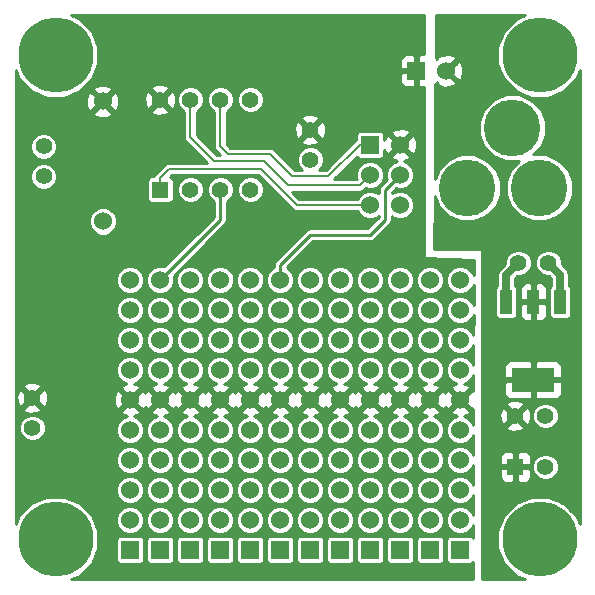
<source format=gtl>
G04 (created by PCBNEW (2013-05-31 BZR 4019)-stable) date 7/5/2014 4:02:46 PM*
%MOIN*%
G04 Gerber Fmt 3.4, Leading zero omitted, Abs format*
%FSLAX34Y34*%
G01*
G70*
G90*
G04 APERTURE LIST*
%ADD10C,0.00590551*%
%ADD11R,0.144X0.08*%
%ADD12R,0.04X0.08*%
%ADD13R,0.055X0.055*%
%ADD14C,0.055*%
%ADD15R,0.06X0.06*%
%ADD16C,0.06*%
%ADD17C,0.25*%
%ADD18C,0.189*%
%ADD19C,0.01*%
%ADD20C,0.008*%
%ADD21C,0.025*%
G04 APERTURE END LIST*
G54D10*
G54D11*
X21437Y-16337D03*
G54D12*
X21437Y-13737D03*
X20537Y-13737D03*
X22337Y-13737D03*
G54D13*
X9000Y-10000D03*
G54D14*
X10000Y-10000D03*
X11000Y-10000D03*
X12000Y-10000D03*
X12000Y-7000D03*
X11000Y-7000D03*
X10000Y-7000D03*
X9000Y-7000D03*
G54D15*
X17537Y-6037D03*
G54D16*
X18537Y-6037D03*
G54D17*
X5511Y-21653D03*
X21653Y-21653D03*
X21653Y-5511D03*
X5511Y-5511D03*
G54D16*
X13000Y-13000D03*
X13000Y-14000D03*
X13000Y-17000D03*
X13000Y-18000D03*
G54D15*
X13000Y-22000D03*
G54D16*
X13000Y-21000D03*
X13000Y-20000D03*
X13000Y-19000D03*
X13000Y-16000D03*
X13000Y-15000D03*
X12000Y-13000D03*
X12000Y-14000D03*
X12000Y-17000D03*
X12000Y-18000D03*
G54D15*
X12000Y-22000D03*
G54D16*
X12000Y-21000D03*
X12000Y-20000D03*
X12000Y-19000D03*
X12000Y-16000D03*
X12000Y-15000D03*
X11000Y-13000D03*
X11000Y-14000D03*
X11000Y-17000D03*
X11000Y-18000D03*
G54D15*
X11000Y-22000D03*
G54D16*
X11000Y-21000D03*
X11000Y-20000D03*
X11000Y-19000D03*
X11000Y-16000D03*
X11000Y-15000D03*
X10000Y-13000D03*
X10000Y-14000D03*
X10000Y-17000D03*
X10000Y-18000D03*
G54D15*
X10000Y-22000D03*
G54D16*
X10000Y-21000D03*
X10000Y-20000D03*
X10000Y-19000D03*
X10000Y-16000D03*
X10000Y-15000D03*
X9000Y-13000D03*
X9000Y-14000D03*
X9000Y-17000D03*
X9000Y-18000D03*
G54D15*
X9000Y-22000D03*
G54D16*
X9000Y-21000D03*
X9000Y-20000D03*
X9000Y-19000D03*
X9000Y-16000D03*
X9000Y-15000D03*
X8000Y-13000D03*
X8000Y-14000D03*
X8000Y-17000D03*
X8000Y-18000D03*
G54D15*
X8000Y-22000D03*
G54D16*
X8000Y-21000D03*
X8000Y-20000D03*
X8000Y-19000D03*
X8000Y-16000D03*
X8000Y-15000D03*
G54D14*
X20837Y-17537D03*
X21837Y-17537D03*
X5118Y-9555D03*
X5118Y-8555D03*
X20937Y-12437D03*
X21937Y-12437D03*
G54D16*
X7086Y-7055D03*
X7086Y-11055D03*
X19000Y-13000D03*
X19000Y-14000D03*
X19000Y-17000D03*
X19000Y-18000D03*
G54D15*
X19000Y-22000D03*
G54D16*
X19000Y-21000D03*
X19000Y-20000D03*
X19000Y-19000D03*
X19000Y-16000D03*
X19000Y-15000D03*
X18000Y-13000D03*
X18000Y-14000D03*
X18000Y-17000D03*
X18000Y-18000D03*
G54D15*
X18000Y-22000D03*
G54D16*
X18000Y-21000D03*
X18000Y-20000D03*
X18000Y-19000D03*
X18000Y-16000D03*
X18000Y-15000D03*
X17000Y-13000D03*
X17000Y-14000D03*
X17000Y-17000D03*
X17000Y-18000D03*
G54D15*
X17000Y-22000D03*
G54D16*
X17000Y-21000D03*
X17000Y-20000D03*
X17000Y-19000D03*
X17000Y-16000D03*
X17000Y-15000D03*
X14000Y-13000D03*
X14000Y-14000D03*
X14000Y-17000D03*
X14000Y-18000D03*
G54D15*
X14000Y-22000D03*
G54D16*
X14000Y-21000D03*
X14000Y-20000D03*
X14000Y-19000D03*
X14000Y-16000D03*
X14000Y-15000D03*
X15000Y-13000D03*
X15000Y-14000D03*
X15000Y-17000D03*
X15000Y-18000D03*
G54D15*
X15000Y-22000D03*
G54D16*
X15000Y-21000D03*
X15000Y-20000D03*
X15000Y-19000D03*
X15000Y-16000D03*
X15000Y-15000D03*
X16000Y-13000D03*
X16000Y-14000D03*
X16000Y-17000D03*
X16000Y-18000D03*
G54D15*
X16000Y-22000D03*
G54D16*
X16000Y-21000D03*
X16000Y-20000D03*
X16000Y-19000D03*
X16000Y-16000D03*
X16000Y-15000D03*
G54D14*
X14000Y-8000D03*
X14000Y-9000D03*
X4737Y-16937D03*
X4737Y-17937D03*
G54D13*
X20837Y-19237D03*
G54D14*
X21837Y-19237D03*
G54D18*
X21637Y-9937D03*
X19237Y-9937D03*
X20737Y-7937D03*
G54D15*
X16000Y-8500D03*
G54D16*
X17000Y-8500D03*
X16000Y-9500D03*
X17000Y-9500D03*
X16000Y-10500D03*
X17000Y-10500D03*
G54D19*
X13000Y-13000D02*
X13000Y-12500D01*
X16500Y-10000D02*
X17000Y-9500D01*
X16500Y-11000D02*
X16500Y-10000D01*
X16000Y-11500D02*
X16500Y-11000D01*
X14000Y-11500D02*
X16000Y-11500D01*
X13000Y-12500D02*
X14000Y-11500D01*
G54D20*
X11000Y-7000D02*
X11000Y-8550D01*
X15650Y-8500D02*
X16000Y-8500D01*
X14600Y-9550D02*
X15650Y-8500D01*
X13400Y-9550D02*
X14600Y-9550D01*
X12650Y-8800D02*
X13400Y-9550D01*
X11250Y-8800D02*
X12650Y-8800D01*
X11000Y-8550D02*
X11250Y-8800D01*
X10000Y-7000D02*
X10000Y-8250D01*
X13250Y-9850D02*
X15650Y-9850D01*
X12450Y-9050D02*
X13250Y-9850D01*
X10800Y-9050D02*
X12450Y-9050D01*
X10000Y-8250D02*
X10800Y-9050D01*
X15650Y-9850D02*
X16000Y-9500D01*
X15650Y-9850D02*
X16000Y-9500D01*
X15700Y-9800D02*
X16000Y-9500D01*
X15700Y-9800D02*
X16000Y-9500D01*
G54D19*
X9000Y-13000D02*
X10500Y-11500D01*
X11000Y-11000D02*
X11000Y-10000D01*
X10500Y-11500D02*
X11000Y-11000D01*
G54D20*
X9000Y-10000D02*
X9000Y-9600D01*
X13550Y-10500D02*
X16000Y-10500D01*
X12350Y-9300D02*
X13550Y-10500D01*
X9300Y-9300D02*
X12350Y-9300D01*
X9000Y-9600D02*
X9300Y-9300D01*
G54D21*
X20537Y-13737D02*
X20537Y-12837D01*
X20537Y-12837D02*
X20937Y-12437D01*
X22337Y-13737D02*
X22337Y-12837D01*
X22337Y-12837D02*
X21937Y-12437D01*
G54D10*
G36*
X19444Y-12342D02*
X19444Y-12844D01*
X19398Y-12734D01*
X19266Y-12601D01*
X19093Y-12530D01*
X18906Y-12529D01*
X18734Y-12601D01*
X18601Y-12733D01*
X18530Y-12906D01*
X18529Y-13093D01*
X18601Y-13265D01*
X18733Y-13398D01*
X18906Y-13469D01*
X19093Y-13470D01*
X19265Y-13398D01*
X19398Y-13266D01*
X19443Y-13156D01*
X19443Y-13842D01*
X19398Y-13734D01*
X19266Y-13601D01*
X19093Y-13530D01*
X18906Y-13529D01*
X18734Y-13601D01*
X18601Y-13733D01*
X18530Y-13906D01*
X18529Y-14093D01*
X18601Y-14265D01*
X18733Y-14398D01*
X18906Y-14469D01*
X19093Y-14470D01*
X19265Y-14398D01*
X19398Y-14266D01*
X19443Y-14158D01*
X19442Y-14840D01*
X19398Y-14734D01*
X19266Y-14601D01*
X19093Y-14530D01*
X18906Y-14529D01*
X18734Y-14601D01*
X18601Y-14733D01*
X18530Y-14906D01*
X18529Y-15093D01*
X18601Y-15265D01*
X18733Y-15398D01*
X18906Y-15469D01*
X19093Y-15470D01*
X19265Y-15398D01*
X19398Y-15266D01*
X19442Y-15159D01*
X19442Y-15839D01*
X19398Y-15734D01*
X19266Y-15601D01*
X19093Y-15530D01*
X18906Y-15529D01*
X18734Y-15601D01*
X18601Y-15733D01*
X18530Y-15906D01*
X18529Y-16093D01*
X18601Y-16265D01*
X18733Y-16398D01*
X18871Y-16455D01*
X18863Y-16456D01*
X18712Y-16518D01*
X18684Y-16614D01*
X19000Y-16929D01*
X19315Y-16614D01*
X19287Y-16518D01*
X19120Y-16458D01*
X19265Y-16398D01*
X19398Y-16266D01*
X19441Y-16161D01*
X19441Y-16700D01*
X19385Y-16684D01*
X19070Y-17000D01*
X19385Y-17315D01*
X19441Y-17299D01*
X19440Y-17835D01*
X19398Y-17734D01*
X19266Y-17601D01*
X19128Y-17544D01*
X19136Y-17543D01*
X19287Y-17481D01*
X19315Y-17385D01*
X19000Y-17070D01*
X18929Y-17141D01*
X18929Y-17000D01*
X18614Y-16684D01*
X18518Y-16712D01*
X18501Y-16760D01*
X18481Y-16712D01*
X18470Y-16708D01*
X18470Y-15906D01*
X18470Y-14906D01*
X18470Y-13906D01*
X18470Y-12906D01*
X18398Y-12734D01*
X18266Y-12601D01*
X18093Y-12530D01*
X17906Y-12529D01*
X17734Y-12601D01*
X17601Y-12733D01*
X17554Y-12846D01*
X17554Y-8581D01*
X17543Y-8363D01*
X17487Y-8226D01*
X17487Y-6524D01*
X17487Y-6087D01*
X17487Y-5987D01*
X17487Y-5549D01*
X17424Y-5487D01*
X17187Y-5486D01*
X17095Y-5524D01*
X17025Y-5595D01*
X16987Y-5687D01*
X16986Y-5786D01*
X16987Y-5924D01*
X17049Y-5987D01*
X17487Y-5987D01*
X17487Y-6087D01*
X17049Y-6087D01*
X16987Y-6149D01*
X16986Y-6287D01*
X16987Y-6386D01*
X17025Y-6478D01*
X17095Y-6549D01*
X17187Y-6587D01*
X17424Y-6587D01*
X17487Y-6524D01*
X17487Y-8226D01*
X17481Y-8212D01*
X17385Y-8184D01*
X17315Y-8255D01*
X17315Y-8114D01*
X17287Y-8018D01*
X17081Y-7945D01*
X16863Y-7956D01*
X16712Y-8018D01*
X16684Y-8114D01*
X17000Y-8429D01*
X17315Y-8114D01*
X17315Y-8255D01*
X17070Y-8500D01*
X17385Y-8815D01*
X17481Y-8787D01*
X17554Y-8581D01*
X17554Y-12846D01*
X17530Y-12906D01*
X17529Y-13093D01*
X17601Y-13265D01*
X17733Y-13398D01*
X17906Y-13469D01*
X18093Y-13470D01*
X18265Y-13398D01*
X18398Y-13266D01*
X18469Y-13093D01*
X18470Y-12906D01*
X18470Y-13906D01*
X18398Y-13734D01*
X18266Y-13601D01*
X18093Y-13530D01*
X17906Y-13529D01*
X17734Y-13601D01*
X17601Y-13733D01*
X17530Y-13906D01*
X17529Y-14093D01*
X17601Y-14265D01*
X17733Y-14398D01*
X17906Y-14469D01*
X18093Y-14470D01*
X18265Y-14398D01*
X18398Y-14266D01*
X18469Y-14093D01*
X18470Y-13906D01*
X18470Y-14906D01*
X18398Y-14734D01*
X18266Y-14601D01*
X18093Y-14530D01*
X17906Y-14529D01*
X17734Y-14601D01*
X17601Y-14733D01*
X17530Y-14906D01*
X17529Y-15093D01*
X17601Y-15265D01*
X17733Y-15398D01*
X17906Y-15469D01*
X18093Y-15470D01*
X18265Y-15398D01*
X18398Y-15266D01*
X18469Y-15093D01*
X18470Y-14906D01*
X18470Y-15906D01*
X18398Y-15734D01*
X18266Y-15601D01*
X18093Y-15530D01*
X17906Y-15529D01*
X17734Y-15601D01*
X17601Y-15733D01*
X17530Y-15906D01*
X17529Y-16093D01*
X17601Y-16265D01*
X17733Y-16398D01*
X17871Y-16455D01*
X17863Y-16456D01*
X17712Y-16518D01*
X17684Y-16614D01*
X18000Y-16929D01*
X18315Y-16614D01*
X18287Y-16518D01*
X18120Y-16458D01*
X18265Y-16398D01*
X18398Y-16266D01*
X18469Y-16093D01*
X18470Y-15906D01*
X18470Y-16708D01*
X18385Y-16684D01*
X18070Y-17000D01*
X18385Y-17315D01*
X18481Y-17287D01*
X18498Y-17239D01*
X18518Y-17287D01*
X18614Y-17315D01*
X18929Y-17000D01*
X18929Y-17141D01*
X18684Y-17385D01*
X18712Y-17481D01*
X18879Y-17541D01*
X18734Y-17601D01*
X18601Y-17733D01*
X18530Y-17906D01*
X18529Y-18093D01*
X18601Y-18265D01*
X18733Y-18398D01*
X18906Y-18469D01*
X19093Y-18470D01*
X19265Y-18398D01*
X19398Y-18266D01*
X19440Y-18164D01*
X19439Y-18834D01*
X19398Y-18734D01*
X19266Y-18601D01*
X19093Y-18530D01*
X18906Y-18529D01*
X18734Y-18601D01*
X18601Y-18733D01*
X18530Y-18906D01*
X18529Y-19093D01*
X18601Y-19265D01*
X18733Y-19398D01*
X18906Y-19469D01*
X19093Y-19470D01*
X19265Y-19398D01*
X19398Y-19266D01*
X19439Y-19166D01*
X19439Y-19832D01*
X19398Y-19734D01*
X19266Y-19601D01*
X19093Y-19530D01*
X18906Y-19529D01*
X18734Y-19601D01*
X18601Y-19733D01*
X18530Y-19906D01*
X18529Y-20093D01*
X18601Y-20265D01*
X18733Y-20398D01*
X18906Y-20469D01*
X19093Y-20470D01*
X19265Y-20398D01*
X19398Y-20266D01*
X19439Y-20168D01*
X19438Y-20830D01*
X19398Y-20734D01*
X19266Y-20601D01*
X19093Y-20530D01*
X18906Y-20529D01*
X18734Y-20601D01*
X18601Y-20733D01*
X18530Y-20906D01*
X18529Y-21093D01*
X18601Y-21265D01*
X18733Y-21398D01*
X18906Y-21469D01*
X19093Y-21470D01*
X19265Y-21398D01*
X19398Y-21266D01*
X19438Y-21169D01*
X19438Y-21597D01*
X19396Y-21555D01*
X19333Y-21530D01*
X19266Y-21529D01*
X18666Y-21529D01*
X18603Y-21555D01*
X18555Y-21603D01*
X18530Y-21666D01*
X18529Y-21733D01*
X18529Y-22333D01*
X18555Y-22396D01*
X18603Y-22444D01*
X18666Y-22469D01*
X18733Y-22470D01*
X19333Y-22470D01*
X19396Y-22444D01*
X19437Y-22402D01*
X19437Y-22983D01*
X18470Y-22983D01*
X18470Y-20906D01*
X18470Y-19906D01*
X18470Y-18906D01*
X18470Y-17906D01*
X18398Y-17734D01*
X18266Y-17601D01*
X18128Y-17544D01*
X18136Y-17543D01*
X18287Y-17481D01*
X18315Y-17385D01*
X18000Y-17070D01*
X17929Y-17141D01*
X17929Y-17000D01*
X17614Y-16684D01*
X17518Y-16712D01*
X17501Y-16760D01*
X17481Y-16712D01*
X17470Y-16708D01*
X17470Y-15906D01*
X17470Y-14906D01*
X17470Y-13906D01*
X17470Y-12906D01*
X17470Y-10406D01*
X17398Y-10234D01*
X17266Y-10101D01*
X17093Y-10030D01*
X16906Y-10029D01*
X16734Y-10101D01*
X16720Y-10115D01*
X16720Y-10091D01*
X16860Y-9950D01*
X16906Y-9969D01*
X17093Y-9970D01*
X17265Y-9898D01*
X17398Y-9766D01*
X17469Y-9593D01*
X17470Y-9406D01*
X17398Y-9234D01*
X17266Y-9101D01*
X17128Y-9044D01*
X17136Y-9043D01*
X17287Y-8981D01*
X17315Y-8885D01*
X17000Y-8570D01*
X16684Y-8885D01*
X16712Y-8981D01*
X16879Y-9041D01*
X16734Y-9101D01*
X16601Y-9233D01*
X16530Y-9406D01*
X16529Y-9593D01*
X16549Y-9639D01*
X16344Y-9844D01*
X16296Y-9915D01*
X16280Y-10000D01*
X16280Y-10115D01*
X16266Y-10101D01*
X16093Y-10030D01*
X15906Y-10029D01*
X15734Y-10101D01*
X15601Y-10233D01*
X15578Y-10290D01*
X13636Y-10290D01*
X13406Y-10060D01*
X15650Y-10060D01*
X15730Y-10044D01*
X15798Y-9998D01*
X15848Y-9948D01*
X15848Y-9948D01*
X15850Y-9946D01*
X15906Y-9969D01*
X16093Y-9970D01*
X16265Y-9898D01*
X16398Y-9766D01*
X16469Y-9593D01*
X16470Y-9406D01*
X16398Y-9234D01*
X16266Y-9101D01*
X16093Y-9030D01*
X15906Y-9029D01*
X15734Y-9101D01*
X15601Y-9233D01*
X15530Y-9406D01*
X15529Y-9593D01*
X15549Y-9640D01*
X14806Y-9640D01*
X15554Y-8892D01*
X15555Y-8896D01*
X15603Y-8944D01*
X15666Y-8969D01*
X15733Y-8970D01*
X16333Y-8970D01*
X16396Y-8944D01*
X16444Y-8896D01*
X16469Y-8833D01*
X16470Y-8766D01*
X16470Y-8670D01*
X16518Y-8787D01*
X16614Y-8815D01*
X16929Y-8500D01*
X16614Y-8184D01*
X16518Y-8212D01*
X16470Y-8348D01*
X16470Y-8166D01*
X16444Y-8103D01*
X16396Y-8055D01*
X16333Y-8030D01*
X16266Y-8029D01*
X15666Y-8029D01*
X15603Y-8055D01*
X15555Y-8103D01*
X15530Y-8166D01*
X15529Y-8233D01*
X15529Y-8332D01*
X15501Y-8351D01*
X15501Y-8351D01*
X14529Y-9323D01*
X14529Y-8075D01*
X14518Y-7867D01*
X14460Y-7727D01*
X14367Y-7702D01*
X14297Y-7773D01*
X14297Y-7632D01*
X14272Y-7539D01*
X14075Y-7470D01*
X13867Y-7481D01*
X13727Y-7539D01*
X13702Y-7632D01*
X14000Y-7929D01*
X14297Y-7632D01*
X14297Y-7773D01*
X14070Y-8000D01*
X14367Y-8297D01*
X14460Y-8272D01*
X14529Y-8075D01*
X14529Y-9323D01*
X14513Y-9340D01*
X14289Y-9340D01*
X14377Y-9252D01*
X14444Y-9088D01*
X14445Y-8911D01*
X14377Y-8748D01*
X14297Y-8667D01*
X14297Y-8367D01*
X14000Y-8070D01*
X13929Y-8141D01*
X13929Y-8000D01*
X13632Y-7702D01*
X13539Y-7727D01*
X13470Y-7924D01*
X13481Y-8132D01*
X13539Y-8272D01*
X13632Y-8297D01*
X13929Y-8000D01*
X13929Y-8141D01*
X13702Y-8367D01*
X13727Y-8460D01*
X13924Y-8529D01*
X14132Y-8518D01*
X14272Y-8460D01*
X14297Y-8367D01*
X14297Y-8667D01*
X14252Y-8622D01*
X14088Y-8555D01*
X13911Y-8554D01*
X13748Y-8622D01*
X13622Y-8747D01*
X13555Y-8911D01*
X13554Y-9088D01*
X13622Y-9251D01*
X13710Y-9340D01*
X13486Y-9340D01*
X12798Y-8651D01*
X12730Y-8605D01*
X12650Y-8590D01*
X12445Y-8590D01*
X12445Y-6911D01*
X12377Y-6748D01*
X12252Y-6622D01*
X12088Y-6555D01*
X11911Y-6554D01*
X11748Y-6622D01*
X11622Y-6747D01*
X11555Y-6911D01*
X11554Y-7088D01*
X11622Y-7251D01*
X11747Y-7377D01*
X11911Y-7444D01*
X12088Y-7445D01*
X12251Y-7377D01*
X12377Y-7252D01*
X12444Y-7088D01*
X12445Y-6911D01*
X12445Y-8590D01*
X11336Y-8590D01*
X11210Y-8463D01*
X11210Y-7394D01*
X11251Y-7377D01*
X11377Y-7252D01*
X11444Y-7088D01*
X11445Y-6911D01*
X11377Y-6748D01*
X11252Y-6622D01*
X11088Y-6555D01*
X10911Y-6554D01*
X10748Y-6622D01*
X10622Y-6747D01*
X10555Y-6911D01*
X10554Y-7088D01*
X10622Y-7251D01*
X10747Y-7377D01*
X10790Y-7394D01*
X10790Y-8550D01*
X10805Y-8630D01*
X10851Y-8698D01*
X10993Y-8840D01*
X10886Y-8840D01*
X10210Y-8163D01*
X10210Y-7394D01*
X10251Y-7377D01*
X10377Y-7252D01*
X10444Y-7088D01*
X10445Y-6911D01*
X10377Y-6748D01*
X10252Y-6622D01*
X10088Y-6555D01*
X9911Y-6554D01*
X9748Y-6622D01*
X9622Y-6747D01*
X9555Y-6911D01*
X9554Y-7088D01*
X9622Y-7251D01*
X9747Y-7377D01*
X9790Y-7394D01*
X9790Y-8250D01*
X9805Y-8330D01*
X9851Y-8398D01*
X10543Y-9090D01*
X9529Y-9090D01*
X9529Y-7075D01*
X9518Y-6867D01*
X9460Y-6727D01*
X9367Y-6702D01*
X9297Y-6773D01*
X9297Y-6632D01*
X9272Y-6539D01*
X9075Y-6470D01*
X8867Y-6481D01*
X8727Y-6539D01*
X8702Y-6632D01*
X9000Y-6929D01*
X9297Y-6632D01*
X9297Y-6773D01*
X9070Y-7000D01*
X9367Y-7297D01*
X9460Y-7272D01*
X9529Y-7075D01*
X9529Y-9090D01*
X9300Y-9090D01*
X9299Y-9090D01*
X9297Y-9090D01*
X9297Y-7367D01*
X9000Y-7070D01*
X8929Y-7141D01*
X8929Y-7000D01*
X8632Y-6702D01*
X8539Y-6727D01*
X8470Y-6924D01*
X8481Y-7132D01*
X8539Y-7272D01*
X8632Y-7297D01*
X8929Y-7000D01*
X8929Y-7141D01*
X8702Y-7367D01*
X8727Y-7460D01*
X8924Y-7529D01*
X9132Y-7518D01*
X9272Y-7460D01*
X9297Y-7367D01*
X9297Y-9090D01*
X9284Y-9093D01*
X9219Y-9105D01*
X9151Y-9151D01*
X9151Y-9151D01*
X8851Y-9451D01*
X8805Y-9519D01*
X8798Y-9554D01*
X8691Y-9554D01*
X8628Y-9580D01*
X8580Y-9628D01*
X8555Y-9691D01*
X8554Y-9758D01*
X8554Y-10308D01*
X8580Y-10371D01*
X8628Y-10419D01*
X8691Y-10444D01*
X8758Y-10445D01*
X9308Y-10445D01*
X9371Y-10419D01*
X9419Y-10371D01*
X9444Y-10308D01*
X9445Y-10241D01*
X9445Y-9691D01*
X9419Y-9628D01*
X9371Y-9580D01*
X9332Y-9564D01*
X9386Y-9510D01*
X12263Y-9510D01*
X13401Y-10648D01*
X13401Y-10648D01*
X13469Y-10694D01*
X13469Y-10694D01*
X13534Y-10706D01*
X13549Y-10710D01*
X13549Y-10709D01*
X13550Y-10710D01*
X15578Y-10710D01*
X15601Y-10765D01*
X15733Y-10898D01*
X15906Y-10969D01*
X16093Y-10970D01*
X16265Y-10898D01*
X16280Y-10884D01*
X16280Y-10908D01*
X15908Y-11280D01*
X14000Y-11280D01*
X13915Y-11296D01*
X13844Y-11344D01*
X12844Y-12344D01*
X12796Y-12415D01*
X12780Y-12500D01*
X12780Y-12582D01*
X12734Y-12601D01*
X12601Y-12733D01*
X12530Y-12906D01*
X12529Y-13093D01*
X12601Y-13265D01*
X12733Y-13398D01*
X12906Y-13469D01*
X13093Y-13470D01*
X13265Y-13398D01*
X13398Y-13266D01*
X13469Y-13093D01*
X13470Y-12906D01*
X13398Y-12734D01*
X13266Y-12601D01*
X13226Y-12584D01*
X14091Y-11720D01*
X16000Y-11720D01*
X16084Y-11703D01*
X16084Y-11703D01*
X16155Y-11655D01*
X16655Y-11155D01*
X16703Y-11084D01*
X16703Y-11084D01*
X16719Y-11000D01*
X16720Y-11000D01*
X16720Y-10884D01*
X16733Y-10898D01*
X16906Y-10969D01*
X17093Y-10970D01*
X17265Y-10898D01*
X17398Y-10766D01*
X17469Y-10593D01*
X17470Y-10406D01*
X17470Y-12906D01*
X17398Y-12734D01*
X17266Y-12601D01*
X17093Y-12530D01*
X16906Y-12529D01*
X16734Y-12601D01*
X16601Y-12733D01*
X16530Y-12906D01*
X16529Y-13093D01*
X16601Y-13265D01*
X16733Y-13398D01*
X16906Y-13469D01*
X17093Y-13470D01*
X17265Y-13398D01*
X17398Y-13266D01*
X17469Y-13093D01*
X17470Y-12906D01*
X17470Y-13906D01*
X17398Y-13734D01*
X17266Y-13601D01*
X17093Y-13530D01*
X16906Y-13529D01*
X16734Y-13601D01*
X16601Y-13733D01*
X16530Y-13906D01*
X16529Y-14093D01*
X16601Y-14265D01*
X16733Y-14398D01*
X16906Y-14469D01*
X17093Y-14470D01*
X17265Y-14398D01*
X17398Y-14266D01*
X17469Y-14093D01*
X17470Y-13906D01*
X17470Y-14906D01*
X17398Y-14734D01*
X17266Y-14601D01*
X17093Y-14530D01*
X16906Y-14529D01*
X16734Y-14601D01*
X16601Y-14733D01*
X16530Y-14906D01*
X16529Y-15093D01*
X16601Y-15265D01*
X16733Y-15398D01*
X16906Y-15469D01*
X17093Y-15470D01*
X17265Y-15398D01*
X17398Y-15266D01*
X17469Y-15093D01*
X17470Y-14906D01*
X17470Y-15906D01*
X17398Y-15734D01*
X17266Y-15601D01*
X17093Y-15530D01*
X16906Y-15529D01*
X16734Y-15601D01*
X16601Y-15733D01*
X16530Y-15906D01*
X16529Y-16093D01*
X16601Y-16265D01*
X16733Y-16398D01*
X16871Y-16455D01*
X16863Y-16456D01*
X16712Y-16518D01*
X16684Y-16614D01*
X17000Y-16929D01*
X17315Y-16614D01*
X17287Y-16518D01*
X17120Y-16458D01*
X17265Y-16398D01*
X17398Y-16266D01*
X17469Y-16093D01*
X17470Y-15906D01*
X17470Y-16708D01*
X17385Y-16684D01*
X17070Y-17000D01*
X17385Y-17315D01*
X17481Y-17287D01*
X17498Y-17239D01*
X17518Y-17287D01*
X17614Y-17315D01*
X17929Y-17000D01*
X17929Y-17141D01*
X17684Y-17385D01*
X17712Y-17481D01*
X17879Y-17541D01*
X17734Y-17601D01*
X17601Y-17733D01*
X17530Y-17906D01*
X17529Y-18093D01*
X17601Y-18265D01*
X17733Y-18398D01*
X17906Y-18469D01*
X18093Y-18470D01*
X18265Y-18398D01*
X18398Y-18266D01*
X18469Y-18093D01*
X18470Y-17906D01*
X18470Y-18906D01*
X18398Y-18734D01*
X18266Y-18601D01*
X18093Y-18530D01*
X17906Y-18529D01*
X17734Y-18601D01*
X17601Y-18733D01*
X17530Y-18906D01*
X17529Y-19093D01*
X17601Y-19265D01*
X17733Y-19398D01*
X17906Y-19469D01*
X18093Y-19470D01*
X18265Y-19398D01*
X18398Y-19266D01*
X18469Y-19093D01*
X18470Y-18906D01*
X18470Y-19906D01*
X18398Y-19734D01*
X18266Y-19601D01*
X18093Y-19530D01*
X17906Y-19529D01*
X17734Y-19601D01*
X17601Y-19733D01*
X17530Y-19906D01*
X17529Y-20093D01*
X17601Y-20265D01*
X17733Y-20398D01*
X17906Y-20469D01*
X18093Y-20470D01*
X18265Y-20398D01*
X18398Y-20266D01*
X18469Y-20093D01*
X18470Y-19906D01*
X18470Y-20906D01*
X18398Y-20734D01*
X18266Y-20601D01*
X18093Y-20530D01*
X17906Y-20529D01*
X17734Y-20601D01*
X17601Y-20733D01*
X17530Y-20906D01*
X17529Y-21093D01*
X17601Y-21265D01*
X17733Y-21398D01*
X17906Y-21469D01*
X18093Y-21470D01*
X18265Y-21398D01*
X18398Y-21266D01*
X18469Y-21093D01*
X18470Y-20906D01*
X18470Y-22983D01*
X18470Y-22983D01*
X18470Y-22266D01*
X18470Y-21666D01*
X18444Y-21603D01*
X18396Y-21555D01*
X18333Y-21530D01*
X18266Y-21529D01*
X17666Y-21529D01*
X17603Y-21555D01*
X17555Y-21603D01*
X17530Y-21666D01*
X17529Y-21733D01*
X17529Y-22333D01*
X17555Y-22396D01*
X17603Y-22444D01*
X17666Y-22469D01*
X17733Y-22470D01*
X18333Y-22470D01*
X18396Y-22444D01*
X18444Y-22396D01*
X18469Y-22333D01*
X18470Y-22266D01*
X18470Y-22983D01*
X17470Y-22983D01*
X17470Y-20906D01*
X17470Y-19906D01*
X17470Y-18906D01*
X17470Y-17906D01*
X17398Y-17734D01*
X17266Y-17601D01*
X17128Y-17544D01*
X17136Y-17543D01*
X17287Y-17481D01*
X17315Y-17385D01*
X17000Y-17070D01*
X16929Y-17141D01*
X16929Y-17000D01*
X16614Y-16684D01*
X16518Y-16712D01*
X16501Y-16760D01*
X16481Y-16712D01*
X16470Y-16708D01*
X16470Y-15906D01*
X16470Y-14906D01*
X16470Y-13906D01*
X16470Y-12906D01*
X16398Y-12734D01*
X16266Y-12601D01*
X16093Y-12530D01*
X15906Y-12529D01*
X15734Y-12601D01*
X15601Y-12733D01*
X15530Y-12906D01*
X15529Y-13093D01*
X15601Y-13265D01*
X15733Y-13398D01*
X15906Y-13469D01*
X16093Y-13470D01*
X16265Y-13398D01*
X16398Y-13266D01*
X16469Y-13093D01*
X16470Y-12906D01*
X16470Y-13906D01*
X16398Y-13734D01*
X16266Y-13601D01*
X16093Y-13530D01*
X15906Y-13529D01*
X15734Y-13601D01*
X15601Y-13733D01*
X15530Y-13906D01*
X15529Y-14093D01*
X15601Y-14265D01*
X15733Y-14398D01*
X15906Y-14469D01*
X16093Y-14470D01*
X16265Y-14398D01*
X16398Y-14266D01*
X16469Y-14093D01*
X16470Y-13906D01*
X16470Y-14906D01*
X16398Y-14734D01*
X16266Y-14601D01*
X16093Y-14530D01*
X15906Y-14529D01*
X15734Y-14601D01*
X15601Y-14733D01*
X15530Y-14906D01*
X15529Y-15093D01*
X15601Y-15265D01*
X15733Y-15398D01*
X15906Y-15469D01*
X16093Y-15470D01*
X16265Y-15398D01*
X16398Y-15266D01*
X16469Y-15093D01*
X16470Y-14906D01*
X16470Y-15906D01*
X16398Y-15734D01*
X16266Y-15601D01*
X16093Y-15530D01*
X15906Y-15529D01*
X15734Y-15601D01*
X15601Y-15733D01*
X15530Y-15906D01*
X15529Y-16093D01*
X15601Y-16265D01*
X15733Y-16398D01*
X15871Y-16455D01*
X15863Y-16456D01*
X15712Y-16518D01*
X15684Y-16614D01*
X16000Y-16929D01*
X16315Y-16614D01*
X16287Y-16518D01*
X16120Y-16458D01*
X16265Y-16398D01*
X16398Y-16266D01*
X16469Y-16093D01*
X16470Y-15906D01*
X16470Y-16708D01*
X16385Y-16684D01*
X16070Y-17000D01*
X16385Y-17315D01*
X16481Y-17287D01*
X16498Y-17239D01*
X16518Y-17287D01*
X16614Y-17315D01*
X16929Y-17000D01*
X16929Y-17141D01*
X16684Y-17385D01*
X16712Y-17481D01*
X16879Y-17541D01*
X16734Y-17601D01*
X16601Y-17733D01*
X16530Y-17906D01*
X16529Y-18093D01*
X16601Y-18265D01*
X16733Y-18398D01*
X16906Y-18469D01*
X17093Y-18470D01*
X17265Y-18398D01*
X17398Y-18266D01*
X17469Y-18093D01*
X17470Y-17906D01*
X17470Y-18906D01*
X17398Y-18734D01*
X17266Y-18601D01*
X17093Y-18530D01*
X16906Y-18529D01*
X16734Y-18601D01*
X16601Y-18733D01*
X16530Y-18906D01*
X16529Y-19093D01*
X16601Y-19265D01*
X16733Y-19398D01*
X16906Y-19469D01*
X17093Y-19470D01*
X17265Y-19398D01*
X17398Y-19266D01*
X17469Y-19093D01*
X17470Y-18906D01*
X17470Y-19906D01*
X17398Y-19734D01*
X17266Y-19601D01*
X17093Y-19530D01*
X16906Y-19529D01*
X16734Y-19601D01*
X16601Y-19733D01*
X16530Y-19906D01*
X16529Y-20093D01*
X16601Y-20265D01*
X16733Y-20398D01*
X16906Y-20469D01*
X17093Y-20470D01*
X17265Y-20398D01*
X17398Y-20266D01*
X17469Y-20093D01*
X17470Y-19906D01*
X17470Y-20906D01*
X17398Y-20734D01*
X17266Y-20601D01*
X17093Y-20530D01*
X16906Y-20529D01*
X16734Y-20601D01*
X16601Y-20733D01*
X16530Y-20906D01*
X16529Y-21093D01*
X16601Y-21265D01*
X16733Y-21398D01*
X16906Y-21469D01*
X17093Y-21470D01*
X17265Y-21398D01*
X17398Y-21266D01*
X17469Y-21093D01*
X17470Y-20906D01*
X17470Y-22983D01*
X17470Y-22983D01*
X17470Y-22266D01*
X17470Y-21666D01*
X17444Y-21603D01*
X17396Y-21555D01*
X17333Y-21530D01*
X17266Y-21529D01*
X16666Y-21529D01*
X16603Y-21555D01*
X16555Y-21603D01*
X16530Y-21666D01*
X16529Y-21733D01*
X16529Y-22333D01*
X16555Y-22396D01*
X16603Y-22444D01*
X16666Y-22469D01*
X16733Y-22470D01*
X17333Y-22470D01*
X17396Y-22444D01*
X17444Y-22396D01*
X17469Y-22333D01*
X17470Y-22266D01*
X17470Y-22983D01*
X16470Y-22983D01*
X16470Y-20906D01*
X16470Y-19906D01*
X16470Y-18906D01*
X16470Y-17906D01*
X16398Y-17734D01*
X16266Y-17601D01*
X16128Y-17544D01*
X16136Y-17543D01*
X16287Y-17481D01*
X16315Y-17385D01*
X16000Y-17070D01*
X15929Y-17141D01*
X15929Y-17000D01*
X15614Y-16684D01*
X15518Y-16712D01*
X15501Y-16760D01*
X15481Y-16712D01*
X15470Y-16708D01*
X15470Y-15906D01*
X15470Y-14906D01*
X15470Y-13906D01*
X15470Y-12906D01*
X15398Y-12734D01*
X15266Y-12601D01*
X15093Y-12530D01*
X14906Y-12529D01*
X14734Y-12601D01*
X14601Y-12733D01*
X14530Y-12906D01*
X14529Y-13093D01*
X14601Y-13265D01*
X14733Y-13398D01*
X14906Y-13469D01*
X15093Y-13470D01*
X15265Y-13398D01*
X15398Y-13266D01*
X15469Y-13093D01*
X15470Y-12906D01*
X15470Y-13906D01*
X15398Y-13734D01*
X15266Y-13601D01*
X15093Y-13530D01*
X14906Y-13529D01*
X14734Y-13601D01*
X14601Y-13733D01*
X14530Y-13906D01*
X14529Y-14093D01*
X14601Y-14265D01*
X14733Y-14398D01*
X14906Y-14469D01*
X15093Y-14470D01*
X15265Y-14398D01*
X15398Y-14266D01*
X15469Y-14093D01*
X15470Y-13906D01*
X15470Y-14906D01*
X15398Y-14734D01*
X15266Y-14601D01*
X15093Y-14530D01*
X14906Y-14529D01*
X14734Y-14601D01*
X14601Y-14733D01*
X14530Y-14906D01*
X14529Y-15093D01*
X14601Y-15265D01*
X14733Y-15398D01*
X14906Y-15469D01*
X15093Y-15470D01*
X15265Y-15398D01*
X15398Y-15266D01*
X15469Y-15093D01*
X15470Y-14906D01*
X15470Y-15906D01*
X15398Y-15734D01*
X15266Y-15601D01*
X15093Y-15530D01*
X14906Y-15529D01*
X14734Y-15601D01*
X14601Y-15733D01*
X14530Y-15906D01*
X14529Y-16093D01*
X14601Y-16265D01*
X14733Y-16398D01*
X14871Y-16455D01*
X14863Y-16456D01*
X14712Y-16518D01*
X14684Y-16614D01*
X15000Y-16929D01*
X15315Y-16614D01*
X15287Y-16518D01*
X15120Y-16458D01*
X15265Y-16398D01*
X15398Y-16266D01*
X15469Y-16093D01*
X15470Y-15906D01*
X15470Y-16708D01*
X15385Y-16684D01*
X15070Y-17000D01*
X15385Y-17315D01*
X15481Y-17287D01*
X15498Y-17239D01*
X15518Y-17287D01*
X15614Y-17315D01*
X15929Y-17000D01*
X15929Y-17141D01*
X15684Y-17385D01*
X15712Y-17481D01*
X15879Y-17541D01*
X15734Y-17601D01*
X15601Y-17733D01*
X15530Y-17906D01*
X15529Y-18093D01*
X15601Y-18265D01*
X15733Y-18398D01*
X15906Y-18469D01*
X16093Y-18470D01*
X16265Y-18398D01*
X16398Y-18266D01*
X16469Y-18093D01*
X16470Y-17906D01*
X16470Y-18906D01*
X16398Y-18734D01*
X16266Y-18601D01*
X16093Y-18530D01*
X15906Y-18529D01*
X15734Y-18601D01*
X15601Y-18733D01*
X15530Y-18906D01*
X15529Y-19093D01*
X15601Y-19265D01*
X15733Y-19398D01*
X15906Y-19469D01*
X16093Y-19470D01*
X16265Y-19398D01*
X16398Y-19266D01*
X16469Y-19093D01*
X16470Y-18906D01*
X16470Y-19906D01*
X16398Y-19734D01*
X16266Y-19601D01*
X16093Y-19530D01*
X15906Y-19529D01*
X15734Y-19601D01*
X15601Y-19733D01*
X15530Y-19906D01*
X15529Y-20093D01*
X15601Y-20265D01*
X15733Y-20398D01*
X15906Y-20469D01*
X16093Y-20470D01*
X16265Y-20398D01*
X16398Y-20266D01*
X16469Y-20093D01*
X16470Y-19906D01*
X16470Y-20906D01*
X16398Y-20734D01*
X16266Y-20601D01*
X16093Y-20530D01*
X15906Y-20529D01*
X15734Y-20601D01*
X15601Y-20733D01*
X15530Y-20906D01*
X15529Y-21093D01*
X15601Y-21265D01*
X15733Y-21398D01*
X15906Y-21469D01*
X16093Y-21470D01*
X16265Y-21398D01*
X16398Y-21266D01*
X16469Y-21093D01*
X16470Y-20906D01*
X16470Y-22983D01*
X16470Y-22983D01*
X16470Y-22266D01*
X16470Y-21666D01*
X16444Y-21603D01*
X16396Y-21555D01*
X16333Y-21530D01*
X16266Y-21529D01*
X15666Y-21529D01*
X15603Y-21555D01*
X15555Y-21603D01*
X15530Y-21666D01*
X15529Y-21733D01*
X15529Y-22333D01*
X15555Y-22396D01*
X15603Y-22444D01*
X15666Y-22469D01*
X15733Y-22470D01*
X16333Y-22470D01*
X16396Y-22444D01*
X16444Y-22396D01*
X16469Y-22333D01*
X16470Y-22266D01*
X16470Y-22983D01*
X15470Y-22983D01*
X15470Y-20906D01*
X15470Y-19906D01*
X15470Y-18906D01*
X15470Y-17906D01*
X15398Y-17734D01*
X15266Y-17601D01*
X15128Y-17544D01*
X15136Y-17543D01*
X15287Y-17481D01*
X15315Y-17385D01*
X15000Y-17070D01*
X14929Y-17141D01*
X14929Y-17000D01*
X14614Y-16684D01*
X14518Y-16712D01*
X14501Y-16760D01*
X14481Y-16712D01*
X14470Y-16708D01*
X14470Y-15906D01*
X14470Y-14906D01*
X14470Y-13906D01*
X14470Y-12906D01*
X14398Y-12734D01*
X14266Y-12601D01*
X14093Y-12530D01*
X13906Y-12529D01*
X13734Y-12601D01*
X13601Y-12733D01*
X13530Y-12906D01*
X13529Y-13093D01*
X13601Y-13265D01*
X13733Y-13398D01*
X13906Y-13469D01*
X14093Y-13470D01*
X14265Y-13398D01*
X14398Y-13266D01*
X14469Y-13093D01*
X14470Y-12906D01*
X14470Y-13906D01*
X14398Y-13734D01*
X14266Y-13601D01*
X14093Y-13530D01*
X13906Y-13529D01*
X13734Y-13601D01*
X13601Y-13733D01*
X13530Y-13906D01*
X13529Y-14093D01*
X13601Y-14265D01*
X13733Y-14398D01*
X13906Y-14469D01*
X14093Y-14470D01*
X14265Y-14398D01*
X14398Y-14266D01*
X14469Y-14093D01*
X14470Y-13906D01*
X14470Y-14906D01*
X14398Y-14734D01*
X14266Y-14601D01*
X14093Y-14530D01*
X13906Y-14529D01*
X13734Y-14601D01*
X13601Y-14733D01*
X13530Y-14906D01*
X13529Y-15093D01*
X13601Y-15265D01*
X13733Y-15398D01*
X13906Y-15469D01*
X14093Y-15470D01*
X14265Y-15398D01*
X14398Y-15266D01*
X14469Y-15093D01*
X14470Y-14906D01*
X14470Y-15906D01*
X14398Y-15734D01*
X14266Y-15601D01*
X14093Y-15530D01*
X13906Y-15529D01*
X13734Y-15601D01*
X13601Y-15733D01*
X13530Y-15906D01*
X13529Y-16093D01*
X13601Y-16265D01*
X13733Y-16398D01*
X13871Y-16455D01*
X13863Y-16456D01*
X13712Y-16518D01*
X13684Y-16614D01*
X14000Y-16929D01*
X14315Y-16614D01*
X14287Y-16518D01*
X14120Y-16458D01*
X14265Y-16398D01*
X14398Y-16266D01*
X14469Y-16093D01*
X14470Y-15906D01*
X14470Y-16708D01*
X14385Y-16684D01*
X14070Y-17000D01*
X14385Y-17315D01*
X14481Y-17287D01*
X14498Y-17239D01*
X14518Y-17287D01*
X14614Y-17315D01*
X14929Y-17000D01*
X14929Y-17141D01*
X14684Y-17385D01*
X14712Y-17481D01*
X14879Y-17541D01*
X14734Y-17601D01*
X14601Y-17733D01*
X14530Y-17906D01*
X14529Y-18093D01*
X14601Y-18265D01*
X14733Y-18398D01*
X14906Y-18469D01*
X15093Y-18470D01*
X15265Y-18398D01*
X15398Y-18266D01*
X15469Y-18093D01*
X15470Y-17906D01*
X15470Y-18906D01*
X15398Y-18734D01*
X15266Y-18601D01*
X15093Y-18530D01*
X14906Y-18529D01*
X14734Y-18601D01*
X14601Y-18733D01*
X14530Y-18906D01*
X14529Y-19093D01*
X14601Y-19265D01*
X14733Y-19398D01*
X14906Y-19469D01*
X15093Y-19470D01*
X15265Y-19398D01*
X15398Y-19266D01*
X15469Y-19093D01*
X15470Y-18906D01*
X15470Y-19906D01*
X15398Y-19734D01*
X15266Y-19601D01*
X15093Y-19530D01*
X14906Y-19529D01*
X14734Y-19601D01*
X14601Y-19733D01*
X14530Y-19906D01*
X14529Y-20093D01*
X14601Y-20265D01*
X14733Y-20398D01*
X14906Y-20469D01*
X15093Y-20470D01*
X15265Y-20398D01*
X15398Y-20266D01*
X15469Y-20093D01*
X15470Y-19906D01*
X15470Y-20906D01*
X15398Y-20734D01*
X15266Y-20601D01*
X15093Y-20530D01*
X14906Y-20529D01*
X14734Y-20601D01*
X14601Y-20733D01*
X14530Y-20906D01*
X14529Y-21093D01*
X14601Y-21265D01*
X14733Y-21398D01*
X14906Y-21469D01*
X15093Y-21470D01*
X15265Y-21398D01*
X15398Y-21266D01*
X15469Y-21093D01*
X15470Y-20906D01*
X15470Y-22983D01*
X15470Y-22983D01*
X15470Y-22266D01*
X15470Y-21666D01*
X15444Y-21603D01*
X15396Y-21555D01*
X15333Y-21530D01*
X15266Y-21529D01*
X14666Y-21529D01*
X14603Y-21555D01*
X14555Y-21603D01*
X14530Y-21666D01*
X14529Y-21733D01*
X14529Y-22333D01*
X14555Y-22396D01*
X14603Y-22444D01*
X14666Y-22469D01*
X14733Y-22470D01*
X15333Y-22470D01*
X15396Y-22444D01*
X15444Y-22396D01*
X15469Y-22333D01*
X15470Y-22266D01*
X15470Y-22983D01*
X14470Y-22983D01*
X14470Y-20906D01*
X14470Y-19906D01*
X14470Y-18906D01*
X14470Y-17906D01*
X14398Y-17734D01*
X14266Y-17601D01*
X14128Y-17544D01*
X14136Y-17543D01*
X14287Y-17481D01*
X14315Y-17385D01*
X14000Y-17070D01*
X13929Y-17141D01*
X13929Y-17000D01*
X13614Y-16684D01*
X13518Y-16712D01*
X13501Y-16760D01*
X13481Y-16712D01*
X13470Y-16708D01*
X13470Y-15906D01*
X13470Y-14906D01*
X13470Y-13906D01*
X13398Y-13734D01*
X13266Y-13601D01*
X13093Y-13530D01*
X12906Y-13529D01*
X12734Y-13601D01*
X12601Y-13733D01*
X12530Y-13906D01*
X12529Y-14093D01*
X12601Y-14265D01*
X12733Y-14398D01*
X12906Y-14469D01*
X13093Y-14470D01*
X13265Y-14398D01*
X13398Y-14266D01*
X13469Y-14093D01*
X13470Y-13906D01*
X13470Y-14906D01*
X13398Y-14734D01*
X13266Y-14601D01*
X13093Y-14530D01*
X12906Y-14529D01*
X12734Y-14601D01*
X12601Y-14733D01*
X12530Y-14906D01*
X12529Y-15093D01*
X12601Y-15265D01*
X12733Y-15398D01*
X12906Y-15469D01*
X13093Y-15470D01*
X13265Y-15398D01*
X13398Y-15266D01*
X13469Y-15093D01*
X13470Y-14906D01*
X13470Y-15906D01*
X13398Y-15734D01*
X13266Y-15601D01*
X13093Y-15530D01*
X12906Y-15529D01*
X12734Y-15601D01*
X12601Y-15733D01*
X12530Y-15906D01*
X12529Y-16093D01*
X12601Y-16265D01*
X12733Y-16398D01*
X12871Y-16455D01*
X12863Y-16456D01*
X12712Y-16518D01*
X12684Y-16614D01*
X13000Y-16929D01*
X13315Y-16614D01*
X13287Y-16518D01*
X13120Y-16458D01*
X13265Y-16398D01*
X13398Y-16266D01*
X13469Y-16093D01*
X13470Y-15906D01*
X13470Y-16708D01*
X13385Y-16684D01*
X13070Y-17000D01*
X13385Y-17315D01*
X13481Y-17287D01*
X13498Y-17239D01*
X13518Y-17287D01*
X13614Y-17315D01*
X13929Y-17000D01*
X13929Y-17141D01*
X13684Y-17385D01*
X13712Y-17481D01*
X13879Y-17541D01*
X13734Y-17601D01*
X13601Y-17733D01*
X13530Y-17906D01*
X13529Y-18093D01*
X13601Y-18265D01*
X13733Y-18398D01*
X13906Y-18469D01*
X14093Y-18470D01*
X14265Y-18398D01*
X14398Y-18266D01*
X14469Y-18093D01*
X14470Y-17906D01*
X14470Y-18906D01*
X14398Y-18734D01*
X14266Y-18601D01*
X14093Y-18530D01*
X13906Y-18529D01*
X13734Y-18601D01*
X13601Y-18733D01*
X13530Y-18906D01*
X13529Y-19093D01*
X13601Y-19265D01*
X13733Y-19398D01*
X13906Y-19469D01*
X14093Y-19470D01*
X14265Y-19398D01*
X14398Y-19266D01*
X14469Y-19093D01*
X14470Y-18906D01*
X14470Y-19906D01*
X14398Y-19734D01*
X14266Y-19601D01*
X14093Y-19530D01*
X13906Y-19529D01*
X13734Y-19601D01*
X13601Y-19733D01*
X13530Y-19906D01*
X13529Y-20093D01*
X13601Y-20265D01*
X13733Y-20398D01*
X13906Y-20469D01*
X14093Y-20470D01*
X14265Y-20398D01*
X14398Y-20266D01*
X14469Y-20093D01*
X14470Y-19906D01*
X14470Y-20906D01*
X14398Y-20734D01*
X14266Y-20601D01*
X14093Y-20530D01*
X13906Y-20529D01*
X13734Y-20601D01*
X13601Y-20733D01*
X13530Y-20906D01*
X13529Y-21093D01*
X13601Y-21265D01*
X13733Y-21398D01*
X13906Y-21469D01*
X14093Y-21470D01*
X14265Y-21398D01*
X14398Y-21266D01*
X14469Y-21093D01*
X14470Y-20906D01*
X14470Y-22983D01*
X14470Y-22983D01*
X14470Y-22266D01*
X14470Y-21666D01*
X14444Y-21603D01*
X14396Y-21555D01*
X14333Y-21530D01*
X14266Y-21529D01*
X13666Y-21529D01*
X13603Y-21555D01*
X13555Y-21603D01*
X13530Y-21666D01*
X13529Y-21733D01*
X13529Y-22333D01*
X13555Y-22396D01*
X13603Y-22444D01*
X13666Y-22469D01*
X13733Y-22470D01*
X14333Y-22470D01*
X14396Y-22444D01*
X14444Y-22396D01*
X14469Y-22333D01*
X14470Y-22266D01*
X14470Y-22983D01*
X13470Y-22983D01*
X13470Y-20906D01*
X13470Y-19906D01*
X13470Y-18906D01*
X13470Y-17906D01*
X13398Y-17734D01*
X13266Y-17601D01*
X13128Y-17544D01*
X13136Y-17543D01*
X13287Y-17481D01*
X13315Y-17385D01*
X13000Y-17070D01*
X12929Y-17141D01*
X12929Y-17000D01*
X12614Y-16684D01*
X12518Y-16712D01*
X12501Y-16760D01*
X12481Y-16712D01*
X12470Y-16708D01*
X12470Y-15906D01*
X12470Y-14906D01*
X12470Y-13906D01*
X12470Y-12906D01*
X12445Y-12846D01*
X12445Y-9911D01*
X12377Y-9748D01*
X12252Y-9622D01*
X12088Y-9555D01*
X11911Y-9554D01*
X11748Y-9622D01*
X11622Y-9747D01*
X11555Y-9911D01*
X11554Y-10088D01*
X11622Y-10251D01*
X11747Y-10377D01*
X11911Y-10444D01*
X12088Y-10445D01*
X12251Y-10377D01*
X12377Y-10252D01*
X12444Y-10088D01*
X12445Y-9911D01*
X12445Y-12846D01*
X12398Y-12734D01*
X12266Y-12601D01*
X12093Y-12530D01*
X11906Y-12529D01*
X11734Y-12601D01*
X11601Y-12733D01*
X11530Y-12906D01*
X11529Y-13093D01*
X11601Y-13265D01*
X11733Y-13398D01*
X11906Y-13469D01*
X12093Y-13470D01*
X12265Y-13398D01*
X12398Y-13266D01*
X12469Y-13093D01*
X12470Y-12906D01*
X12470Y-13906D01*
X12398Y-13734D01*
X12266Y-13601D01*
X12093Y-13530D01*
X11906Y-13529D01*
X11734Y-13601D01*
X11601Y-13733D01*
X11530Y-13906D01*
X11529Y-14093D01*
X11601Y-14265D01*
X11733Y-14398D01*
X11906Y-14469D01*
X12093Y-14470D01*
X12265Y-14398D01*
X12398Y-14266D01*
X12469Y-14093D01*
X12470Y-13906D01*
X12470Y-14906D01*
X12398Y-14734D01*
X12266Y-14601D01*
X12093Y-14530D01*
X11906Y-14529D01*
X11734Y-14601D01*
X11601Y-14733D01*
X11530Y-14906D01*
X11529Y-15093D01*
X11601Y-15265D01*
X11733Y-15398D01*
X11906Y-15469D01*
X12093Y-15470D01*
X12265Y-15398D01*
X12398Y-15266D01*
X12469Y-15093D01*
X12470Y-14906D01*
X12470Y-15906D01*
X12398Y-15734D01*
X12266Y-15601D01*
X12093Y-15530D01*
X11906Y-15529D01*
X11734Y-15601D01*
X11601Y-15733D01*
X11530Y-15906D01*
X11529Y-16093D01*
X11601Y-16265D01*
X11733Y-16398D01*
X11871Y-16455D01*
X11863Y-16456D01*
X11712Y-16518D01*
X11684Y-16614D01*
X12000Y-16929D01*
X12315Y-16614D01*
X12287Y-16518D01*
X12120Y-16458D01*
X12265Y-16398D01*
X12398Y-16266D01*
X12469Y-16093D01*
X12470Y-15906D01*
X12470Y-16708D01*
X12385Y-16684D01*
X12070Y-17000D01*
X12385Y-17315D01*
X12481Y-17287D01*
X12498Y-17239D01*
X12518Y-17287D01*
X12614Y-17315D01*
X12929Y-17000D01*
X12929Y-17141D01*
X12684Y-17385D01*
X12712Y-17481D01*
X12879Y-17541D01*
X12734Y-17601D01*
X12601Y-17733D01*
X12530Y-17906D01*
X12529Y-18093D01*
X12601Y-18265D01*
X12733Y-18398D01*
X12906Y-18469D01*
X13093Y-18470D01*
X13265Y-18398D01*
X13398Y-18266D01*
X13469Y-18093D01*
X13470Y-17906D01*
X13470Y-18906D01*
X13398Y-18734D01*
X13266Y-18601D01*
X13093Y-18530D01*
X12906Y-18529D01*
X12734Y-18601D01*
X12601Y-18733D01*
X12530Y-18906D01*
X12529Y-19093D01*
X12601Y-19265D01*
X12733Y-19398D01*
X12906Y-19469D01*
X13093Y-19470D01*
X13265Y-19398D01*
X13398Y-19266D01*
X13469Y-19093D01*
X13470Y-18906D01*
X13470Y-19906D01*
X13398Y-19734D01*
X13266Y-19601D01*
X13093Y-19530D01*
X12906Y-19529D01*
X12734Y-19601D01*
X12601Y-19733D01*
X12530Y-19906D01*
X12529Y-20093D01*
X12601Y-20265D01*
X12733Y-20398D01*
X12906Y-20469D01*
X13093Y-20470D01*
X13265Y-20398D01*
X13398Y-20266D01*
X13469Y-20093D01*
X13470Y-19906D01*
X13470Y-20906D01*
X13398Y-20734D01*
X13266Y-20601D01*
X13093Y-20530D01*
X12906Y-20529D01*
X12734Y-20601D01*
X12601Y-20733D01*
X12530Y-20906D01*
X12529Y-21093D01*
X12601Y-21265D01*
X12733Y-21398D01*
X12906Y-21469D01*
X13093Y-21470D01*
X13265Y-21398D01*
X13398Y-21266D01*
X13469Y-21093D01*
X13470Y-20906D01*
X13470Y-22983D01*
X13470Y-22983D01*
X13470Y-22266D01*
X13470Y-21666D01*
X13444Y-21603D01*
X13396Y-21555D01*
X13333Y-21530D01*
X13266Y-21529D01*
X12666Y-21529D01*
X12603Y-21555D01*
X12555Y-21603D01*
X12530Y-21666D01*
X12529Y-21733D01*
X12529Y-22333D01*
X12555Y-22396D01*
X12603Y-22444D01*
X12666Y-22469D01*
X12733Y-22470D01*
X13333Y-22470D01*
X13396Y-22444D01*
X13444Y-22396D01*
X13469Y-22333D01*
X13470Y-22266D01*
X13470Y-22983D01*
X12470Y-22983D01*
X12470Y-20906D01*
X12470Y-19906D01*
X12470Y-18906D01*
X12470Y-17906D01*
X12398Y-17734D01*
X12266Y-17601D01*
X12128Y-17544D01*
X12136Y-17543D01*
X12287Y-17481D01*
X12315Y-17385D01*
X12000Y-17070D01*
X11929Y-17141D01*
X11929Y-17000D01*
X11614Y-16684D01*
X11518Y-16712D01*
X11501Y-16760D01*
X11481Y-16712D01*
X11470Y-16708D01*
X11470Y-15906D01*
X11470Y-14906D01*
X11470Y-13906D01*
X11470Y-12906D01*
X11445Y-12846D01*
X11445Y-9911D01*
X11377Y-9748D01*
X11252Y-9622D01*
X11088Y-9555D01*
X10911Y-9554D01*
X10748Y-9622D01*
X10622Y-9747D01*
X10555Y-9911D01*
X10554Y-10088D01*
X10622Y-10251D01*
X10747Y-10377D01*
X10780Y-10390D01*
X10780Y-10908D01*
X10445Y-11243D01*
X10445Y-9911D01*
X10377Y-9748D01*
X10252Y-9622D01*
X10088Y-9555D01*
X9911Y-9554D01*
X9748Y-9622D01*
X9622Y-9747D01*
X9555Y-9911D01*
X9554Y-10088D01*
X9622Y-10251D01*
X9747Y-10377D01*
X9911Y-10444D01*
X10088Y-10445D01*
X10251Y-10377D01*
X10377Y-10252D01*
X10444Y-10088D01*
X10445Y-9911D01*
X10445Y-11243D01*
X10344Y-11344D01*
X10344Y-11344D01*
X9139Y-12549D01*
X9093Y-12530D01*
X8906Y-12529D01*
X8734Y-12601D01*
X8601Y-12733D01*
X8530Y-12906D01*
X8529Y-13093D01*
X8601Y-13265D01*
X8733Y-13398D01*
X8906Y-13469D01*
X9093Y-13470D01*
X9265Y-13398D01*
X9398Y-13266D01*
X9469Y-13093D01*
X9470Y-12906D01*
X9450Y-12860D01*
X10655Y-11655D01*
X10655Y-11655D01*
X10655Y-11655D01*
X11155Y-11155D01*
X11203Y-11084D01*
X11203Y-11084D01*
X11219Y-11000D01*
X11220Y-11000D01*
X11220Y-10390D01*
X11251Y-10377D01*
X11377Y-10252D01*
X11444Y-10088D01*
X11445Y-9911D01*
X11445Y-12846D01*
X11398Y-12734D01*
X11266Y-12601D01*
X11093Y-12530D01*
X10906Y-12529D01*
X10734Y-12601D01*
X10601Y-12733D01*
X10530Y-12906D01*
X10529Y-13093D01*
X10601Y-13265D01*
X10733Y-13398D01*
X10906Y-13469D01*
X11093Y-13470D01*
X11265Y-13398D01*
X11398Y-13266D01*
X11469Y-13093D01*
X11470Y-12906D01*
X11470Y-13906D01*
X11398Y-13734D01*
X11266Y-13601D01*
X11093Y-13530D01*
X10906Y-13529D01*
X10734Y-13601D01*
X10601Y-13733D01*
X10530Y-13906D01*
X10529Y-14093D01*
X10601Y-14265D01*
X10733Y-14398D01*
X10906Y-14469D01*
X11093Y-14470D01*
X11265Y-14398D01*
X11398Y-14266D01*
X11469Y-14093D01*
X11470Y-13906D01*
X11470Y-14906D01*
X11398Y-14734D01*
X11266Y-14601D01*
X11093Y-14530D01*
X10906Y-14529D01*
X10734Y-14601D01*
X10601Y-14733D01*
X10530Y-14906D01*
X10529Y-15093D01*
X10601Y-15265D01*
X10733Y-15398D01*
X10906Y-15469D01*
X11093Y-15470D01*
X11265Y-15398D01*
X11398Y-15266D01*
X11469Y-15093D01*
X11470Y-14906D01*
X11470Y-15906D01*
X11398Y-15734D01*
X11266Y-15601D01*
X11093Y-15530D01*
X10906Y-15529D01*
X10734Y-15601D01*
X10601Y-15733D01*
X10530Y-15906D01*
X10529Y-16093D01*
X10601Y-16265D01*
X10733Y-16398D01*
X10871Y-16455D01*
X10863Y-16456D01*
X10712Y-16518D01*
X10684Y-16614D01*
X11000Y-16929D01*
X11315Y-16614D01*
X11287Y-16518D01*
X11120Y-16458D01*
X11265Y-16398D01*
X11398Y-16266D01*
X11469Y-16093D01*
X11470Y-15906D01*
X11470Y-16708D01*
X11385Y-16684D01*
X11070Y-17000D01*
X11385Y-17315D01*
X11481Y-17287D01*
X11498Y-17239D01*
X11518Y-17287D01*
X11614Y-17315D01*
X11929Y-17000D01*
X11929Y-17141D01*
X11684Y-17385D01*
X11712Y-17481D01*
X11879Y-17541D01*
X11734Y-17601D01*
X11601Y-17733D01*
X11530Y-17906D01*
X11529Y-18093D01*
X11601Y-18265D01*
X11733Y-18398D01*
X11906Y-18469D01*
X12093Y-18470D01*
X12265Y-18398D01*
X12398Y-18266D01*
X12469Y-18093D01*
X12470Y-17906D01*
X12470Y-18906D01*
X12398Y-18734D01*
X12266Y-18601D01*
X12093Y-18530D01*
X11906Y-18529D01*
X11734Y-18601D01*
X11601Y-18733D01*
X11530Y-18906D01*
X11529Y-19093D01*
X11601Y-19265D01*
X11733Y-19398D01*
X11906Y-19469D01*
X12093Y-19470D01*
X12265Y-19398D01*
X12398Y-19266D01*
X12469Y-19093D01*
X12470Y-18906D01*
X12470Y-19906D01*
X12398Y-19734D01*
X12266Y-19601D01*
X12093Y-19530D01*
X11906Y-19529D01*
X11734Y-19601D01*
X11601Y-19733D01*
X11530Y-19906D01*
X11529Y-20093D01*
X11601Y-20265D01*
X11733Y-20398D01*
X11906Y-20469D01*
X12093Y-20470D01*
X12265Y-20398D01*
X12398Y-20266D01*
X12469Y-20093D01*
X12470Y-19906D01*
X12470Y-20906D01*
X12398Y-20734D01*
X12266Y-20601D01*
X12093Y-20530D01*
X11906Y-20529D01*
X11734Y-20601D01*
X11601Y-20733D01*
X11530Y-20906D01*
X11529Y-21093D01*
X11601Y-21265D01*
X11733Y-21398D01*
X11906Y-21469D01*
X12093Y-21470D01*
X12265Y-21398D01*
X12398Y-21266D01*
X12469Y-21093D01*
X12470Y-20906D01*
X12470Y-22983D01*
X12470Y-22983D01*
X12470Y-22266D01*
X12470Y-21666D01*
X12444Y-21603D01*
X12396Y-21555D01*
X12333Y-21530D01*
X12266Y-21529D01*
X11666Y-21529D01*
X11603Y-21555D01*
X11555Y-21603D01*
X11530Y-21666D01*
X11529Y-21733D01*
X11529Y-22333D01*
X11555Y-22396D01*
X11603Y-22444D01*
X11666Y-22469D01*
X11733Y-22470D01*
X12333Y-22470D01*
X12396Y-22444D01*
X12444Y-22396D01*
X12469Y-22333D01*
X12470Y-22266D01*
X12470Y-22983D01*
X11470Y-22983D01*
X11470Y-20906D01*
X11470Y-19906D01*
X11470Y-18906D01*
X11470Y-17906D01*
X11398Y-17734D01*
X11266Y-17601D01*
X11128Y-17544D01*
X11136Y-17543D01*
X11287Y-17481D01*
X11315Y-17385D01*
X11000Y-17070D01*
X10929Y-17141D01*
X10929Y-17000D01*
X10614Y-16684D01*
X10518Y-16712D01*
X10501Y-16760D01*
X10481Y-16712D01*
X10470Y-16708D01*
X10470Y-15906D01*
X10470Y-14906D01*
X10470Y-13906D01*
X10470Y-12906D01*
X10398Y-12734D01*
X10266Y-12601D01*
X10093Y-12530D01*
X9906Y-12529D01*
X9734Y-12601D01*
X9601Y-12733D01*
X9530Y-12906D01*
X9529Y-13093D01*
X9601Y-13265D01*
X9733Y-13398D01*
X9906Y-13469D01*
X10093Y-13470D01*
X10265Y-13398D01*
X10398Y-13266D01*
X10469Y-13093D01*
X10470Y-12906D01*
X10470Y-13906D01*
X10398Y-13734D01*
X10266Y-13601D01*
X10093Y-13530D01*
X9906Y-13529D01*
X9734Y-13601D01*
X9601Y-13733D01*
X9530Y-13906D01*
X9529Y-14093D01*
X9601Y-14265D01*
X9733Y-14398D01*
X9906Y-14469D01*
X10093Y-14470D01*
X10265Y-14398D01*
X10398Y-14266D01*
X10469Y-14093D01*
X10470Y-13906D01*
X10470Y-14906D01*
X10398Y-14734D01*
X10266Y-14601D01*
X10093Y-14530D01*
X9906Y-14529D01*
X9734Y-14601D01*
X9601Y-14733D01*
X9530Y-14906D01*
X9529Y-15093D01*
X9601Y-15265D01*
X9733Y-15398D01*
X9906Y-15469D01*
X10093Y-15470D01*
X10265Y-15398D01*
X10398Y-15266D01*
X10469Y-15093D01*
X10470Y-14906D01*
X10470Y-15906D01*
X10398Y-15734D01*
X10266Y-15601D01*
X10093Y-15530D01*
X9906Y-15529D01*
X9734Y-15601D01*
X9601Y-15733D01*
X9530Y-15906D01*
X9529Y-16093D01*
X9601Y-16265D01*
X9733Y-16398D01*
X9871Y-16455D01*
X9863Y-16456D01*
X9712Y-16518D01*
X9684Y-16614D01*
X10000Y-16929D01*
X10315Y-16614D01*
X10287Y-16518D01*
X10120Y-16458D01*
X10265Y-16398D01*
X10398Y-16266D01*
X10469Y-16093D01*
X10470Y-15906D01*
X10470Y-16708D01*
X10385Y-16684D01*
X10070Y-17000D01*
X10385Y-17315D01*
X10481Y-17287D01*
X10498Y-17239D01*
X10518Y-17287D01*
X10614Y-17315D01*
X10929Y-17000D01*
X10929Y-17141D01*
X10684Y-17385D01*
X10712Y-17481D01*
X10879Y-17541D01*
X10734Y-17601D01*
X10601Y-17733D01*
X10530Y-17906D01*
X10529Y-18093D01*
X10601Y-18265D01*
X10733Y-18398D01*
X10906Y-18469D01*
X11093Y-18470D01*
X11265Y-18398D01*
X11398Y-18266D01*
X11469Y-18093D01*
X11470Y-17906D01*
X11470Y-18906D01*
X11398Y-18734D01*
X11266Y-18601D01*
X11093Y-18530D01*
X10906Y-18529D01*
X10734Y-18601D01*
X10601Y-18733D01*
X10530Y-18906D01*
X10529Y-19093D01*
X10601Y-19265D01*
X10733Y-19398D01*
X10906Y-19469D01*
X11093Y-19470D01*
X11265Y-19398D01*
X11398Y-19266D01*
X11469Y-19093D01*
X11470Y-18906D01*
X11470Y-19906D01*
X11398Y-19734D01*
X11266Y-19601D01*
X11093Y-19530D01*
X10906Y-19529D01*
X10734Y-19601D01*
X10601Y-19733D01*
X10530Y-19906D01*
X10529Y-20093D01*
X10601Y-20265D01*
X10733Y-20398D01*
X10906Y-20469D01*
X11093Y-20470D01*
X11265Y-20398D01*
X11398Y-20266D01*
X11469Y-20093D01*
X11470Y-19906D01*
X11470Y-20906D01*
X11398Y-20734D01*
X11266Y-20601D01*
X11093Y-20530D01*
X10906Y-20529D01*
X10734Y-20601D01*
X10601Y-20733D01*
X10530Y-20906D01*
X10529Y-21093D01*
X10601Y-21265D01*
X10733Y-21398D01*
X10906Y-21469D01*
X11093Y-21470D01*
X11265Y-21398D01*
X11398Y-21266D01*
X11469Y-21093D01*
X11470Y-20906D01*
X11470Y-22983D01*
X11470Y-22983D01*
X11470Y-22266D01*
X11470Y-21666D01*
X11444Y-21603D01*
X11396Y-21555D01*
X11333Y-21530D01*
X11266Y-21529D01*
X10666Y-21529D01*
X10603Y-21555D01*
X10555Y-21603D01*
X10530Y-21666D01*
X10529Y-21733D01*
X10529Y-22333D01*
X10555Y-22396D01*
X10603Y-22444D01*
X10666Y-22469D01*
X10733Y-22470D01*
X11333Y-22470D01*
X11396Y-22444D01*
X11444Y-22396D01*
X11469Y-22333D01*
X11470Y-22266D01*
X11470Y-22983D01*
X10470Y-22983D01*
X10470Y-20906D01*
X10470Y-19906D01*
X10470Y-18906D01*
X10470Y-17906D01*
X10398Y-17734D01*
X10266Y-17601D01*
X10128Y-17544D01*
X10136Y-17543D01*
X10287Y-17481D01*
X10315Y-17385D01*
X10000Y-17070D01*
X9929Y-17141D01*
X9929Y-17000D01*
X9614Y-16684D01*
X9518Y-16712D01*
X9501Y-16760D01*
X9481Y-16712D01*
X9470Y-16708D01*
X9470Y-15906D01*
X9470Y-14906D01*
X9470Y-13906D01*
X9398Y-13734D01*
X9266Y-13601D01*
X9093Y-13530D01*
X8906Y-13529D01*
X8734Y-13601D01*
X8601Y-13733D01*
X8530Y-13906D01*
X8529Y-14093D01*
X8601Y-14265D01*
X8733Y-14398D01*
X8906Y-14469D01*
X9093Y-14470D01*
X9265Y-14398D01*
X9398Y-14266D01*
X9469Y-14093D01*
X9470Y-13906D01*
X9470Y-14906D01*
X9398Y-14734D01*
X9266Y-14601D01*
X9093Y-14530D01*
X8906Y-14529D01*
X8734Y-14601D01*
X8601Y-14733D01*
X8530Y-14906D01*
X8529Y-15093D01*
X8601Y-15265D01*
X8733Y-15398D01*
X8906Y-15469D01*
X9093Y-15470D01*
X9265Y-15398D01*
X9398Y-15266D01*
X9469Y-15093D01*
X9470Y-14906D01*
X9470Y-15906D01*
X9398Y-15734D01*
X9266Y-15601D01*
X9093Y-15530D01*
X8906Y-15529D01*
X8734Y-15601D01*
X8601Y-15733D01*
X8530Y-15906D01*
X8529Y-16093D01*
X8601Y-16265D01*
X8733Y-16398D01*
X8871Y-16455D01*
X8863Y-16456D01*
X8712Y-16518D01*
X8684Y-16614D01*
X9000Y-16929D01*
X9315Y-16614D01*
X9287Y-16518D01*
X9120Y-16458D01*
X9265Y-16398D01*
X9398Y-16266D01*
X9469Y-16093D01*
X9470Y-15906D01*
X9470Y-16708D01*
X9385Y-16684D01*
X9070Y-17000D01*
X9385Y-17315D01*
X9481Y-17287D01*
X9498Y-17239D01*
X9518Y-17287D01*
X9614Y-17315D01*
X9929Y-17000D01*
X9929Y-17141D01*
X9684Y-17385D01*
X9712Y-17481D01*
X9879Y-17541D01*
X9734Y-17601D01*
X9601Y-17733D01*
X9530Y-17906D01*
X9529Y-18093D01*
X9601Y-18265D01*
X9733Y-18398D01*
X9906Y-18469D01*
X10093Y-18470D01*
X10265Y-18398D01*
X10398Y-18266D01*
X10469Y-18093D01*
X10470Y-17906D01*
X10470Y-18906D01*
X10398Y-18734D01*
X10266Y-18601D01*
X10093Y-18530D01*
X9906Y-18529D01*
X9734Y-18601D01*
X9601Y-18733D01*
X9530Y-18906D01*
X9529Y-19093D01*
X9601Y-19265D01*
X9733Y-19398D01*
X9906Y-19469D01*
X10093Y-19470D01*
X10265Y-19398D01*
X10398Y-19266D01*
X10469Y-19093D01*
X10470Y-18906D01*
X10470Y-19906D01*
X10398Y-19734D01*
X10266Y-19601D01*
X10093Y-19530D01*
X9906Y-19529D01*
X9734Y-19601D01*
X9601Y-19733D01*
X9530Y-19906D01*
X9529Y-20093D01*
X9601Y-20265D01*
X9733Y-20398D01*
X9906Y-20469D01*
X10093Y-20470D01*
X10265Y-20398D01*
X10398Y-20266D01*
X10469Y-20093D01*
X10470Y-19906D01*
X10470Y-20906D01*
X10398Y-20734D01*
X10266Y-20601D01*
X10093Y-20530D01*
X9906Y-20529D01*
X9734Y-20601D01*
X9601Y-20733D01*
X9530Y-20906D01*
X9529Y-21093D01*
X9601Y-21265D01*
X9733Y-21398D01*
X9906Y-21469D01*
X10093Y-21470D01*
X10265Y-21398D01*
X10398Y-21266D01*
X10469Y-21093D01*
X10470Y-20906D01*
X10470Y-22983D01*
X10470Y-22983D01*
X10470Y-22266D01*
X10470Y-21666D01*
X10444Y-21603D01*
X10396Y-21555D01*
X10333Y-21530D01*
X10266Y-21529D01*
X9666Y-21529D01*
X9603Y-21555D01*
X9555Y-21603D01*
X9530Y-21666D01*
X9529Y-21733D01*
X9529Y-22333D01*
X9555Y-22396D01*
X9603Y-22444D01*
X9666Y-22469D01*
X9733Y-22470D01*
X10333Y-22470D01*
X10396Y-22444D01*
X10444Y-22396D01*
X10469Y-22333D01*
X10470Y-22266D01*
X10470Y-22983D01*
X9470Y-22983D01*
X9470Y-20906D01*
X9470Y-19906D01*
X9470Y-18906D01*
X9470Y-17906D01*
X9398Y-17734D01*
X9266Y-17601D01*
X9128Y-17544D01*
X9136Y-17543D01*
X9287Y-17481D01*
X9315Y-17385D01*
X9000Y-17070D01*
X8929Y-17141D01*
X8929Y-17000D01*
X8614Y-16684D01*
X8518Y-16712D01*
X8501Y-16760D01*
X8481Y-16712D01*
X8470Y-16708D01*
X8470Y-15906D01*
X8470Y-14906D01*
X8470Y-13906D01*
X8470Y-12906D01*
X8398Y-12734D01*
X8266Y-12601D01*
X8093Y-12530D01*
X7906Y-12529D01*
X7734Y-12601D01*
X7641Y-12693D01*
X7641Y-7136D01*
X7630Y-6918D01*
X7567Y-6767D01*
X7472Y-6739D01*
X7401Y-6810D01*
X7401Y-6669D01*
X7374Y-6573D01*
X7168Y-6500D01*
X6949Y-6511D01*
X6798Y-6573D01*
X6771Y-6669D01*
X7086Y-6984D01*
X7401Y-6669D01*
X7401Y-6810D01*
X7157Y-7055D01*
X7472Y-7370D01*
X7567Y-7342D01*
X7641Y-7136D01*
X7641Y-12693D01*
X7601Y-12733D01*
X7556Y-12842D01*
X7556Y-10962D01*
X7485Y-10789D01*
X7401Y-10705D01*
X7401Y-7441D01*
X7086Y-7125D01*
X7015Y-7196D01*
X7015Y-7055D01*
X6700Y-6739D01*
X6605Y-6767D01*
X6531Y-6973D01*
X6542Y-7191D01*
X6605Y-7342D01*
X6700Y-7370D01*
X7015Y-7055D01*
X7015Y-7196D01*
X6771Y-7441D01*
X6798Y-7536D01*
X7004Y-7609D01*
X7223Y-7598D01*
X7374Y-7536D01*
X7401Y-7441D01*
X7401Y-10705D01*
X7353Y-10656D01*
X7180Y-10585D01*
X6993Y-10585D01*
X6820Y-10656D01*
X6688Y-10788D01*
X6616Y-10961D01*
X6616Y-11148D01*
X6687Y-11321D01*
X6820Y-11453D01*
X6992Y-11525D01*
X7179Y-11525D01*
X7352Y-11453D01*
X7484Y-11321D01*
X7556Y-11149D01*
X7556Y-10962D01*
X7556Y-12842D01*
X7530Y-12906D01*
X7529Y-13093D01*
X7601Y-13265D01*
X7733Y-13398D01*
X7906Y-13469D01*
X8093Y-13470D01*
X8265Y-13398D01*
X8398Y-13266D01*
X8469Y-13093D01*
X8470Y-12906D01*
X8470Y-13906D01*
X8398Y-13734D01*
X8266Y-13601D01*
X8093Y-13530D01*
X7906Y-13529D01*
X7734Y-13601D01*
X7601Y-13733D01*
X7530Y-13906D01*
X7529Y-14093D01*
X7601Y-14265D01*
X7733Y-14398D01*
X7906Y-14469D01*
X8093Y-14470D01*
X8265Y-14398D01*
X8398Y-14266D01*
X8469Y-14093D01*
X8470Y-13906D01*
X8470Y-14906D01*
X8398Y-14734D01*
X8266Y-14601D01*
X8093Y-14530D01*
X7906Y-14529D01*
X7734Y-14601D01*
X7601Y-14733D01*
X7530Y-14906D01*
X7529Y-15093D01*
X7601Y-15265D01*
X7733Y-15398D01*
X7906Y-15469D01*
X8093Y-15470D01*
X8265Y-15398D01*
X8398Y-15266D01*
X8469Y-15093D01*
X8470Y-14906D01*
X8470Y-15906D01*
X8398Y-15734D01*
X8266Y-15601D01*
X8093Y-15530D01*
X7906Y-15529D01*
X7734Y-15601D01*
X7601Y-15733D01*
X7530Y-15906D01*
X7529Y-16093D01*
X7601Y-16265D01*
X7733Y-16398D01*
X7871Y-16455D01*
X7863Y-16456D01*
X7712Y-16518D01*
X7684Y-16614D01*
X8000Y-16929D01*
X8315Y-16614D01*
X8287Y-16518D01*
X8120Y-16458D01*
X8265Y-16398D01*
X8398Y-16266D01*
X8469Y-16093D01*
X8470Y-15906D01*
X8470Y-16708D01*
X8385Y-16684D01*
X8070Y-17000D01*
X8385Y-17315D01*
X8481Y-17287D01*
X8498Y-17239D01*
X8518Y-17287D01*
X8614Y-17315D01*
X8929Y-17000D01*
X8929Y-17141D01*
X8684Y-17385D01*
X8712Y-17481D01*
X8879Y-17541D01*
X8734Y-17601D01*
X8601Y-17733D01*
X8530Y-17906D01*
X8529Y-18093D01*
X8601Y-18265D01*
X8733Y-18398D01*
X8906Y-18469D01*
X9093Y-18470D01*
X9265Y-18398D01*
X9398Y-18266D01*
X9469Y-18093D01*
X9470Y-17906D01*
X9470Y-18906D01*
X9398Y-18734D01*
X9266Y-18601D01*
X9093Y-18530D01*
X8906Y-18529D01*
X8734Y-18601D01*
X8601Y-18733D01*
X8530Y-18906D01*
X8529Y-19093D01*
X8601Y-19265D01*
X8733Y-19398D01*
X8906Y-19469D01*
X9093Y-19470D01*
X9265Y-19398D01*
X9398Y-19266D01*
X9469Y-19093D01*
X9470Y-18906D01*
X9470Y-19906D01*
X9398Y-19734D01*
X9266Y-19601D01*
X9093Y-19530D01*
X8906Y-19529D01*
X8734Y-19601D01*
X8601Y-19733D01*
X8530Y-19906D01*
X8529Y-20093D01*
X8601Y-20265D01*
X8733Y-20398D01*
X8906Y-20469D01*
X9093Y-20470D01*
X9265Y-20398D01*
X9398Y-20266D01*
X9469Y-20093D01*
X9470Y-19906D01*
X9470Y-20906D01*
X9398Y-20734D01*
X9266Y-20601D01*
X9093Y-20530D01*
X8906Y-20529D01*
X8734Y-20601D01*
X8601Y-20733D01*
X8530Y-20906D01*
X8529Y-21093D01*
X8601Y-21265D01*
X8733Y-21398D01*
X8906Y-21469D01*
X9093Y-21470D01*
X9265Y-21398D01*
X9398Y-21266D01*
X9469Y-21093D01*
X9470Y-20906D01*
X9470Y-22983D01*
X9470Y-22983D01*
X9470Y-22266D01*
X9470Y-21666D01*
X9444Y-21603D01*
X9396Y-21555D01*
X9333Y-21530D01*
X9266Y-21529D01*
X8666Y-21529D01*
X8603Y-21555D01*
X8555Y-21603D01*
X8530Y-21666D01*
X8529Y-21733D01*
X8529Y-22333D01*
X8555Y-22396D01*
X8603Y-22444D01*
X8666Y-22469D01*
X8733Y-22470D01*
X9333Y-22470D01*
X9396Y-22444D01*
X9444Y-22396D01*
X9469Y-22333D01*
X9470Y-22266D01*
X9470Y-22983D01*
X8470Y-22983D01*
X8470Y-20906D01*
X8470Y-19906D01*
X8470Y-18906D01*
X8470Y-17906D01*
X8398Y-17734D01*
X8266Y-17601D01*
X8128Y-17544D01*
X8136Y-17543D01*
X8287Y-17481D01*
X8315Y-17385D01*
X8000Y-17070D01*
X7929Y-17141D01*
X7929Y-17000D01*
X7614Y-16684D01*
X7518Y-16712D01*
X7445Y-16918D01*
X7456Y-17136D01*
X7518Y-17287D01*
X7614Y-17315D01*
X7929Y-17000D01*
X7929Y-17141D01*
X7684Y-17385D01*
X7712Y-17481D01*
X7879Y-17541D01*
X7734Y-17601D01*
X7601Y-17733D01*
X7530Y-17906D01*
X7529Y-18093D01*
X7601Y-18265D01*
X7733Y-18398D01*
X7906Y-18469D01*
X8093Y-18470D01*
X8265Y-18398D01*
X8398Y-18266D01*
X8469Y-18093D01*
X8470Y-17906D01*
X8470Y-18906D01*
X8398Y-18734D01*
X8266Y-18601D01*
X8093Y-18530D01*
X7906Y-18529D01*
X7734Y-18601D01*
X7601Y-18733D01*
X7530Y-18906D01*
X7529Y-19093D01*
X7601Y-19265D01*
X7733Y-19398D01*
X7906Y-19469D01*
X8093Y-19470D01*
X8265Y-19398D01*
X8398Y-19266D01*
X8469Y-19093D01*
X8470Y-18906D01*
X8470Y-19906D01*
X8398Y-19734D01*
X8266Y-19601D01*
X8093Y-19530D01*
X7906Y-19529D01*
X7734Y-19601D01*
X7601Y-19733D01*
X7530Y-19906D01*
X7529Y-20093D01*
X7601Y-20265D01*
X7733Y-20398D01*
X7906Y-20469D01*
X8093Y-20470D01*
X8265Y-20398D01*
X8398Y-20266D01*
X8469Y-20093D01*
X8470Y-19906D01*
X8470Y-20906D01*
X8398Y-20734D01*
X8266Y-20601D01*
X8093Y-20530D01*
X7906Y-20529D01*
X7734Y-20601D01*
X7601Y-20733D01*
X7530Y-20906D01*
X7529Y-21093D01*
X7601Y-21265D01*
X7733Y-21398D01*
X7906Y-21469D01*
X8093Y-21470D01*
X8265Y-21398D01*
X8398Y-21266D01*
X8469Y-21093D01*
X8470Y-20906D01*
X8470Y-22983D01*
X8470Y-22983D01*
X8470Y-22266D01*
X8470Y-21666D01*
X8444Y-21603D01*
X8396Y-21555D01*
X8333Y-21530D01*
X8266Y-21529D01*
X7666Y-21529D01*
X7603Y-21555D01*
X7555Y-21603D01*
X7530Y-21666D01*
X7529Y-21733D01*
X7529Y-22333D01*
X7555Y-22396D01*
X7603Y-22444D01*
X7666Y-22469D01*
X7733Y-22470D01*
X8333Y-22470D01*
X8396Y-22444D01*
X8444Y-22396D01*
X8469Y-22333D01*
X8470Y-22266D01*
X8470Y-22983D01*
X6011Y-22983D01*
X6315Y-22858D01*
X6714Y-22458D01*
X6931Y-21937D01*
X6932Y-21372D01*
X6716Y-20850D01*
X6317Y-20450D01*
X5795Y-20233D01*
X5563Y-20233D01*
X5563Y-9466D01*
X5563Y-8466D01*
X5495Y-8303D01*
X5370Y-8178D01*
X5207Y-8110D01*
X5029Y-8110D01*
X4866Y-8177D01*
X4741Y-8302D01*
X4673Y-8466D01*
X4673Y-8643D01*
X4740Y-8806D01*
X4865Y-8932D01*
X5029Y-9000D01*
X5206Y-9000D01*
X5369Y-8932D01*
X5495Y-8807D01*
X5563Y-8644D01*
X5563Y-8466D01*
X5563Y-9466D01*
X5495Y-9303D01*
X5370Y-9178D01*
X5207Y-9110D01*
X5029Y-9110D01*
X4866Y-9177D01*
X4741Y-9302D01*
X4673Y-9466D01*
X4673Y-9643D01*
X4740Y-9806D01*
X4865Y-9932D01*
X5029Y-10000D01*
X5206Y-10000D01*
X5369Y-9932D01*
X5495Y-9807D01*
X5563Y-9644D01*
X5563Y-9466D01*
X5563Y-20233D01*
X5266Y-20233D01*
X5266Y-17012D01*
X5255Y-16804D01*
X5197Y-16664D01*
X5104Y-16639D01*
X5034Y-16710D01*
X5034Y-16569D01*
X5009Y-16476D01*
X4812Y-16407D01*
X4604Y-16418D01*
X4464Y-16476D01*
X4439Y-16569D01*
X4737Y-16866D01*
X5034Y-16569D01*
X5034Y-16710D01*
X4807Y-16937D01*
X5104Y-17234D01*
X5197Y-17209D01*
X5266Y-17012D01*
X5266Y-20233D01*
X5230Y-20233D01*
X5182Y-20253D01*
X5182Y-17848D01*
X5114Y-17685D01*
X5034Y-17604D01*
X5034Y-17304D01*
X4737Y-17007D01*
X4666Y-17078D01*
X4666Y-16937D01*
X4369Y-16639D01*
X4276Y-16664D01*
X4207Y-16861D01*
X4218Y-17069D01*
X4276Y-17209D01*
X4369Y-17234D01*
X4666Y-16937D01*
X4666Y-17078D01*
X4439Y-17304D01*
X4464Y-17397D01*
X4661Y-17466D01*
X4869Y-17455D01*
X5009Y-17397D01*
X5034Y-17304D01*
X5034Y-17604D01*
X4989Y-17559D01*
X4825Y-17492D01*
X4648Y-17491D01*
X4485Y-17559D01*
X4359Y-17684D01*
X4292Y-17848D01*
X4291Y-18025D01*
X4359Y-18188D01*
X4484Y-18314D01*
X4648Y-18381D01*
X4825Y-18382D01*
X4988Y-18314D01*
X5114Y-18189D01*
X5181Y-18025D01*
X5182Y-17848D01*
X5182Y-20253D01*
X4708Y-20449D01*
X4308Y-20848D01*
X4182Y-21153D01*
X4182Y-6011D01*
X4307Y-6315D01*
X4706Y-6714D01*
X5228Y-6931D01*
X5793Y-6932D01*
X6315Y-6716D01*
X6714Y-6317D01*
X6931Y-5795D01*
X6932Y-5230D01*
X6716Y-4708D01*
X6317Y-4308D01*
X6012Y-4182D01*
X17787Y-4182D01*
X17787Y-4437D01*
X17787Y-4487D01*
X17787Y-5486D01*
X17649Y-5487D01*
X17587Y-5549D01*
X17587Y-5987D01*
X17594Y-5987D01*
X17594Y-6087D01*
X17587Y-6087D01*
X17587Y-6524D01*
X17649Y-6587D01*
X17787Y-6587D01*
X17787Y-12285D01*
X19444Y-12342D01*
X19444Y-12342D01*
G37*
G54D19*
X19444Y-12342D02*
X19444Y-12844D01*
X19398Y-12734D01*
X19266Y-12601D01*
X19093Y-12530D01*
X18906Y-12529D01*
X18734Y-12601D01*
X18601Y-12733D01*
X18530Y-12906D01*
X18529Y-13093D01*
X18601Y-13265D01*
X18733Y-13398D01*
X18906Y-13469D01*
X19093Y-13470D01*
X19265Y-13398D01*
X19398Y-13266D01*
X19443Y-13156D01*
X19443Y-13842D01*
X19398Y-13734D01*
X19266Y-13601D01*
X19093Y-13530D01*
X18906Y-13529D01*
X18734Y-13601D01*
X18601Y-13733D01*
X18530Y-13906D01*
X18529Y-14093D01*
X18601Y-14265D01*
X18733Y-14398D01*
X18906Y-14469D01*
X19093Y-14470D01*
X19265Y-14398D01*
X19398Y-14266D01*
X19443Y-14158D01*
X19442Y-14840D01*
X19398Y-14734D01*
X19266Y-14601D01*
X19093Y-14530D01*
X18906Y-14529D01*
X18734Y-14601D01*
X18601Y-14733D01*
X18530Y-14906D01*
X18529Y-15093D01*
X18601Y-15265D01*
X18733Y-15398D01*
X18906Y-15469D01*
X19093Y-15470D01*
X19265Y-15398D01*
X19398Y-15266D01*
X19442Y-15159D01*
X19442Y-15839D01*
X19398Y-15734D01*
X19266Y-15601D01*
X19093Y-15530D01*
X18906Y-15529D01*
X18734Y-15601D01*
X18601Y-15733D01*
X18530Y-15906D01*
X18529Y-16093D01*
X18601Y-16265D01*
X18733Y-16398D01*
X18871Y-16455D01*
X18863Y-16456D01*
X18712Y-16518D01*
X18684Y-16614D01*
X19000Y-16929D01*
X19315Y-16614D01*
X19287Y-16518D01*
X19120Y-16458D01*
X19265Y-16398D01*
X19398Y-16266D01*
X19441Y-16161D01*
X19441Y-16700D01*
X19385Y-16684D01*
X19070Y-17000D01*
X19385Y-17315D01*
X19441Y-17299D01*
X19440Y-17835D01*
X19398Y-17734D01*
X19266Y-17601D01*
X19128Y-17544D01*
X19136Y-17543D01*
X19287Y-17481D01*
X19315Y-17385D01*
X19000Y-17070D01*
X18929Y-17141D01*
X18929Y-17000D01*
X18614Y-16684D01*
X18518Y-16712D01*
X18501Y-16760D01*
X18481Y-16712D01*
X18470Y-16708D01*
X18470Y-15906D01*
X18470Y-14906D01*
X18470Y-13906D01*
X18470Y-12906D01*
X18398Y-12734D01*
X18266Y-12601D01*
X18093Y-12530D01*
X17906Y-12529D01*
X17734Y-12601D01*
X17601Y-12733D01*
X17554Y-12846D01*
X17554Y-8581D01*
X17543Y-8363D01*
X17487Y-8226D01*
X17487Y-6524D01*
X17487Y-6087D01*
X17487Y-5987D01*
X17487Y-5549D01*
X17424Y-5487D01*
X17187Y-5486D01*
X17095Y-5524D01*
X17025Y-5595D01*
X16987Y-5687D01*
X16986Y-5786D01*
X16987Y-5924D01*
X17049Y-5987D01*
X17487Y-5987D01*
X17487Y-6087D01*
X17049Y-6087D01*
X16987Y-6149D01*
X16986Y-6287D01*
X16987Y-6386D01*
X17025Y-6478D01*
X17095Y-6549D01*
X17187Y-6587D01*
X17424Y-6587D01*
X17487Y-6524D01*
X17487Y-8226D01*
X17481Y-8212D01*
X17385Y-8184D01*
X17315Y-8255D01*
X17315Y-8114D01*
X17287Y-8018D01*
X17081Y-7945D01*
X16863Y-7956D01*
X16712Y-8018D01*
X16684Y-8114D01*
X17000Y-8429D01*
X17315Y-8114D01*
X17315Y-8255D01*
X17070Y-8500D01*
X17385Y-8815D01*
X17481Y-8787D01*
X17554Y-8581D01*
X17554Y-12846D01*
X17530Y-12906D01*
X17529Y-13093D01*
X17601Y-13265D01*
X17733Y-13398D01*
X17906Y-13469D01*
X18093Y-13470D01*
X18265Y-13398D01*
X18398Y-13266D01*
X18469Y-13093D01*
X18470Y-12906D01*
X18470Y-13906D01*
X18398Y-13734D01*
X18266Y-13601D01*
X18093Y-13530D01*
X17906Y-13529D01*
X17734Y-13601D01*
X17601Y-13733D01*
X17530Y-13906D01*
X17529Y-14093D01*
X17601Y-14265D01*
X17733Y-14398D01*
X17906Y-14469D01*
X18093Y-14470D01*
X18265Y-14398D01*
X18398Y-14266D01*
X18469Y-14093D01*
X18470Y-13906D01*
X18470Y-14906D01*
X18398Y-14734D01*
X18266Y-14601D01*
X18093Y-14530D01*
X17906Y-14529D01*
X17734Y-14601D01*
X17601Y-14733D01*
X17530Y-14906D01*
X17529Y-15093D01*
X17601Y-15265D01*
X17733Y-15398D01*
X17906Y-15469D01*
X18093Y-15470D01*
X18265Y-15398D01*
X18398Y-15266D01*
X18469Y-15093D01*
X18470Y-14906D01*
X18470Y-15906D01*
X18398Y-15734D01*
X18266Y-15601D01*
X18093Y-15530D01*
X17906Y-15529D01*
X17734Y-15601D01*
X17601Y-15733D01*
X17530Y-15906D01*
X17529Y-16093D01*
X17601Y-16265D01*
X17733Y-16398D01*
X17871Y-16455D01*
X17863Y-16456D01*
X17712Y-16518D01*
X17684Y-16614D01*
X18000Y-16929D01*
X18315Y-16614D01*
X18287Y-16518D01*
X18120Y-16458D01*
X18265Y-16398D01*
X18398Y-16266D01*
X18469Y-16093D01*
X18470Y-15906D01*
X18470Y-16708D01*
X18385Y-16684D01*
X18070Y-17000D01*
X18385Y-17315D01*
X18481Y-17287D01*
X18498Y-17239D01*
X18518Y-17287D01*
X18614Y-17315D01*
X18929Y-17000D01*
X18929Y-17141D01*
X18684Y-17385D01*
X18712Y-17481D01*
X18879Y-17541D01*
X18734Y-17601D01*
X18601Y-17733D01*
X18530Y-17906D01*
X18529Y-18093D01*
X18601Y-18265D01*
X18733Y-18398D01*
X18906Y-18469D01*
X19093Y-18470D01*
X19265Y-18398D01*
X19398Y-18266D01*
X19440Y-18164D01*
X19439Y-18834D01*
X19398Y-18734D01*
X19266Y-18601D01*
X19093Y-18530D01*
X18906Y-18529D01*
X18734Y-18601D01*
X18601Y-18733D01*
X18530Y-18906D01*
X18529Y-19093D01*
X18601Y-19265D01*
X18733Y-19398D01*
X18906Y-19469D01*
X19093Y-19470D01*
X19265Y-19398D01*
X19398Y-19266D01*
X19439Y-19166D01*
X19439Y-19832D01*
X19398Y-19734D01*
X19266Y-19601D01*
X19093Y-19530D01*
X18906Y-19529D01*
X18734Y-19601D01*
X18601Y-19733D01*
X18530Y-19906D01*
X18529Y-20093D01*
X18601Y-20265D01*
X18733Y-20398D01*
X18906Y-20469D01*
X19093Y-20470D01*
X19265Y-20398D01*
X19398Y-20266D01*
X19439Y-20168D01*
X19438Y-20830D01*
X19398Y-20734D01*
X19266Y-20601D01*
X19093Y-20530D01*
X18906Y-20529D01*
X18734Y-20601D01*
X18601Y-20733D01*
X18530Y-20906D01*
X18529Y-21093D01*
X18601Y-21265D01*
X18733Y-21398D01*
X18906Y-21469D01*
X19093Y-21470D01*
X19265Y-21398D01*
X19398Y-21266D01*
X19438Y-21169D01*
X19438Y-21597D01*
X19396Y-21555D01*
X19333Y-21530D01*
X19266Y-21529D01*
X18666Y-21529D01*
X18603Y-21555D01*
X18555Y-21603D01*
X18530Y-21666D01*
X18529Y-21733D01*
X18529Y-22333D01*
X18555Y-22396D01*
X18603Y-22444D01*
X18666Y-22469D01*
X18733Y-22470D01*
X19333Y-22470D01*
X19396Y-22444D01*
X19437Y-22402D01*
X19437Y-22983D01*
X18470Y-22983D01*
X18470Y-20906D01*
X18470Y-19906D01*
X18470Y-18906D01*
X18470Y-17906D01*
X18398Y-17734D01*
X18266Y-17601D01*
X18128Y-17544D01*
X18136Y-17543D01*
X18287Y-17481D01*
X18315Y-17385D01*
X18000Y-17070D01*
X17929Y-17141D01*
X17929Y-17000D01*
X17614Y-16684D01*
X17518Y-16712D01*
X17501Y-16760D01*
X17481Y-16712D01*
X17470Y-16708D01*
X17470Y-15906D01*
X17470Y-14906D01*
X17470Y-13906D01*
X17470Y-12906D01*
X17470Y-10406D01*
X17398Y-10234D01*
X17266Y-10101D01*
X17093Y-10030D01*
X16906Y-10029D01*
X16734Y-10101D01*
X16720Y-10115D01*
X16720Y-10091D01*
X16860Y-9950D01*
X16906Y-9969D01*
X17093Y-9970D01*
X17265Y-9898D01*
X17398Y-9766D01*
X17469Y-9593D01*
X17470Y-9406D01*
X17398Y-9234D01*
X17266Y-9101D01*
X17128Y-9044D01*
X17136Y-9043D01*
X17287Y-8981D01*
X17315Y-8885D01*
X17000Y-8570D01*
X16684Y-8885D01*
X16712Y-8981D01*
X16879Y-9041D01*
X16734Y-9101D01*
X16601Y-9233D01*
X16530Y-9406D01*
X16529Y-9593D01*
X16549Y-9639D01*
X16344Y-9844D01*
X16296Y-9915D01*
X16280Y-10000D01*
X16280Y-10115D01*
X16266Y-10101D01*
X16093Y-10030D01*
X15906Y-10029D01*
X15734Y-10101D01*
X15601Y-10233D01*
X15578Y-10290D01*
X13636Y-10290D01*
X13406Y-10060D01*
X15650Y-10060D01*
X15730Y-10044D01*
X15798Y-9998D01*
X15848Y-9948D01*
X15848Y-9948D01*
X15850Y-9946D01*
X15906Y-9969D01*
X16093Y-9970D01*
X16265Y-9898D01*
X16398Y-9766D01*
X16469Y-9593D01*
X16470Y-9406D01*
X16398Y-9234D01*
X16266Y-9101D01*
X16093Y-9030D01*
X15906Y-9029D01*
X15734Y-9101D01*
X15601Y-9233D01*
X15530Y-9406D01*
X15529Y-9593D01*
X15549Y-9640D01*
X14806Y-9640D01*
X15554Y-8892D01*
X15555Y-8896D01*
X15603Y-8944D01*
X15666Y-8969D01*
X15733Y-8970D01*
X16333Y-8970D01*
X16396Y-8944D01*
X16444Y-8896D01*
X16469Y-8833D01*
X16470Y-8766D01*
X16470Y-8670D01*
X16518Y-8787D01*
X16614Y-8815D01*
X16929Y-8500D01*
X16614Y-8184D01*
X16518Y-8212D01*
X16470Y-8348D01*
X16470Y-8166D01*
X16444Y-8103D01*
X16396Y-8055D01*
X16333Y-8030D01*
X16266Y-8029D01*
X15666Y-8029D01*
X15603Y-8055D01*
X15555Y-8103D01*
X15530Y-8166D01*
X15529Y-8233D01*
X15529Y-8332D01*
X15501Y-8351D01*
X15501Y-8351D01*
X14529Y-9323D01*
X14529Y-8075D01*
X14518Y-7867D01*
X14460Y-7727D01*
X14367Y-7702D01*
X14297Y-7773D01*
X14297Y-7632D01*
X14272Y-7539D01*
X14075Y-7470D01*
X13867Y-7481D01*
X13727Y-7539D01*
X13702Y-7632D01*
X14000Y-7929D01*
X14297Y-7632D01*
X14297Y-7773D01*
X14070Y-8000D01*
X14367Y-8297D01*
X14460Y-8272D01*
X14529Y-8075D01*
X14529Y-9323D01*
X14513Y-9340D01*
X14289Y-9340D01*
X14377Y-9252D01*
X14444Y-9088D01*
X14445Y-8911D01*
X14377Y-8748D01*
X14297Y-8667D01*
X14297Y-8367D01*
X14000Y-8070D01*
X13929Y-8141D01*
X13929Y-8000D01*
X13632Y-7702D01*
X13539Y-7727D01*
X13470Y-7924D01*
X13481Y-8132D01*
X13539Y-8272D01*
X13632Y-8297D01*
X13929Y-8000D01*
X13929Y-8141D01*
X13702Y-8367D01*
X13727Y-8460D01*
X13924Y-8529D01*
X14132Y-8518D01*
X14272Y-8460D01*
X14297Y-8367D01*
X14297Y-8667D01*
X14252Y-8622D01*
X14088Y-8555D01*
X13911Y-8554D01*
X13748Y-8622D01*
X13622Y-8747D01*
X13555Y-8911D01*
X13554Y-9088D01*
X13622Y-9251D01*
X13710Y-9340D01*
X13486Y-9340D01*
X12798Y-8651D01*
X12730Y-8605D01*
X12650Y-8590D01*
X12445Y-8590D01*
X12445Y-6911D01*
X12377Y-6748D01*
X12252Y-6622D01*
X12088Y-6555D01*
X11911Y-6554D01*
X11748Y-6622D01*
X11622Y-6747D01*
X11555Y-6911D01*
X11554Y-7088D01*
X11622Y-7251D01*
X11747Y-7377D01*
X11911Y-7444D01*
X12088Y-7445D01*
X12251Y-7377D01*
X12377Y-7252D01*
X12444Y-7088D01*
X12445Y-6911D01*
X12445Y-8590D01*
X11336Y-8590D01*
X11210Y-8463D01*
X11210Y-7394D01*
X11251Y-7377D01*
X11377Y-7252D01*
X11444Y-7088D01*
X11445Y-6911D01*
X11377Y-6748D01*
X11252Y-6622D01*
X11088Y-6555D01*
X10911Y-6554D01*
X10748Y-6622D01*
X10622Y-6747D01*
X10555Y-6911D01*
X10554Y-7088D01*
X10622Y-7251D01*
X10747Y-7377D01*
X10790Y-7394D01*
X10790Y-8550D01*
X10805Y-8630D01*
X10851Y-8698D01*
X10993Y-8840D01*
X10886Y-8840D01*
X10210Y-8163D01*
X10210Y-7394D01*
X10251Y-7377D01*
X10377Y-7252D01*
X10444Y-7088D01*
X10445Y-6911D01*
X10377Y-6748D01*
X10252Y-6622D01*
X10088Y-6555D01*
X9911Y-6554D01*
X9748Y-6622D01*
X9622Y-6747D01*
X9555Y-6911D01*
X9554Y-7088D01*
X9622Y-7251D01*
X9747Y-7377D01*
X9790Y-7394D01*
X9790Y-8250D01*
X9805Y-8330D01*
X9851Y-8398D01*
X10543Y-9090D01*
X9529Y-9090D01*
X9529Y-7075D01*
X9518Y-6867D01*
X9460Y-6727D01*
X9367Y-6702D01*
X9297Y-6773D01*
X9297Y-6632D01*
X9272Y-6539D01*
X9075Y-6470D01*
X8867Y-6481D01*
X8727Y-6539D01*
X8702Y-6632D01*
X9000Y-6929D01*
X9297Y-6632D01*
X9297Y-6773D01*
X9070Y-7000D01*
X9367Y-7297D01*
X9460Y-7272D01*
X9529Y-7075D01*
X9529Y-9090D01*
X9300Y-9090D01*
X9299Y-9090D01*
X9297Y-9090D01*
X9297Y-7367D01*
X9000Y-7070D01*
X8929Y-7141D01*
X8929Y-7000D01*
X8632Y-6702D01*
X8539Y-6727D01*
X8470Y-6924D01*
X8481Y-7132D01*
X8539Y-7272D01*
X8632Y-7297D01*
X8929Y-7000D01*
X8929Y-7141D01*
X8702Y-7367D01*
X8727Y-7460D01*
X8924Y-7529D01*
X9132Y-7518D01*
X9272Y-7460D01*
X9297Y-7367D01*
X9297Y-9090D01*
X9284Y-9093D01*
X9219Y-9105D01*
X9151Y-9151D01*
X9151Y-9151D01*
X8851Y-9451D01*
X8805Y-9519D01*
X8798Y-9554D01*
X8691Y-9554D01*
X8628Y-9580D01*
X8580Y-9628D01*
X8555Y-9691D01*
X8554Y-9758D01*
X8554Y-10308D01*
X8580Y-10371D01*
X8628Y-10419D01*
X8691Y-10444D01*
X8758Y-10445D01*
X9308Y-10445D01*
X9371Y-10419D01*
X9419Y-10371D01*
X9444Y-10308D01*
X9445Y-10241D01*
X9445Y-9691D01*
X9419Y-9628D01*
X9371Y-9580D01*
X9332Y-9564D01*
X9386Y-9510D01*
X12263Y-9510D01*
X13401Y-10648D01*
X13401Y-10648D01*
X13469Y-10694D01*
X13469Y-10694D01*
X13534Y-10706D01*
X13549Y-10710D01*
X13549Y-10709D01*
X13550Y-10710D01*
X15578Y-10710D01*
X15601Y-10765D01*
X15733Y-10898D01*
X15906Y-10969D01*
X16093Y-10970D01*
X16265Y-10898D01*
X16280Y-10884D01*
X16280Y-10908D01*
X15908Y-11280D01*
X14000Y-11280D01*
X13915Y-11296D01*
X13844Y-11344D01*
X12844Y-12344D01*
X12796Y-12415D01*
X12780Y-12500D01*
X12780Y-12582D01*
X12734Y-12601D01*
X12601Y-12733D01*
X12530Y-12906D01*
X12529Y-13093D01*
X12601Y-13265D01*
X12733Y-13398D01*
X12906Y-13469D01*
X13093Y-13470D01*
X13265Y-13398D01*
X13398Y-13266D01*
X13469Y-13093D01*
X13470Y-12906D01*
X13398Y-12734D01*
X13266Y-12601D01*
X13226Y-12584D01*
X14091Y-11720D01*
X16000Y-11720D01*
X16084Y-11703D01*
X16084Y-11703D01*
X16155Y-11655D01*
X16655Y-11155D01*
X16703Y-11084D01*
X16703Y-11084D01*
X16719Y-11000D01*
X16720Y-11000D01*
X16720Y-10884D01*
X16733Y-10898D01*
X16906Y-10969D01*
X17093Y-10970D01*
X17265Y-10898D01*
X17398Y-10766D01*
X17469Y-10593D01*
X17470Y-10406D01*
X17470Y-12906D01*
X17398Y-12734D01*
X17266Y-12601D01*
X17093Y-12530D01*
X16906Y-12529D01*
X16734Y-12601D01*
X16601Y-12733D01*
X16530Y-12906D01*
X16529Y-13093D01*
X16601Y-13265D01*
X16733Y-13398D01*
X16906Y-13469D01*
X17093Y-13470D01*
X17265Y-13398D01*
X17398Y-13266D01*
X17469Y-13093D01*
X17470Y-12906D01*
X17470Y-13906D01*
X17398Y-13734D01*
X17266Y-13601D01*
X17093Y-13530D01*
X16906Y-13529D01*
X16734Y-13601D01*
X16601Y-13733D01*
X16530Y-13906D01*
X16529Y-14093D01*
X16601Y-14265D01*
X16733Y-14398D01*
X16906Y-14469D01*
X17093Y-14470D01*
X17265Y-14398D01*
X17398Y-14266D01*
X17469Y-14093D01*
X17470Y-13906D01*
X17470Y-14906D01*
X17398Y-14734D01*
X17266Y-14601D01*
X17093Y-14530D01*
X16906Y-14529D01*
X16734Y-14601D01*
X16601Y-14733D01*
X16530Y-14906D01*
X16529Y-15093D01*
X16601Y-15265D01*
X16733Y-15398D01*
X16906Y-15469D01*
X17093Y-15470D01*
X17265Y-15398D01*
X17398Y-15266D01*
X17469Y-15093D01*
X17470Y-14906D01*
X17470Y-15906D01*
X17398Y-15734D01*
X17266Y-15601D01*
X17093Y-15530D01*
X16906Y-15529D01*
X16734Y-15601D01*
X16601Y-15733D01*
X16530Y-15906D01*
X16529Y-16093D01*
X16601Y-16265D01*
X16733Y-16398D01*
X16871Y-16455D01*
X16863Y-16456D01*
X16712Y-16518D01*
X16684Y-16614D01*
X17000Y-16929D01*
X17315Y-16614D01*
X17287Y-16518D01*
X17120Y-16458D01*
X17265Y-16398D01*
X17398Y-16266D01*
X17469Y-16093D01*
X17470Y-15906D01*
X17470Y-16708D01*
X17385Y-16684D01*
X17070Y-17000D01*
X17385Y-17315D01*
X17481Y-17287D01*
X17498Y-17239D01*
X17518Y-17287D01*
X17614Y-17315D01*
X17929Y-17000D01*
X17929Y-17141D01*
X17684Y-17385D01*
X17712Y-17481D01*
X17879Y-17541D01*
X17734Y-17601D01*
X17601Y-17733D01*
X17530Y-17906D01*
X17529Y-18093D01*
X17601Y-18265D01*
X17733Y-18398D01*
X17906Y-18469D01*
X18093Y-18470D01*
X18265Y-18398D01*
X18398Y-18266D01*
X18469Y-18093D01*
X18470Y-17906D01*
X18470Y-18906D01*
X18398Y-18734D01*
X18266Y-18601D01*
X18093Y-18530D01*
X17906Y-18529D01*
X17734Y-18601D01*
X17601Y-18733D01*
X17530Y-18906D01*
X17529Y-19093D01*
X17601Y-19265D01*
X17733Y-19398D01*
X17906Y-19469D01*
X18093Y-19470D01*
X18265Y-19398D01*
X18398Y-19266D01*
X18469Y-19093D01*
X18470Y-18906D01*
X18470Y-19906D01*
X18398Y-19734D01*
X18266Y-19601D01*
X18093Y-19530D01*
X17906Y-19529D01*
X17734Y-19601D01*
X17601Y-19733D01*
X17530Y-19906D01*
X17529Y-20093D01*
X17601Y-20265D01*
X17733Y-20398D01*
X17906Y-20469D01*
X18093Y-20470D01*
X18265Y-20398D01*
X18398Y-20266D01*
X18469Y-20093D01*
X18470Y-19906D01*
X18470Y-20906D01*
X18398Y-20734D01*
X18266Y-20601D01*
X18093Y-20530D01*
X17906Y-20529D01*
X17734Y-20601D01*
X17601Y-20733D01*
X17530Y-20906D01*
X17529Y-21093D01*
X17601Y-21265D01*
X17733Y-21398D01*
X17906Y-21469D01*
X18093Y-21470D01*
X18265Y-21398D01*
X18398Y-21266D01*
X18469Y-21093D01*
X18470Y-20906D01*
X18470Y-22983D01*
X18470Y-22983D01*
X18470Y-22266D01*
X18470Y-21666D01*
X18444Y-21603D01*
X18396Y-21555D01*
X18333Y-21530D01*
X18266Y-21529D01*
X17666Y-21529D01*
X17603Y-21555D01*
X17555Y-21603D01*
X17530Y-21666D01*
X17529Y-21733D01*
X17529Y-22333D01*
X17555Y-22396D01*
X17603Y-22444D01*
X17666Y-22469D01*
X17733Y-22470D01*
X18333Y-22470D01*
X18396Y-22444D01*
X18444Y-22396D01*
X18469Y-22333D01*
X18470Y-22266D01*
X18470Y-22983D01*
X17470Y-22983D01*
X17470Y-20906D01*
X17470Y-19906D01*
X17470Y-18906D01*
X17470Y-17906D01*
X17398Y-17734D01*
X17266Y-17601D01*
X17128Y-17544D01*
X17136Y-17543D01*
X17287Y-17481D01*
X17315Y-17385D01*
X17000Y-17070D01*
X16929Y-17141D01*
X16929Y-17000D01*
X16614Y-16684D01*
X16518Y-16712D01*
X16501Y-16760D01*
X16481Y-16712D01*
X16470Y-16708D01*
X16470Y-15906D01*
X16470Y-14906D01*
X16470Y-13906D01*
X16470Y-12906D01*
X16398Y-12734D01*
X16266Y-12601D01*
X16093Y-12530D01*
X15906Y-12529D01*
X15734Y-12601D01*
X15601Y-12733D01*
X15530Y-12906D01*
X15529Y-13093D01*
X15601Y-13265D01*
X15733Y-13398D01*
X15906Y-13469D01*
X16093Y-13470D01*
X16265Y-13398D01*
X16398Y-13266D01*
X16469Y-13093D01*
X16470Y-12906D01*
X16470Y-13906D01*
X16398Y-13734D01*
X16266Y-13601D01*
X16093Y-13530D01*
X15906Y-13529D01*
X15734Y-13601D01*
X15601Y-13733D01*
X15530Y-13906D01*
X15529Y-14093D01*
X15601Y-14265D01*
X15733Y-14398D01*
X15906Y-14469D01*
X16093Y-14470D01*
X16265Y-14398D01*
X16398Y-14266D01*
X16469Y-14093D01*
X16470Y-13906D01*
X16470Y-14906D01*
X16398Y-14734D01*
X16266Y-14601D01*
X16093Y-14530D01*
X15906Y-14529D01*
X15734Y-14601D01*
X15601Y-14733D01*
X15530Y-14906D01*
X15529Y-15093D01*
X15601Y-15265D01*
X15733Y-15398D01*
X15906Y-15469D01*
X16093Y-15470D01*
X16265Y-15398D01*
X16398Y-15266D01*
X16469Y-15093D01*
X16470Y-14906D01*
X16470Y-15906D01*
X16398Y-15734D01*
X16266Y-15601D01*
X16093Y-15530D01*
X15906Y-15529D01*
X15734Y-15601D01*
X15601Y-15733D01*
X15530Y-15906D01*
X15529Y-16093D01*
X15601Y-16265D01*
X15733Y-16398D01*
X15871Y-16455D01*
X15863Y-16456D01*
X15712Y-16518D01*
X15684Y-16614D01*
X16000Y-16929D01*
X16315Y-16614D01*
X16287Y-16518D01*
X16120Y-16458D01*
X16265Y-16398D01*
X16398Y-16266D01*
X16469Y-16093D01*
X16470Y-15906D01*
X16470Y-16708D01*
X16385Y-16684D01*
X16070Y-17000D01*
X16385Y-17315D01*
X16481Y-17287D01*
X16498Y-17239D01*
X16518Y-17287D01*
X16614Y-17315D01*
X16929Y-17000D01*
X16929Y-17141D01*
X16684Y-17385D01*
X16712Y-17481D01*
X16879Y-17541D01*
X16734Y-17601D01*
X16601Y-17733D01*
X16530Y-17906D01*
X16529Y-18093D01*
X16601Y-18265D01*
X16733Y-18398D01*
X16906Y-18469D01*
X17093Y-18470D01*
X17265Y-18398D01*
X17398Y-18266D01*
X17469Y-18093D01*
X17470Y-17906D01*
X17470Y-18906D01*
X17398Y-18734D01*
X17266Y-18601D01*
X17093Y-18530D01*
X16906Y-18529D01*
X16734Y-18601D01*
X16601Y-18733D01*
X16530Y-18906D01*
X16529Y-19093D01*
X16601Y-19265D01*
X16733Y-19398D01*
X16906Y-19469D01*
X17093Y-19470D01*
X17265Y-19398D01*
X17398Y-19266D01*
X17469Y-19093D01*
X17470Y-18906D01*
X17470Y-19906D01*
X17398Y-19734D01*
X17266Y-19601D01*
X17093Y-19530D01*
X16906Y-19529D01*
X16734Y-19601D01*
X16601Y-19733D01*
X16530Y-19906D01*
X16529Y-20093D01*
X16601Y-20265D01*
X16733Y-20398D01*
X16906Y-20469D01*
X17093Y-20470D01*
X17265Y-20398D01*
X17398Y-20266D01*
X17469Y-20093D01*
X17470Y-19906D01*
X17470Y-20906D01*
X17398Y-20734D01*
X17266Y-20601D01*
X17093Y-20530D01*
X16906Y-20529D01*
X16734Y-20601D01*
X16601Y-20733D01*
X16530Y-20906D01*
X16529Y-21093D01*
X16601Y-21265D01*
X16733Y-21398D01*
X16906Y-21469D01*
X17093Y-21470D01*
X17265Y-21398D01*
X17398Y-21266D01*
X17469Y-21093D01*
X17470Y-20906D01*
X17470Y-22983D01*
X17470Y-22983D01*
X17470Y-22266D01*
X17470Y-21666D01*
X17444Y-21603D01*
X17396Y-21555D01*
X17333Y-21530D01*
X17266Y-21529D01*
X16666Y-21529D01*
X16603Y-21555D01*
X16555Y-21603D01*
X16530Y-21666D01*
X16529Y-21733D01*
X16529Y-22333D01*
X16555Y-22396D01*
X16603Y-22444D01*
X16666Y-22469D01*
X16733Y-22470D01*
X17333Y-22470D01*
X17396Y-22444D01*
X17444Y-22396D01*
X17469Y-22333D01*
X17470Y-22266D01*
X17470Y-22983D01*
X16470Y-22983D01*
X16470Y-20906D01*
X16470Y-19906D01*
X16470Y-18906D01*
X16470Y-17906D01*
X16398Y-17734D01*
X16266Y-17601D01*
X16128Y-17544D01*
X16136Y-17543D01*
X16287Y-17481D01*
X16315Y-17385D01*
X16000Y-17070D01*
X15929Y-17141D01*
X15929Y-17000D01*
X15614Y-16684D01*
X15518Y-16712D01*
X15501Y-16760D01*
X15481Y-16712D01*
X15470Y-16708D01*
X15470Y-15906D01*
X15470Y-14906D01*
X15470Y-13906D01*
X15470Y-12906D01*
X15398Y-12734D01*
X15266Y-12601D01*
X15093Y-12530D01*
X14906Y-12529D01*
X14734Y-12601D01*
X14601Y-12733D01*
X14530Y-12906D01*
X14529Y-13093D01*
X14601Y-13265D01*
X14733Y-13398D01*
X14906Y-13469D01*
X15093Y-13470D01*
X15265Y-13398D01*
X15398Y-13266D01*
X15469Y-13093D01*
X15470Y-12906D01*
X15470Y-13906D01*
X15398Y-13734D01*
X15266Y-13601D01*
X15093Y-13530D01*
X14906Y-13529D01*
X14734Y-13601D01*
X14601Y-13733D01*
X14530Y-13906D01*
X14529Y-14093D01*
X14601Y-14265D01*
X14733Y-14398D01*
X14906Y-14469D01*
X15093Y-14470D01*
X15265Y-14398D01*
X15398Y-14266D01*
X15469Y-14093D01*
X15470Y-13906D01*
X15470Y-14906D01*
X15398Y-14734D01*
X15266Y-14601D01*
X15093Y-14530D01*
X14906Y-14529D01*
X14734Y-14601D01*
X14601Y-14733D01*
X14530Y-14906D01*
X14529Y-15093D01*
X14601Y-15265D01*
X14733Y-15398D01*
X14906Y-15469D01*
X15093Y-15470D01*
X15265Y-15398D01*
X15398Y-15266D01*
X15469Y-15093D01*
X15470Y-14906D01*
X15470Y-15906D01*
X15398Y-15734D01*
X15266Y-15601D01*
X15093Y-15530D01*
X14906Y-15529D01*
X14734Y-15601D01*
X14601Y-15733D01*
X14530Y-15906D01*
X14529Y-16093D01*
X14601Y-16265D01*
X14733Y-16398D01*
X14871Y-16455D01*
X14863Y-16456D01*
X14712Y-16518D01*
X14684Y-16614D01*
X15000Y-16929D01*
X15315Y-16614D01*
X15287Y-16518D01*
X15120Y-16458D01*
X15265Y-16398D01*
X15398Y-16266D01*
X15469Y-16093D01*
X15470Y-15906D01*
X15470Y-16708D01*
X15385Y-16684D01*
X15070Y-17000D01*
X15385Y-17315D01*
X15481Y-17287D01*
X15498Y-17239D01*
X15518Y-17287D01*
X15614Y-17315D01*
X15929Y-17000D01*
X15929Y-17141D01*
X15684Y-17385D01*
X15712Y-17481D01*
X15879Y-17541D01*
X15734Y-17601D01*
X15601Y-17733D01*
X15530Y-17906D01*
X15529Y-18093D01*
X15601Y-18265D01*
X15733Y-18398D01*
X15906Y-18469D01*
X16093Y-18470D01*
X16265Y-18398D01*
X16398Y-18266D01*
X16469Y-18093D01*
X16470Y-17906D01*
X16470Y-18906D01*
X16398Y-18734D01*
X16266Y-18601D01*
X16093Y-18530D01*
X15906Y-18529D01*
X15734Y-18601D01*
X15601Y-18733D01*
X15530Y-18906D01*
X15529Y-19093D01*
X15601Y-19265D01*
X15733Y-19398D01*
X15906Y-19469D01*
X16093Y-19470D01*
X16265Y-19398D01*
X16398Y-19266D01*
X16469Y-19093D01*
X16470Y-18906D01*
X16470Y-19906D01*
X16398Y-19734D01*
X16266Y-19601D01*
X16093Y-19530D01*
X15906Y-19529D01*
X15734Y-19601D01*
X15601Y-19733D01*
X15530Y-19906D01*
X15529Y-20093D01*
X15601Y-20265D01*
X15733Y-20398D01*
X15906Y-20469D01*
X16093Y-20470D01*
X16265Y-20398D01*
X16398Y-20266D01*
X16469Y-20093D01*
X16470Y-19906D01*
X16470Y-20906D01*
X16398Y-20734D01*
X16266Y-20601D01*
X16093Y-20530D01*
X15906Y-20529D01*
X15734Y-20601D01*
X15601Y-20733D01*
X15530Y-20906D01*
X15529Y-21093D01*
X15601Y-21265D01*
X15733Y-21398D01*
X15906Y-21469D01*
X16093Y-21470D01*
X16265Y-21398D01*
X16398Y-21266D01*
X16469Y-21093D01*
X16470Y-20906D01*
X16470Y-22983D01*
X16470Y-22983D01*
X16470Y-22266D01*
X16470Y-21666D01*
X16444Y-21603D01*
X16396Y-21555D01*
X16333Y-21530D01*
X16266Y-21529D01*
X15666Y-21529D01*
X15603Y-21555D01*
X15555Y-21603D01*
X15530Y-21666D01*
X15529Y-21733D01*
X15529Y-22333D01*
X15555Y-22396D01*
X15603Y-22444D01*
X15666Y-22469D01*
X15733Y-22470D01*
X16333Y-22470D01*
X16396Y-22444D01*
X16444Y-22396D01*
X16469Y-22333D01*
X16470Y-22266D01*
X16470Y-22983D01*
X15470Y-22983D01*
X15470Y-20906D01*
X15470Y-19906D01*
X15470Y-18906D01*
X15470Y-17906D01*
X15398Y-17734D01*
X15266Y-17601D01*
X15128Y-17544D01*
X15136Y-17543D01*
X15287Y-17481D01*
X15315Y-17385D01*
X15000Y-17070D01*
X14929Y-17141D01*
X14929Y-17000D01*
X14614Y-16684D01*
X14518Y-16712D01*
X14501Y-16760D01*
X14481Y-16712D01*
X14470Y-16708D01*
X14470Y-15906D01*
X14470Y-14906D01*
X14470Y-13906D01*
X14470Y-12906D01*
X14398Y-12734D01*
X14266Y-12601D01*
X14093Y-12530D01*
X13906Y-12529D01*
X13734Y-12601D01*
X13601Y-12733D01*
X13530Y-12906D01*
X13529Y-13093D01*
X13601Y-13265D01*
X13733Y-13398D01*
X13906Y-13469D01*
X14093Y-13470D01*
X14265Y-13398D01*
X14398Y-13266D01*
X14469Y-13093D01*
X14470Y-12906D01*
X14470Y-13906D01*
X14398Y-13734D01*
X14266Y-13601D01*
X14093Y-13530D01*
X13906Y-13529D01*
X13734Y-13601D01*
X13601Y-13733D01*
X13530Y-13906D01*
X13529Y-14093D01*
X13601Y-14265D01*
X13733Y-14398D01*
X13906Y-14469D01*
X14093Y-14470D01*
X14265Y-14398D01*
X14398Y-14266D01*
X14469Y-14093D01*
X14470Y-13906D01*
X14470Y-14906D01*
X14398Y-14734D01*
X14266Y-14601D01*
X14093Y-14530D01*
X13906Y-14529D01*
X13734Y-14601D01*
X13601Y-14733D01*
X13530Y-14906D01*
X13529Y-15093D01*
X13601Y-15265D01*
X13733Y-15398D01*
X13906Y-15469D01*
X14093Y-15470D01*
X14265Y-15398D01*
X14398Y-15266D01*
X14469Y-15093D01*
X14470Y-14906D01*
X14470Y-15906D01*
X14398Y-15734D01*
X14266Y-15601D01*
X14093Y-15530D01*
X13906Y-15529D01*
X13734Y-15601D01*
X13601Y-15733D01*
X13530Y-15906D01*
X13529Y-16093D01*
X13601Y-16265D01*
X13733Y-16398D01*
X13871Y-16455D01*
X13863Y-16456D01*
X13712Y-16518D01*
X13684Y-16614D01*
X14000Y-16929D01*
X14315Y-16614D01*
X14287Y-16518D01*
X14120Y-16458D01*
X14265Y-16398D01*
X14398Y-16266D01*
X14469Y-16093D01*
X14470Y-15906D01*
X14470Y-16708D01*
X14385Y-16684D01*
X14070Y-17000D01*
X14385Y-17315D01*
X14481Y-17287D01*
X14498Y-17239D01*
X14518Y-17287D01*
X14614Y-17315D01*
X14929Y-17000D01*
X14929Y-17141D01*
X14684Y-17385D01*
X14712Y-17481D01*
X14879Y-17541D01*
X14734Y-17601D01*
X14601Y-17733D01*
X14530Y-17906D01*
X14529Y-18093D01*
X14601Y-18265D01*
X14733Y-18398D01*
X14906Y-18469D01*
X15093Y-18470D01*
X15265Y-18398D01*
X15398Y-18266D01*
X15469Y-18093D01*
X15470Y-17906D01*
X15470Y-18906D01*
X15398Y-18734D01*
X15266Y-18601D01*
X15093Y-18530D01*
X14906Y-18529D01*
X14734Y-18601D01*
X14601Y-18733D01*
X14530Y-18906D01*
X14529Y-19093D01*
X14601Y-19265D01*
X14733Y-19398D01*
X14906Y-19469D01*
X15093Y-19470D01*
X15265Y-19398D01*
X15398Y-19266D01*
X15469Y-19093D01*
X15470Y-18906D01*
X15470Y-19906D01*
X15398Y-19734D01*
X15266Y-19601D01*
X15093Y-19530D01*
X14906Y-19529D01*
X14734Y-19601D01*
X14601Y-19733D01*
X14530Y-19906D01*
X14529Y-20093D01*
X14601Y-20265D01*
X14733Y-20398D01*
X14906Y-20469D01*
X15093Y-20470D01*
X15265Y-20398D01*
X15398Y-20266D01*
X15469Y-20093D01*
X15470Y-19906D01*
X15470Y-20906D01*
X15398Y-20734D01*
X15266Y-20601D01*
X15093Y-20530D01*
X14906Y-20529D01*
X14734Y-20601D01*
X14601Y-20733D01*
X14530Y-20906D01*
X14529Y-21093D01*
X14601Y-21265D01*
X14733Y-21398D01*
X14906Y-21469D01*
X15093Y-21470D01*
X15265Y-21398D01*
X15398Y-21266D01*
X15469Y-21093D01*
X15470Y-20906D01*
X15470Y-22983D01*
X15470Y-22983D01*
X15470Y-22266D01*
X15470Y-21666D01*
X15444Y-21603D01*
X15396Y-21555D01*
X15333Y-21530D01*
X15266Y-21529D01*
X14666Y-21529D01*
X14603Y-21555D01*
X14555Y-21603D01*
X14530Y-21666D01*
X14529Y-21733D01*
X14529Y-22333D01*
X14555Y-22396D01*
X14603Y-22444D01*
X14666Y-22469D01*
X14733Y-22470D01*
X15333Y-22470D01*
X15396Y-22444D01*
X15444Y-22396D01*
X15469Y-22333D01*
X15470Y-22266D01*
X15470Y-22983D01*
X14470Y-22983D01*
X14470Y-20906D01*
X14470Y-19906D01*
X14470Y-18906D01*
X14470Y-17906D01*
X14398Y-17734D01*
X14266Y-17601D01*
X14128Y-17544D01*
X14136Y-17543D01*
X14287Y-17481D01*
X14315Y-17385D01*
X14000Y-17070D01*
X13929Y-17141D01*
X13929Y-17000D01*
X13614Y-16684D01*
X13518Y-16712D01*
X13501Y-16760D01*
X13481Y-16712D01*
X13470Y-16708D01*
X13470Y-15906D01*
X13470Y-14906D01*
X13470Y-13906D01*
X13398Y-13734D01*
X13266Y-13601D01*
X13093Y-13530D01*
X12906Y-13529D01*
X12734Y-13601D01*
X12601Y-13733D01*
X12530Y-13906D01*
X12529Y-14093D01*
X12601Y-14265D01*
X12733Y-14398D01*
X12906Y-14469D01*
X13093Y-14470D01*
X13265Y-14398D01*
X13398Y-14266D01*
X13469Y-14093D01*
X13470Y-13906D01*
X13470Y-14906D01*
X13398Y-14734D01*
X13266Y-14601D01*
X13093Y-14530D01*
X12906Y-14529D01*
X12734Y-14601D01*
X12601Y-14733D01*
X12530Y-14906D01*
X12529Y-15093D01*
X12601Y-15265D01*
X12733Y-15398D01*
X12906Y-15469D01*
X13093Y-15470D01*
X13265Y-15398D01*
X13398Y-15266D01*
X13469Y-15093D01*
X13470Y-14906D01*
X13470Y-15906D01*
X13398Y-15734D01*
X13266Y-15601D01*
X13093Y-15530D01*
X12906Y-15529D01*
X12734Y-15601D01*
X12601Y-15733D01*
X12530Y-15906D01*
X12529Y-16093D01*
X12601Y-16265D01*
X12733Y-16398D01*
X12871Y-16455D01*
X12863Y-16456D01*
X12712Y-16518D01*
X12684Y-16614D01*
X13000Y-16929D01*
X13315Y-16614D01*
X13287Y-16518D01*
X13120Y-16458D01*
X13265Y-16398D01*
X13398Y-16266D01*
X13469Y-16093D01*
X13470Y-15906D01*
X13470Y-16708D01*
X13385Y-16684D01*
X13070Y-17000D01*
X13385Y-17315D01*
X13481Y-17287D01*
X13498Y-17239D01*
X13518Y-17287D01*
X13614Y-17315D01*
X13929Y-17000D01*
X13929Y-17141D01*
X13684Y-17385D01*
X13712Y-17481D01*
X13879Y-17541D01*
X13734Y-17601D01*
X13601Y-17733D01*
X13530Y-17906D01*
X13529Y-18093D01*
X13601Y-18265D01*
X13733Y-18398D01*
X13906Y-18469D01*
X14093Y-18470D01*
X14265Y-18398D01*
X14398Y-18266D01*
X14469Y-18093D01*
X14470Y-17906D01*
X14470Y-18906D01*
X14398Y-18734D01*
X14266Y-18601D01*
X14093Y-18530D01*
X13906Y-18529D01*
X13734Y-18601D01*
X13601Y-18733D01*
X13530Y-18906D01*
X13529Y-19093D01*
X13601Y-19265D01*
X13733Y-19398D01*
X13906Y-19469D01*
X14093Y-19470D01*
X14265Y-19398D01*
X14398Y-19266D01*
X14469Y-19093D01*
X14470Y-18906D01*
X14470Y-19906D01*
X14398Y-19734D01*
X14266Y-19601D01*
X14093Y-19530D01*
X13906Y-19529D01*
X13734Y-19601D01*
X13601Y-19733D01*
X13530Y-19906D01*
X13529Y-20093D01*
X13601Y-20265D01*
X13733Y-20398D01*
X13906Y-20469D01*
X14093Y-20470D01*
X14265Y-20398D01*
X14398Y-20266D01*
X14469Y-20093D01*
X14470Y-19906D01*
X14470Y-20906D01*
X14398Y-20734D01*
X14266Y-20601D01*
X14093Y-20530D01*
X13906Y-20529D01*
X13734Y-20601D01*
X13601Y-20733D01*
X13530Y-20906D01*
X13529Y-21093D01*
X13601Y-21265D01*
X13733Y-21398D01*
X13906Y-21469D01*
X14093Y-21470D01*
X14265Y-21398D01*
X14398Y-21266D01*
X14469Y-21093D01*
X14470Y-20906D01*
X14470Y-22983D01*
X14470Y-22983D01*
X14470Y-22266D01*
X14470Y-21666D01*
X14444Y-21603D01*
X14396Y-21555D01*
X14333Y-21530D01*
X14266Y-21529D01*
X13666Y-21529D01*
X13603Y-21555D01*
X13555Y-21603D01*
X13530Y-21666D01*
X13529Y-21733D01*
X13529Y-22333D01*
X13555Y-22396D01*
X13603Y-22444D01*
X13666Y-22469D01*
X13733Y-22470D01*
X14333Y-22470D01*
X14396Y-22444D01*
X14444Y-22396D01*
X14469Y-22333D01*
X14470Y-22266D01*
X14470Y-22983D01*
X13470Y-22983D01*
X13470Y-20906D01*
X13470Y-19906D01*
X13470Y-18906D01*
X13470Y-17906D01*
X13398Y-17734D01*
X13266Y-17601D01*
X13128Y-17544D01*
X13136Y-17543D01*
X13287Y-17481D01*
X13315Y-17385D01*
X13000Y-17070D01*
X12929Y-17141D01*
X12929Y-17000D01*
X12614Y-16684D01*
X12518Y-16712D01*
X12501Y-16760D01*
X12481Y-16712D01*
X12470Y-16708D01*
X12470Y-15906D01*
X12470Y-14906D01*
X12470Y-13906D01*
X12470Y-12906D01*
X12445Y-12846D01*
X12445Y-9911D01*
X12377Y-9748D01*
X12252Y-9622D01*
X12088Y-9555D01*
X11911Y-9554D01*
X11748Y-9622D01*
X11622Y-9747D01*
X11555Y-9911D01*
X11554Y-10088D01*
X11622Y-10251D01*
X11747Y-10377D01*
X11911Y-10444D01*
X12088Y-10445D01*
X12251Y-10377D01*
X12377Y-10252D01*
X12444Y-10088D01*
X12445Y-9911D01*
X12445Y-12846D01*
X12398Y-12734D01*
X12266Y-12601D01*
X12093Y-12530D01*
X11906Y-12529D01*
X11734Y-12601D01*
X11601Y-12733D01*
X11530Y-12906D01*
X11529Y-13093D01*
X11601Y-13265D01*
X11733Y-13398D01*
X11906Y-13469D01*
X12093Y-13470D01*
X12265Y-13398D01*
X12398Y-13266D01*
X12469Y-13093D01*
X12470Y-12906D01*
X12470Y-13906D01*
X12398Y-13734D01*
X12266Y-13601D01*
X12093Y-13530D01*
X11906Y-13529D01*
X11734Y-13601D01*
X11601Y-13733D01*
X11530Y-13906D01*
X11529Y-14093D01*
X11601Y-14265D01*
X11733Y-14398D01*
X11906Y-14469D01*
X12093Y-14470D01*
X12265Y-14398D01*
X12398Y-14266D01*
X12469Y-14093D01*
X12470Y-13906D01*
X12470Y-14906D01*
X12398Y-14734D01*
X12266Y-14601D01*
X12093Y-14530D01*
X11906Y-14529D01*
X11734Y-14601D01*
X11601Y-14733D01*
X11530Y-14906D01*
X11529Y-15093D01*
X11601Y-15265D01*
X11733Y-15398D01*
X11906Y-15469D01*
X12093Y-15470D01*
X12265Y-15398D01*
X12398Y-15266D01*
X12469Y-15093D01*
X12470Y-14906D01*
X12470Y-15906D01*
X12398Y-15734D01*
X12266Y-15601D01*
X12093Y-15530D01*
X11906Y-15529D01*
X11734Y-15601D01*
X11601Y-15733D01*
X11530Y-15906D01*
X11529Y-16093D01*
X11601Y-16265D01*
X11733Y-16398D01*
X11871Y-16455D01*
X11863Y-16456D01*
X11712Y-16518D01*
X11684Y-16614D01*
X12000Y-16929D01*
X12315Y-16614D01*
X12287Y-16518D01*
X12120Y-16458D01*
X12265Y-16398D01*
X12398Y-16266D01*
X12469Y-16093D01*
X12470Y-15906D01*
X12470Y-16708D01*
X12385Y-16684D01*
X12070Y-17000D01*
X12385Y-17315D01*
X12481Y-17287D01*
X12498Y-17239D01*
X12518Y-17287D01*
X12614Y-17315D01*
X12929Y-17000D01*
X12929Y-17141D01*
X12684Y-17385D01*
X12712Y-17481D01*
X12879Y-17541D01*
X12734Y-17601D01*
X12601Y-17733D01*
X12530Y-17906D01*
X12529Y-18093D01*
X12601Y-18265D01*
X12733Y-18398D01*
X12906Y-18469D01*
X13093Y-18470D01*
X13265Y-18398D01*
X13398Y-18266D01*
X13469Y-18093D01*
X13470Y-17906D01*
X13470Y-18906D01*
X13398Y-18734D01*
X13266Y-18601D01*
X13093Y-18530D01*
X12906Y-18529D01*
X12734Y-18601D01*
X12601Y-18733D01*
X12530Y-18906D01*
X12529Y-19093D01*
X12601Y-19265D01*
X12733Y-19398D01*
X12906Y-19469D01*
X13093Y-19470D01*
X13265Y-19398D01*
X13398Y-19266D01*
X13469Y-19093D01*
X13470Y-18906D01*
X13470Y-19906D01*
X13398Y-19734D01*
X13266Y-19601D01*
X13093Y-19530D01*
X12906Y-19529D01*
X12734Y-19601D01*
X12601Y-19733D01*
X12530Y-19906D01*
X12529Y-20093D01*
X12601Y-20265D01*
X12733Y-20398D01*
X12906Y-20469D01*
X13093Y-20470D01*
X13265Y-20398D01*
X13398Y-20266D01*
X13469Y-20093D01*
X13470Y-19906D01*
X13470Y-20906D01*
X13398Y-20734D01*
X13266Y-20601D01*
X13093Y-20530D01*
X12906Y-20529D01*
X12734Y-20601D01*
X12601Y-20733D01*
X12530Y-20906D01*
X12529Y-21093D01*
X12601Y-21265D01*
X12733Y-21398D01*
X12906Y-21469D01*
X13093Y-21470D01*
X13265Y-21398D01*
X13398Y-21266D01*
X13469Y-21093D01*
X13470Y-20906D01*
X13470Y-22983D01*
X13470Y-22983D01*
X13470Y-22266D01*
X13470Y-21666D01*
X13444Y-21603D01*
X13396Y-21555D01*
X13333Y-21530D01*
X13266Y-21529D01*
X12666Y-21529D01*
X12603Y-21555D01*
X12555Y-21603D01*
X12530Y-21666D01*
X12529Y-21733D01*
X12529Y-22333D01*
X12555Y-22396D01*
X12603Y-22444D01*
X12666Y-22469D01*
X12733Y-22470D01*
X13333Y-22470D01*
X13396Y-22444D01*
X13444Y-22396D01*
X13469Y-22333D01*
X13470Y-22266D01*
X13470Y-22983D01*
X12470Y-22983D01*
X12470Y-20906D01*
X12470Y-19906D01*
X12470Y-18906D01*
X12470Y-17906D01*
X12398Y-17734D01*
X12266Y-17601D01*
X12128Y-17544D01*
X12136Y-17543D01*
X12287Y-17481D01*
X12315Y-17385D01*
X12000Y-17070D01*
X11929Y-17141D01*
X11929Y-17000D01*
X11614Y-16684D01*
X11518Y-16712D01*
X11501Y-16760D01*
X11481Y-16712D01*
X11470Y-16708D01*
X11470Y-15906D01*
X11470Y-14906D01*
X11470Y-13906D01*
X11470Y-12906D01*
X11445Y-12846D01*
X11445Y-9911D01*
X11377Y-9748D01*
X11252Y-9622D01*
X11088Y-9555D01*
X10911Y-9554D01*
X10748Y-9622D01*
X10622Y-9747D01*
X10555Y-9911D01*
X10554Y-10088D01*
X10622Y-10251D01*
X10747Y-10377D01*
X10780Y-10390D01*
X10780Y-10908D01*
X10445Y-11243D01*
X10445Y-9911D01*
X10377Y-9748D01*
X10252Y-9622D01*
X10088Y-9555D01*
X9911Y-9554D01*
X9748Y-9622D01*
X9622Y-9747D01*
X9555Y-9911D01*
X9554Y-10088D01*
X9622Y-10251D01*
X9747Y-10377D01*
X9911Y-10444D01*
X10088Y-10445D01*
X10251Y-10377D01*
X10377Y-10252D01*
X10444Y-10088D01*
X10445Y-9911D01*
X10445Y-11243D01*
X10344Y-11344D01*
X10344Y-11344D01*
X9139Y-12549D01*
X9093Y-12530D01*
X8906Y-12529D01*
X8734Y-12601D01*
X8601Y-12733D01*
X8530Y-12906D01*
X8529Y-13093D01*
X8601Y-13265D01*
X8733Y-13398D01*
X8906Y-13469D01*
X9093Y-13470D01*
X9265Y-13398D01*
X9398Y-13266D01*
X9469Y-13093D01*
X9470Y-12906D01*
X9450Y-12860D01*
X10655Y-11655D01*
X10655Y-11655D01*
X10655Y-11655D01*
X11155Y-11155D01*
X11203Y-11084D01*
X11203Y-11084D01*
X11219Y-11000D01*
X11220Y-11000D01*
X11220Y-10390D01*
X11251Y-10377D01*
X11377Y-10252D01*
X11444Y-10088D01*
X11445Y-9911D01*
X11445Y-12846D01*
X11398Y-12734D01*
X11266Y-12601D01*
X11093Y-12530D01*
X10906Y-12529D01*
X10734Y-12601D01*
X10601Y-12733D01*
X10530Y-12906D01*
X10529Y-13093D01*
X10601Y-13265D01*
X10733Y-13398D01*
X10906Y-13469D01*
X11093Y-13470D01*
X11265Y-13398D01*
X11398Y-13266D01*
X11469Y-13093D01*
X11470Y-12906D01*
X11470Y-13906D01*
X11398Y-13734D01*
X11266Y-13601D01*
X11093Y-13530D01*
X10906Y-13529D01*
X10734Y-13601D01*
X10601Y-13733D01*
X10530Y-13906D01*
X10529Y-14093D01*
X10601Y-14265D01*
X10733Y-14398D01*
X10906Y-14469D01*
X11093Y-14470D01*
X11265Y-14398D01*
X11398Y-14266D01*
X11469Y-14093D01*
X11470Y-13906D01*
X11470Y-14906D01*
X11398Y-14734D01*
X11266Y-14601D01*
X11093Y-14530D01*
X10906Y-14529D01*
X10734Y-14601D01*
X10601Y-14733D01*
X10530Y-14906D01*
X10529Y-15093D01*
X10601Y-15265D01*
X10733Y-15398D01*
X10906Y-15469D01*
X11093Y-15470D01*
X11265Y-15398D01*
X11398Y-15266D01*
X11469Y-15093D01*
X11470Y-14906D01*
X11470Y-15906D01*
X11398Y-15734D01*
X11266Y-15601D01*
X11093Y-15530D01*
X10906Y-15529D01*
X10734Y-15601D01*
X10601Y-15733D01*
X10530Y-15906D01*
X10529Y-16093D01*
X10601Y-16265D01*
X10733Y-16398D01*
X10871Y-16455D01*
X10863Y-16456D01*
X10712Y-16518D01*
X10684Y-16614D01*
X11000Y-16929D01*
X11315Y-16614D01*
X11287Y-16518D01*
X11120Y-16458D01*
X11265Y-16398D01*
X11398Y-16266D01*
X11469Y-16093D01*
X11470Y-15906D01*
X11470Y-16708D01*
X11385Y-16684D01*
X11070Y-17000D01*
X11385Y-17315D01*
X11481Y-17287D01*
X11498Y-17239D01*
X11518Y-17287D01*
X11614Y-17315D01*
X11929Y-17000D01*
X11929Y-17141D01*
X11684Y-17385D01*
X11712Y-17481D01*
X11879Y-17541D01*
X11734Y-17601D01*
X11601Y-17733D01*
X11530Y-17906D01*
X11529Y-18093D01*
X11601Y-18265D01*
X11733Y-18398D01*
X11906Y-18469D01*
X12093Y-18470D01*
X12265Y-18398D01*
X12398Y-18266D01*
X12469Y-18093D01*
X12470Y-17906D01*
X12470Y-18906D01*
X12398Y-18734D01*
X12266Y-18601D01*
X12093Y-18530D01*
X11906Y-18529D01*
X11734Y-18601D01*
X11601Y-18733D01*
X11530Y-18906D01*
X11529Y-19093D01*
X11601Y-19265D01*
X11733Y-19398D01*
X11906Y-19469D01*
X12093Y-19470D01*
X12265Y-19398D01*
X12398Y-19266D01*
X12469Y-19093D01*
X12470Y-18906D01*
X12470Y-19906D01*
X12398Y-19734D01*
X12266Y-19601D01*
X12093Y-19530D01*
X11906Y-19529D01*
X11734Y-19601D01*
X11601Y-19733D01*
X11530Y-19906D01*
X11529Y-20093D01*
X11601Y-20265D01*
X11733Y-20398D01*
X11906Y-20469D01*
X12093Y-20470D01*
X12265Y-20398D01*
X12398Y-20266D01*
X12469Y-20093D01*
X12470Y-19906D01*
X12470Y-20906D01*
X12398Y-20734D01*
X12266Y-20601D01*
X12093Y-20530D01*
X11906Y-20529D01*
X11734Y-20601D01*
X11601Y-20733D01*
X11530Y-20906D01*
X11529Y-21093D01*
X11601Y-21265D01*
X11733Y-21398D01*
X11906Y-21469D01*
X12093Y-21470D01*
X12265Y-21398D01*
X12398Y-21266D01*
X12469Y-21093D01*
X12470Y-20906D01*
X12470Y-22983D01*
X12470Y-22983D01*
X12470Y-22266D01*
X12470Y-21666D01*
X12444Y-21603D01*
X12396Y-21555D01*
X12333Y-21530D01*
X12266Y-21529D01*
X11666Y-21529D01*
X11603Y-21555D01*
X11555Y-21603D01*
X11530Y-21666D01*
X11529Y-21733D01*
X11529Y-22333D01*
X11555Y-22396D01*
X11603Y-22444D01*
X11666Y-22469D01*
X11733Y-22470D01*
X12333Y-22470D01*
X12396Y-22444D01*
X12444Y-22396D01*
X12469Y-22333D01*
X12470Y-22266D01*
X12470Y-22983D01*
X11470Y-22983D01*
X11470Y-20906D01*
X11470Y-19906D01*
X11470Y-18906D01*
X11470Y-17906D01*
X11398Y-17734D01*
X11266Y-17601D01*
X11128Y-17544D01*
X11136Y-17543D01*
X11287Y-17481D01*
X11315Y-17385D01*
X11000Y-17070D01*
X10929Y-17141D01*
X10929Y-17000D01*
X10614Y-16684D01*
X10518Y-16712D01*
X10501Y-16760D01*
X10481Y-16712D01*
X10470Y-16708D01*
X10470Y-15906D01*
X10470Y-14906D01*
X10470Y-13906D01*
X10470Y-12906D01*
X10398Y-12734D01*
X10266Y-12601D01*
X10093Y-12530D01*
X9906Y-12529D01*
X9734Y-12601D01*
X9601Y-12733D01*
X9530Y-12906D01*
X9529Y-13093D01*
X9601Y-13265D01*
X9733Y-13398D01*
X9906Y-13469D01*
X10093Y-13470D01*
X10265Y-13398D01*
X10398Y-13266D01*
X10469Y-13093D01*
X10470Y-12906D01*
X10470Y-13906D01*
X10398Y-13734D01*
X10266Y-13601D01*
X10093Y-13530D01*
X9906Y-13529D01*
X9734Y-13601D01*
X9601Y-13733D01*
X9530Y-13906D01*
X9529Y-14093D01*
X9601Y-14265D01*
X9733Y-14398D01*
X9906Y-14469D01*
X10093Y-14470D01*
X10265Y-14398D01*
X10398Y-14266D01*
X10469Y-14093D01*
X10470Y-13906D01*
X10470Y-14906D01*
X10398Y-14734D01*
X10266Y-14601D01*
X10093Y-14530D01*
X9906Y-14529D01*
X9734Y-14601D01*
X9601Y-14733D01*
X9530Y-14906D01*
X9529Y-15093D01*
X9601Y-15265D01*
X9733Y-15398D01*
X9906Y-15469D01*
X10093Y-15470D01*
X10265Y-15398D01*
X10398Y-15266D01*
X10469Y-15093D01*
X10470Y-14906D01*
X10470Y-15906D01*
X10398Y-15734D01*
X10266Y-15601D01*
X10093Y-15530D01*
X9906Y-15529D01*
X9734Y-15601D01*
X9601Y-15733D01*
X9530Y-15906D01*
X9529Y-16093D01*
X9601Y-16265D01*
X9733Y-16398D01*
X9871Y-16455D01*
X9863Y-16456D01*
X9712Y-16518D01*
X9684Y-16614D01*
X10000Y-16929D01*
X10315Y-16614D01*
X10287Y-16518D01*
X10120Y-16458D01*
X10265Y-16398D01*
X10398Y-16266D01*
X10469Y-16093D01*
X10470Y-15906D01*
X10470Y-16708D01*
X10385Y-16684D01*
X10070Y-17000D01*
X10385Y-17315D01*
X10481Y-17287D01*
X10498Y-17239D01*
X10518Y-17287D01*
X10614Y-17315D01*
X10929Y-17000D01*
X10929Y-17141D01*
X10684Y-17385D01*
X10712Y-17481D01*
X10879Y-17541D01*
X10734Y-17601D01*
X10601Y-17733D01*
X10530Y-17906D01*
X10529Y-18093D01*
X10601Y-18265D01*
X10733Y-18398D01*
X10906Y-18469D01*
X11093Y-18470D01*
X11265Y-18398D01*
X11398Y-18266D01*
X11469Y-18093D01*
X11470Y-17906D01*
X11470Y-18906D01*
X11398Y-18734D01*
X11266Y-18601D01*
X11093Y-18530D01*
X10906Y-18529D01*
X10734Y-18601D01*
X10601Y-18733D01*
X10530Y-18906D01*
X10529Y-19093D01*
X10601Y-19265D01*
X10733Y-19398D01*
X10906Y-19469D01*
X11093Y-19470D01*
X11265Y-19398D01*
X11398Y-19266D01*
X11469Y-19093D01*
X11470Y-18906D01*
X11470Y-19906D01*
X11398Y-19734D01*
X11266Y-19601D01*
X11093Y-19530D01*
X10906Y-19529D01*
X10734Y-19601D01*
X10601Y-19733D01*
X10530Y-19906D01*
X10529Y-20093D01*
X10601Y-20265D01*
X10733Y-20398D01*
X10906Y-20469D01*
X11093Y-20470D01*
X11265Y-20398D01*
X11398Y-20266D01*
X11469Y-20093D01*
X11470Y-19906D01*
X11470Y-20906D01*
X11398Y-20734D01*
X11266Y-20601D01*
X11093Y-20530D01*
X10906Y-20529D01*
X10734Y-20601D01*
X10601Y-20733D01*
X10530Y-20906D01*
X10529Y-21093D01*
X10601Y-21265D01*
X10733Y-21398D01*
X10906Y-21469D01*
X11093Y-21470D01*
X11265Y-21398D01*
X11398Y-21266D01*
X11469Y-21093D01*
X11470Y-20906D01*
X11470Y-22983D01*
X11470Y-22983D01*
X11470Y-22266D01*
X11470Y-21666D01*
X11444Y-21603D01*
X11396Y-21555D01*
X11333Y-21530D01*
X11266Y-21529D01*
X10666Y-21529D01*
X10603Y-21555D01*
X10555Y-21603D01*
X10530Y-21666D01*
X10529Y-21733D01*
X10529Y-22333D01*
X10555Y-22396D01*
X10603Y-22444D01*
X10666Y-22469D01*
X10733Y-22470D01*
X11333Y-22470D01*
X11396Y-22444D01*
X11444Y-22396D01*
X11469Y-22333D01*
X11470Y-22266D01*
X11470Y-22983D01*
X10470Y-22983D01*
X10470Y-20906D01*
X10470Y-19906D01*
X10470Y-18906D01*
X10470Y-17906D01*
X10398Y-17734D01*
X10266Y-17601D01*
X10128Y-17544D01*
X10136Y-17543D01*
X10287Y-17481D01*
X10315Y-17385D01*
X10000Y-17070D01*
X9929Y-17141D01*
X9929Y-17000D01*
X9614Y-16684D01*
X9518Y-16712D01*
X9501Y-16760D01*
X9481Y-16712D01*
X9470Y-16708D01*
X9470Y-15906D01*
X9470Y-14906D01*
X9470Y-13906D01*
X9398Y-13734D01*
X9266Y-13601D01*
X9093Y-13530D01*
X8906Y-13529D01*
X8734Y-13601D01*
X8601Y-13733D01*
X8530Y-13906D01*
X8529Y-14093D01*
X8601Y-14265D01*
X8733Y-14398D01*
X8906Y-14469D01*
X9093Y-14470D01*
X9265Y-14398D01*
X9398Y-14266D01*
X9469Y-14093D01*
X9470Y-13906D01*
X9470Y-14906D01*
X9398Y-14734D01*
X9266Y-14601D01*
X9093Y-14530D01*
X8906Y-14529D01*
X8734Y-14601D01*
X8601Y-14733D01*
X8530Y-14906D01*
X8529Y-15093D01*
X8601Y-15265D01*
X8733Y-15398D01*
X8906Y-15469D01*
X9093Y-15470D01*
X9265Y-15398D01*
X9398Y-15266D01*
X9469Y-15093D01*
X9470Y-14906D01*
X9470Y-15906D01*
X9398Y-15734D01*
X9266Y-15601D01*
X9093Y-15530D01*
X8906Y-15529D01*
X8734Y-15601D01*
X8601Y-15733D01*
X8530Y-15906D01*
X8529Y-16093D01*
X8601Y-16265D01*
X8733Y-16398D01*
X8871Y-16455D01*
X8863Y-16456D01*
X8712Y-16518D01*
X8684Y-16614D01*
X9000Y-16929D01*
X9315Y-16614D01*
X9287Y-16518D01*
X9120Y-16458D01*
X9265Y-16398D01*
X9398Y-16266D01*
X9469Y-16093D01*
X9470Y-15906D01*
X9470Y-16708D01*
X9385Y-16684D01*
X9070Y-17000D01*
X9385Y-17315D01*
X9481Y-17287D01*
X9498Y-17239D01*
X9518Y-17287D01*
X9614Y-17315D01*
X9929Y-17000D01*
X9929Y-17141D01*
X9684Y-17385D01*
X9712Y-17481D01*
X9879Y-17541D01*
X9734Y-17601D01*
X9601Y-17733D01*
X9530Y-17906D01*
X9529Y-18093D01*
X9601Y-18265D01*
X9733Y-18398D01*
X9906Y-18469D01*
X10093Y-18470D01*
X10265Y-18398D01*
X10398Y-18266D01*
X10469Y-18093D01*
X10470Y-17906D01*
X10470Y-18906D01*
X10398Y-18734D01*
X10266Y-18601D01*
X10093Y-18530D01*
X9906Y-18529D01*
X9734Y-18601D01*
X9601Y-18733D01*
X9530Y-18906D01*
X9529Y-19093D01*
X9601Y-19265D01*
X9733Y-19398D01*
X9906Y-19469D01*
X10093Y-19470D01*
X10265Y-19398D01*
X10398Y-19266D01*
X10469Y-19093D01*
X10470Y-18906D01*
X10470Y-19906D01*
X10398Y-19734D01*
X10266Y-19601D01*
X10093Y-19530D01*
X9906Y-19529D01*
X9734Y-19601D01*
X9601Y-19733D01*
X9530Y-19906D01*
X9529Y-20093D01*
X9601Y-20265D01*
X9733Y-20398D01*
X9906Y-20469D01*
X10093Y-20470D01*
X10265Y-20398D01*
X10398Y-20266D01*
X10469Y-20093D01*
X10470Y-19906D01*
X10470Y-20906D01*
X10398Y-20734D01*
X10266Y-20601D01*
X10093Y-20530D01*
X9906Y-20529D01*
X9734Y-20601D01*
X9601Y-20733D01*
X9530Y-20906D01*
X9529Y-21093D01*
X9601Y-21265D01*
X9733Y-21398D01*
X9906Y-21469D01*
X10093Y-21470D01*
X10265Y-21398D01*
X10398Y-21266D01*
X10469Y-21093D01*
X10470Y-20906D01*
X10470Y-22983D01*
X10470Y-22983D01*
X10470Y-22266D01*
X10470Y-21666D01*
X10444Y-21603D01*
X10396Y-21555D01*
X10333Y-21530D01*
X10266Y-21529D01*
X9666Y-21529D01*
X9603Y-21555D01*
X9555Y-21603D01*
X9530Y-21666D01*
X9529Y-21733D01*
X9529Y-22333D01*
X9555Y-22396D01*
X9603Y-22444D01*
X9666Y-22469D01*
X9733Y-22470D01*
X10333Y-22470D01*
X10396Y-22444D01*
X10444Y-22396D01*
X10469Y-22333D01*
X10470Y-22266D01*
X10470Y-22983D01*
X9470Y-22983D01*
X9470Y-20906D01*
X9470Y-19906D01*
X9470Y-18906D01*
X9470Y-17906D01*
X9398Y-17734D01*
X9266Y-17601D01*
X9128Y-17544D01*
X9136Y-17543D01*
X9287Y-17481D01*
X9315Y-17385D01*
X9000Y-17070D01*
X8929Y-17141D01*
X8929Y-17000D01*
X8614Y-16684D01*
X8518Y-16712D01*
X8501Y-16760D01*
X8481Y-16712D01*
X8470Y-16708D01*
X8470Y-15906D01*
X8470Y-14906D01*
X8470Y-13906D01*
X8470Y-12906D01*
X8398Y-12734D01*
X8266Y-12601D01*
X8093Y-12530D01*
X7906Y-12529D01*
X7734Y-12601D01*
X7641Y-12693D01*
X7641Y-7136D01*
X7630Y-6918D01*
X7567Y-6767D01*
X7472Y-6739D01*
X7401Y-6810D01*
X7401Y-6669D01*
X7374Y-6573D01*
X7168Y-6500D01*
X6949Y-6511D01*
X6798Y-6573D01*
X6771Y-6669D01*
X7086Y-6984D01*
X7401Y-6669D01*
X7401Y-6810D01*
X7157Y-7055D01*
X7472Y-7370D01*
X7567Y-7342D01*
X7641Y-7136D01*
X7641Y-12693D01*
X7601Y-12733D01*
X7556Y-12842D01*
X7556Y-10962D01*
X7485Y-10789D01*
X7401Y-10705D01*
X7401Y-7441D01*
X7086Y-7125D01*
X7015Y-7196D01*
X7015Y-7055D01*
X6700Y-6739D01*
X6605Y-6767D01*
X6531Y-6973D01*
X6542Y-7191D01*
X6605Y-7342D01*
X6700Y-7370D01*
X7015Y-7055D01*
X7015Y-7196D01*
X6771Y-7441D01*
X6798Y-7536D01*
X7004Y-7609D01*
X7223Y-7598D01*
X7374Y-7536D01*
X7401Y-7441D01*
X7401Y-10705D01*
X7353Y-10656D01*
X7180Y-10585D01*
X6993Y-10585D01*
X6820Y-10656D01*
X6688Y-10788D01*
X6616Y-10961D01*
X6616Y-11148D01*
X6687Y-11321D01*
X6820Y-11453D01*
X6992Y-11525D01*
X7179Y-11525D01*
X7352Y-11453D01*
X7484Y-11321D01*
X7556Y-11149D01*
X7556Y-10962D01*
X7556Y-12842D01*
X7530Y-12906D01*
X7529Y-13093D01*
X7601Y-13265D01*
X7733Y-13398D01*
X7906Y-13469D01*
X8093Y-13470D01*
X8265Y-13398D01*
X8398Y-13266D01*
X8469Y-13093D01*
X8470Y-12906D01*
X8470Y-13906D01*
X8398Y-13734D01*
X8266Y-13601D01*
X8093Y-13530D01*
X7906Y-13529D01*
X7734Y-13601D01*
X7601Y-13733D01*
X7530Y-13906D01*
X7529Y-14093D01*
X7601Y-14265D01*
X7733Y-14398D01*
X7906Y-14469D01*
X8093Y-14470D01*
X8265Y-14398D01*
X8398Y-14266D01*
X8469Y-14093D01*
X8470Y-13906D01*
X8470Y-14906D01*
X8398Y-14734D01*
X8266Y-14601D01*
X8093Y-14530D01*
X7906Y-14529D01*
X7734Y-14601D01*
X7601Y-14733D01*
X7530Y-14906D01*
X7529Y-15093D01*
X7601Y-15265D01*
X7733Y-15398D01*
X7906Y-15469D01*
X8093Y-15470D01*
X8265Y-15398D01*
X8398Y-15266D01*
X8469Y-15093D01*
X8470Y-14906D01*
X8470Y-15906D01*
X8398Y-15734D01*
X8266Y-15601D01*
X8093Y-15530D01*
X7906Y-15529D01*
X7734Y-15601D01*
X7601Y-15733D01*
X7530Y-15906D01*
X7529Y-16093D01*
X7601Y-16265D01*
X7733Y-16398D01*
X7871Y-16455D01*
X7863Y-16456D01*
X7712Y-16518D01*
X7684Y-16614D01*
X8000Y-16929D01*
X8315Y-16614D01*
X8287Y-16518D01*
X8120Y-16458D01*
X8265Y-16398D01*
X8398Y-16266D01*
X8469Y-16093D01*
X8470Y-15906D01*
X8470Y-16708D01*
X8385Y-16684D01*
X8070Y-17000D01*
X8385Y-17315D01*
X8481Y-17287D01*
X8498Y-17239D01*
X8518Y-17287D01*
X8614Y-17315D01*
X8929Y-17000D01*
X8929Y-17141D01*
X8684Y-17385D01*
X8712Y-17481D01*
X8879Y-17541D01*
X8734Y-17601D01*
X8601Y-17733D01*
X8530Y-17906D01*
X8529Y-18093D01*
X8601Y-18265D01*
X8733Y-18398D01*
X8906Y-18469D01*
X9093Y-18470D01*
X9265Y-18398D01*
X9398Y-18266D01*
X9469Y-18093D01*
X9470Y-17906D01*
X9470Y-18906D01*
X9398Y-18734D01*
X9266Y-18601D01*
X9093Y-18530D01*
X8906Y-18529D01*
X8734Y-18601D01*
X8601Y-18733D01*
X8530Y-18906D01*
X8529Y-19093D01*
X8601Y-19265D01*
X8733Y-19398D01*
X8906Y-19469D01*
X9093Y-19470D01*
X9265Y-19398D01*
X9398Y-19266D01*
X9469Y-19093D01*
X9470Y-18906D01*
X9470Y-19906D01*
X9398Y-19734D01*
X9266Y-19601D01*
X9093Y-19530D01*
X8906Y-19529D01*
X8734Y-19601D01*
X8601Y-19733D01*
X8530Y-19906D01*
X8529Y-20093D01*
X8601Y-20265D01*
X8733Y-20398D01*
X8906Y-20469D01*
X9093Y-20470D01*
X9265Y-20398D01*
X9398Y-20266D01*
X9469Y-20093D01*
X9470Y-19906D01*
X9470Y-20906D01*
X9398Y-20734D01*
X9266Y-20601D01*
X9093Y-20530D01*
X8906Y-20529D01*
X8734Y-20601D01*
X8601Y-20733D01*
X8530Y-20906D01*
X8529Y-21093D01*
X8601Y-21265D01*
X8733Y-21398D01*
X8906Y-21469D01*
X9093Y-21470D01*
X9265Y-21398D01*
X9398Y-21266D01*
X9469Y-21093D01*
X9470Y-20906D01*
X9470Y-22983D01*
X9470Y-22983D01*
X9470Y-22266D01*
X9470Y-21666D01*
X9444Y-21603D01*
X9396Y-21555D01*
X9333Y-21530D01*
X9266Y-21529D01*
X8666Y-21529D01*
X8603Y-21555D01*
X8555Y-21603D01*
X8530Y-21666D01*
X8529Y-21733D01*
X8529Y-22333D01*
X8555Y-22396D01*
X8603Y-22444D01*
X8666Y-22469D01*
X8733Y-22470D01*
X9333Y-22470D01*
X9396Y-22444D01*
X9444Y-22396D01*
X9469Y-22333D01*
X9470Y-22266D01*
X9470Y-22983D01*
X8470Y-22983D01*
X8470Y-20906D01*
X8470Y-19906D01*
X8470Y-18906D01*
X8470Y-17906D01*
X8398Y-17734D01*
X8266Y-17601D01*
X8128Y-17544D01*
X8136Y-17543D01*
X8287Y-17481D01*
X8315Y-17385D01*
X8000Y-17070D01*
X7929Y-17141D01*
X7929Y-17000D01*
X7614Y-16684D01*
X7518Y-16712D01*
X7445Y-16918D01*
X7456Y-17136D01*
X7518Y-17287D01*
X7614Y-17315D01*
X7929Y-17000D01*
X7929Y-17141D01*
X7684Y-17385D01*
X7712Y-17481D01*
X7879Y-17541D01*
X7734Y-17601D01*
X7601Y-17733D01*
X7530Y-17906D01*
X7529Y-18093D01*
X7601Y-18265D01*
X7733Y-18398D01*
X7906Y-18469D01*
X8093Y-18470D01*
X8265Y-18398D01*
X8398Y-18266D01*
X8469Y-18093D01*
X8470Y-17906D01*
X8470Y-18906D01*
X8398Y-18734D01*
X8266Y-18601D01*
X8093Y-18530D01*
X7906Y-18529D01*
X7734Y-18601D01*
X7601Y-18733D01*
X7530Y-18906D01*
X7529Y-19093D01*
X7601Y-19265D01*
X7733Y-19398D01*
X7906Y-19469D01*
X8093Y-19470D01*
X8265Y-19398D01*
X8398Y-19266D01*
X8469Y-19093D01*
X8470Y-18906D01*
X8470Y-19906D01*
X8398Y-19734D01*
X8266Y-19601D01*
X8093Y-19530D01*
X7906Y-19529D01*
X7734Y-19601D01*
X7601Y-19733D01*
X7530Y-19906D01*
X7529Y-20093D01*
X7601Y-20265D01*
X7733Y-20398D01*
X7906Y-20469D01*
X8093Y-20470D01*
X8265Y-20398D01*
X8398Y-20266D01*
X8469Y-20093D01*
X8470Y-19906D01*
X8470Y-20906D01*
X8398Y-20734D01*
X8266Y-20601D01*
X8093Y-20530D01*
X7906Y-20529D01*
X7734Y-20601D01*
X7601Y-20733D01*
X7530Y-20906D01*
X7529Y-21093D01*
X7601Y-21265D01*
X7733Y-21398D01*
X7906Y-21469D01*
X8093Y-21470D01*
X8265Y-21398D01*
X8398Y-21266D01*
X8469Y-21093D01*
X8470Y-20906D01*
X8470Y-22983D01*
X8470Y-22983D01*
X8470Y-22266D01*
X8470Y-21666D01*
X8444Y-21603D01*
X8396Y-21555D01*
X8333Y-21530D01*
X8266Y-21529D01*
X7666Y-21529D01*
X7603Y-21555D01*
X7555Y-21603D01*
X7530Y-21666D01*
X7529Y-21733D01*
X7529Y-22333D01*
X7555Y-22396D01*
X7603Y-22444D01*
X7666Y-22469D01*
X7733Y-22470D01*
X8333Y-22470D01*
X8396Y-22444D01*
X8444Y-22396D01*
X8469Y-22333D01*
X8470Y-22266D01*
X8470Y-22983D01*
X6011Y-22983D01*
X6315Y-22858D01*
X6714Y-22458D01*
X6931Y-21937D01*
X6932Y-21372D01*
X6716Y-20850D01*
X6317Y-20450D01*
X5795Y-20233D01*
X5563Y-20233D01*
X5563Y-9466D01*
X5563Y-8466D01*
X5495Y-8303D01*
X5370Y-8178D01*
X5207Y-8110D01*
X5029Y-8110D01*
X4866Y-8177D01*
X4741Y-8302D01*
X4673Y-8466D01*
X4673Y-8643D01*
X4740Y-8806D01*
X4865Y-8932D01*
X5029Y-9000D01*
X5206Y-9000D01*
X5369Y-8932D01*
X5495Y-8807D01*
X5563Y-8644D01*
X5563Y-8466D01*
X5563Y-9466D01*
X5495Y-9303D01*
X5370Y-9178D01*
X5207Y-9110D01*
X5029Y-9110D01*
X4866Y-9177D01*
X4741Y-9302D01*
X4673Y-9466D01*
X4673Y-9643D01*
X4740Y-9806D01*
X4865Y-9932D01*
X5029Y-10000D01*
X5206Y-10000D01*
X5369Y-9932D01*
X5495Y-9807D01*
X5563Y-9644D01*
X5563Y-9466D01*
X5563Y-20233D01*
X5266Y-20233D01*
X5266Y-17012D01*
X5255Y-16804D01*
X5197Y-16664D01*
X5104Y-16639D01*
X5034Y-16710D01*
X5034Y-16569D01*
X5009Y-16476D01*
X4812Y-16407D01*
X4604Y-16418D01*
X4464Y-16476D01*
X4439Y-16569D01*
X4737Y-16866D01*
X5034Y-16569D01*
X5034Y-16710D01*
X4807Y-16937D01*
X5104Y-17234D01*
X5197Y-17209D01*
X5266Y-17012D01*
X5266Y-20233D01*
X5230Y-20233D01*
X5182Y-20253D01*
X5182Y-17848D01*
X5114Y-17685D01*
X5034Y-17604D01*
X5034Y-17304D01*
X4737Y-17007D01*
X4666Y-17078D01*
X4666Y-16937D01*
X4369Y-16639D01*
X4276Y-16664D01*
X4207Y-16861D01*
X4218Y-17069D01*
X4276Y-17209D01*
X4369Y-17234D01*
X4666Y-16937D01*
X4666Y-17078D01*
X4439Y-17304D01*
X4464Y-17397D01*
X4661Y-17466D01*
X4869Y-17455D01*
X5009Y-17397D01*
X5034Y-17304D01*
X5034Y-17604D01*
X4989Y-17559D01*
X4825Y-17492D01*
X4648Y-17491D01*
X4485Y-17559D01*
X4359Y-17684D01*
X4292Y-17848D01*
X4291Y-18025D01*
X4359Y-18188D01*
X4484Y-18314D01*
X4648Y-18381D01*
X4825Y-18382D01*
X4988Y-18314D01*
X5114Y-18189D01*
X5181Y-18025D01*
X5182Y-17848D01*
X5182Y-20253D01*
X4708Y-20449D01*
X4308Y-20848D01*
X4182Y-21153D01*
X4182Y-6011D01*
X4307Y-6315D01*
X4706Y-6714D01*
X5228Y-6931D01*
X5793Y-6932D01*
X6315Y-6716D01*
X6714Y-6317D01*
X6931Y-5795D01*
X6932Y-5230D01*
X6716Y-4708D01*
X6317Y-4308D01*
X6012Y-4182D01*
X17787Y-4182D01*
X17787Y-4437D01*
X17787Y-4487D01*
X17787Y-5486D01*
X17649Y-5487D01*
X17587Y-5549D01*
X17587Y-5987D01*
X17594Y-5987D01*
X17594Y-6087D01*
X17587Y-6087D01*
X17587Y-6524D01*
X17649Y-6587D01*
X17787Y-6587D01*
X17787Y-12285D01*
X19444Y-12342D01*
G54D10*
G36*
X22983Y-21153D02*
X22858Y-20850D01*
X22752Y-20744D01*
X22752Y-9716D01*
X22582Y-9306D01*
X22269Y-8992D01*
X21859Y-8822D01*
X21428Y-8821D01*
X21681Y-8569D01*
X21851Y-8159D01*
X21852Y-7716D01*
X21682Y-7306D01*
X21369Y-6992D01*
X20959Y-6822D01*
X20516Y-6821D01*
X20106Y-6991D01*
X19792Y-7304D01*
X19622Y-7714D01*
X19621Y-8157D01*
X19791Y-8567D01*
X20104Y-8881D01*
X20514Y-9051D01*
X20945Y-9052D01*
X20692Y-9304D01*
X20522Y-9714D01*
X20521Y-10157D01*
X20691Y-10567D01*
X21004Y-10881D01*
X21414Y-11051D01*
X21857Y-11052D01*
X22267Y-10882D01*
X22581Y-10569D01*
X22751Y-10159D01*
X22752Y-9716D01*
X22752Y-20744D01*
X22707Y-20698D01*
X22707Y-14103D01*
X22707Y-13303D01*
X22681Y-13240D01*
X22633Y-13192D01*
X22632Y-13192D01*
X22632Y-12837D01*
X22632Y-12837D01*
X22609Y-12724D01*
X22545Y-12628D01*
X22545Y-12628D01*
X22381Y-12464D01*
X22382Y-12348D01*
X22314Y-12185D01*
X22189Y-12059D01*
X22025Y-11992D01*
X21848Y-11991D01*
X21685Y-12059D01*
X21559Y-12184D01*
X21492Y-12348D01*
X21491Y-12525D01*
X21559Y-12688D01*
X21684Y-12814D01*
X21848Y-12881D01*
X21964Y-12882D01*
X22042Y-12959D01*
X22042Y-13192D01*
X22040Y-13192D01*
X21992Y-13240D01*
X21967Y-13303D01*
X21966Y-13370D01*
X21966Y-14170D01*
X21992Y-14233D01*
X22040Y-14281D01*
X22103Y-14306D01*
X22170Y-14307D01*
X22570Y-14307D01*
X22633Y-14281D01*
X22681Y-14233D01*
X22706Y-14170D01*
X22707Y-14103D01*
X22707Y-20698D01*
X22458Y-20450D01*
X22407Y-20428D01*
X22407Y-16687D01*
X22407Y-15986D01*
X22406Y-15887D01*
X22368Y-15795D01*
X22298Y-15724D01*
X22206Y-15686D01*
X21887Y-15686D01*
X21887Y-14087D01*
X21887Y-13386D01*
X21886Y-13287D01*
X21848Y-13195D01*
X21778Y-13124D01*
X21686Y-13086D01*
X21549Y-13087D01*
X21487Y-13149D01*
X21487Y-13687D01*
X21824Y-13687D01*
X21887Y-13624D01*
X21887Y-13386D01*
X21887Y-14087D01*
X21887Y-13849D01*
X21824Y-13787D01*
X21487Y-13787D01*
X21487Y-14324D01*
X21549Y-14387D01*
X21686Y-14387D01*
X21778Y-14349D01*
X21848Y-14278D01*
X21886Y-14186D01*
X21887Y-14087D01*
X21887Y-15686D01*
X21549Y-15687D01*
X21487Y-15749D01*
X21487Y-16287D01*
X22344Y-16287D01*
X22407Y-16224D01*
X22407Y-15986D01*
X22407Y-16687D01*
X22407Y-16449D01*
X22344Y-16387D01*
X21487Y-16387D01*
X21487Y-16924D01*
X21549Y-16987D01*
X22206Y-16987D01*
X22298Y-16949D01*
X22368Y-16878D01*
X22406Y-16786D01*
X22407Y-16687D01*
X22407Y-20428D01*
X22282Y-20376D01*
X22282Y-19148D01*
X22282Y-17448D01*
X22214Y-17285D01*
X22089Y-17159D01*
X21925Y-17092D01*
X21748Y-17091D01*
X21585Y-17159D01*
X21459Y-17284D01*
X21392Y-17448D01*
X21391Y-17625D01*
X21459Y-17788D01*
X21584Y-17914D01*
X21748Y-17981D01*
X21925Y-17982D01*
X22088Y-17914D01*
X22214Y-17789D01*
X22281Y-17625D01*
X22282Y-17448D01*
X22282Y-19148D01*
X22214Y-18985D01*
X22089Y-18859D01*
X21925Y-18792D01*
X21748Y-18791D01*
X21585Y-18859D01*
X21459Y-18984D01*
X21392Y-19148D01*
X21391Y-19325D01*
X21459Y-19488D01*
X21584Y-19614D01*
X21748Y-19681D01*
X21925Y-19682D01*
X22088Y-19614D01*
X22214Y-19489D01*
X22281Y-19325D01*
X22282Y-19148D01*
X22282Y-20376D01*
X21937Y-20233D01*
X21387Y-20233D01*
X21387Y-16924D01*
X21387Y-16387D01*
X21387Y-16287D01*
X21387Y-15749D01*
X21387Y-14324D01*
X21387Y-13787D01*
X21387Y-13687D01*
X21387Y-13149D01*
X21382Y-13144D01*
X21382Y-12348D01*
X21314Y-12185D01*
X21189Y-12059D01*
X21025Y-11992D01*
X20848Y-11991D01*
X20685Y-12059D01*
X20559Y-12184D01*
X20492Y-12348D01*
X20491Y-12464D01*
X20328Y-12628D01*
X20264Y-12724D01*
X20242Y-12837D01*
X20242Y-13192D01*
X20240Y-13192D01*
X20192Y-13240D01*
X20167Y-13303D01*
X20166Y-13370D01*
X20166Y-14170D01*
X20192Y-14233D01*
X20240Y-14281D01*
X20303Y-14306D01*
X20370Y-14307D01*
X20770Y-14307D01*
X20833Y-14281D01*
X20881Y-14233D01*
X20906Y-14170D01*
X20907Y-14103D01*
X20907Y-13303D01*
X20881Y-13240D01*
X20833Y-13192D01*
X20832Y-13192D01*
X20832Y-12959D01*
X20909Y-12881D01*
X21025Y-12882D01*
X21188Y-12814D01*
X21314Y-12689D01*
X21381Y-12525D01*
X21382Y-12348D01*
X21382Y-13144D01*
X21324Y-13087D01*
X21187Y-13086D01*
X21095Y-13124D01*
X21025Y-13195D01*
X20987Y-13287D01*
X20986Y-13386D01*
X20987Y-13624D01*
X21049Y-13687D01*
X21387Y-13687D01*
X21387Y-13787D01*
X21049Y-13787D01*
X20987Y-13849D01*
X20986Y-14087D01*
X20987Y-14186D01*
X21025Y-14278D01*
X21095Y-14349D01*
X21187Y-14387D01*
X21324Y-14387D01*
X21387Y-14324D01*
X21387Y-15749D01*
X21324Y-15687D01*
X20667Y-15686D01*
X20575Y-15724D01*
X20505Y-15795D01*
X20467Y-15887D01*
X20466Y-15986D01*
X20467Y-16224D01*
X20529Y-16287D01*
X21387Y-16287D01*
X21387Y-16387D01*
X20529Y-16387D01*
X20467Y-16449D01*
X20466Y-16687D01*
X20467Y-16786D01*
X20505Y-16878D01*
X20575Y-16949D01*
X20667Y-16987D01*
X21324Y-16987D01*
X21387Y-16924D01*
X21387Y-20233D01*
X21372Y-20233D01*
X21366Y-20235D01*
X21366Y-17612D01*
X21355Y-17404D01*
X21297Y-17264D01*
X21204Y-17239D01*
X21134Y-17310D01*
X21134Y-17169D01*
X21109Y-17076D01*
X20912Y-17007D01*
X20704Y-17018D01*
X20564Y-17076D01*
X20539Y-17169D01*
X20837Y-17466D01*
X21134Y-17169D01*
X21134Y-17310D01*
X20907Y-17537D01*
X21204Y-17834D01*
X21297Y-17809D01*
X21366Y-17612D01*
X21366Y-20235D01*
X21362Y-20237D01*
X21362Y-19462D01*
X21362Y-19011D01*
X21361Y-18912D01*
X21323Y-18820D01*
X21253Y-18749D01*
X21161Y-18711D01*
X21134Y-18711D01*
X21134Y-17904D01*
X20837Y-17607D01*
X20766Y-17678D01*
X20766Y-17537D01*
X20469Y-17239D01*
X20376Y-17264D01*
X20307Y-17461D01*
X20318Y-17669D01*
X20376Y-17809D01*
X20469Y-17834D01*
X20766Y-17537D01*
X20766Y-17678D01*
X20539Y-17904D01*
X20564Y-17997D01*
X20761Y-18066D01*
X20969Y-18055D01*
X21109Y-17997D01*
X21134Y-17904D01*
X21134Y-18711D01*
X20949Y-18712D01*
X20887Y-18774D01*
X20887Y-19187D01*
X21299Y-19187D01*
X21362Y-19124D01*
X21362Y-19011D01*
X21362Y-19462D01*
X21362Y-19349D01*
X21299Y-19287D01*
X20887Y-19287D01*
X20887Y-19699D01*
X20949Y-19762D01*
X21161Y-19762D01*
X21253Y-19724D01*
X21323Y-19653D01*
X21361Y-19561D01*
X21362Y-19462D01*
X21362Y-20237D01*
X20850Y-20449D01*
X20787Y-20512D01*
X20787Y-19699D01*
X20787Y-19287D01*
X20787Y-19187D01*
X20787Y-18774D01*
X20724Y-18712D01*
X20512Y-18711D01*
X20420Y-18749D01*
X20350Y-18820D01*
X20312Y-18912D01*
X20311Y-19011D01*
X20312Y-19124D01*
X20374Y-19187D01*
X20787Y-19187D01*
X20787Y-19287D01*
X20374Y-19287D01*
X20312Y-19349D01*
X20311Y-19462D01*
X20312Y-19561D01*
X20350Y-19653D01*
X20420Y-19724D01*
X20512Y-19762D01*
X20724Y-19762D01*
X20787Y-19699D01*
X20787Y-20512D01*
X20450Y-20848D01*
X20233Y-21369D01*
X20233Y-21934D01*
X20449Y-22456D01*
X20848Y-22856D01*
X21153Y-22983D01*
X19737Y-22983D01*
X19737Y-11987D01*
X18137Y-11987D01*
X18148Y-10221D01*
X18291Y-10567D01*
X18604Y-10881D01*
X19014Y-11051D01*
X19457Y-11052D01*
X19867Y-10882D01*
X20181Y-10569D01*
X20351Y-10159D01*
X20352Y-9716D01*
X20182Y-9306D01*
X19869Y-8992D01*
X19459Y-8822D01*
X19091Y-8821D01*
X19091Y-6118D01*
X19080Y-5900D01*
X19018Y-5749D01*
X18922Y-5721D01*
X18852Y-5792D01*
X18607Y-6037D01*
X18922Y-6352D01*
X19018Y-6324D01*
X19091Y-6118D01*
X19091Y-8821D01*
X19016Y-8821D01*
X18852Y-8889D01*
X18606Y-8991D01*
X18292Y-9304D01*
X18151Y-9643D01*
X18171Y-6463D01*
X18176Y-6468D01*
X18221Y-6422D01*
X18249Y-6518D01*
X18455Y-6591D01*
X18673Y-6580D01*
X18824Y-6518D01*
X18852Y-6422D01*
X18537Y-6107D01*
X18531Y-6113D01*
X18460Y-6042D01*
X18466Y-6037D01*
X18460Y-6031D01*
X18531Y-5960D01*
X18537Y-5966D01*
X18852Y-5651D01*
X18824Y-5555D01*
X18618Y-5482D01*
X18400Y-5493D01*
X18249Y-5555D01*
X18221Y-5651D01*
X18176Y-5605D01*
X18185Y-4182D01*
X21153Y-4182D01*
X20850Y-4307D01*
X20450Y-4706D01*
X20233Y-5228D01*
X20233Y-5793D01*
X20449Y-6315D01*
X20848Y-6714D01*
X21369Y-6931D01*
X21934Y-6932D01*
X22456Y-6716D01*
X22856Y-6317D01*
X22983Y-6012D01*
X22983Y-21153D01*
X22983Y-21153D01*
G37*
G54D19*
X22983Y-21153D02*
X22858Y-20850D01*
X22752Y-20744D01*
X22752Y-9716D01*
X22582Y-9306D01*
X22269Y-8992D01*
X21859Y-8822D01*
X21428Y-8821D01*
X21681Y-8569D01*
X21851Y-8159D01*
X21852Y-7716D01*
X21682Y-7306D01*
X21369Y-6992D01*
X20959Y-6822D01*
X20516Y-6821D01*
X20106Y-6991D01*
X19792Y-7304D01*
X19622Y-7714D01*
X19621Y-8157D01*
X19791Y-8567D01*
X20104Y-8881D01*
X20514Y-9051D01*
X20945Y-9052D01*
X20692Y-9304D01*
X20522Y-9714D01*
X20521Y-10157D01*
X20691Y-10567D01*
X21004Y-10881D01*
X21414Y-11051D01*
X21857Y-11052D01*
X22267Y-10882D01*
X22581Y-10569D01*
X22751Y-10159D01*
X22752Y-9716D01*
X22752Y-20744D01*
X22707Y-20698D01*
X22707Y-14103D01*
X22707Y-13303D01*
X22681Y-13240D01*
X22633Y-13192D01*
X22632Y-13192D01*
X22632Y-12837D01*
X22632Y-12837D01*
X22609Y-12724D01*
X22545Y-12628D01*
X22545Y-12628D01*
X22381Y-12464D01*
X22382Y-12348D01*
X22314Y-12185D01*
X22189Y-12059D01*
X22025Y-11992D01*
X21848Y-11991D01*
X21685Y-12059D01*
X21559Y-12184D01*
X21492Y-12348D01*
X21491Y-12525D01*
X21559Y-12688D01*
X21684Y-12814D01*
X21848Y-12881D01*
X21964Y-12882D01*
X22042Y-12959D01*
X22042Y-13192D01*
X22040Y-13192D01*
X21992Y-13240D01*
X21967Y-13303D01*
X21966Y-13370D01*
X21966Y-14170D01*
X21992Y-14233D01*
X22040Y-14281D01*
X22103Y-14306D01*
X22170Y-14307D01*
X22570Y-14307D01*
X22633Y-14281D01*
X22681Y-14233D01*
X22706Y-14170D01*
X22707Y-14103D01*
X22707Y-20698D01*
X22458Y-20450D01*
X22407Y-20428D01*
X22407Y-16687D01*
X22407Y-15986D01*
X22406Y-15887D01*
X22368Y-15795D01*
X22298Y-15724D01*
X22206Y-15686D01*
X21887Y-15686D01*
X21887Y-14087D01*
X21887Y-13386D01*
X21886Y-13287D01*
X21848Y-13195D01*
X21778Y-13124D01*
X21686Y-13086D01*
X21549Y-13087D01*
X21487Y-13149D01*
X21487Y-13687D01*
X21824Y-13687D01*
X21887Y-13624D01*
X21887Y-13386D01*
X21887Y-14087D01*
X21887Y-13849D01*
X21824Y-13787D01*
X21487Y-13787D01*
X21487Y-14324D01*
X21549Y-14387D01*
X21686Y-14387D01*
X21778Y-14349D01*
X21848Y-14278D01*
X21886Y-14186D01*
X21887Y-14087D01*
X21887Y-15686D01*
X21549Y-15687D01*
X21487Y-15749D01*
X21487Y-16287D01*
X22344Y-16287D01*
X22407Y-16224D01*
X22407Y-15986D01*
X22407Y-16687D01*
X22407Y-16449D01*
X22344Y-16387D01*
X21487Y-16387D01*
X21487Y-16924D01*
X21549Y-16987D01*
X22206Y-16987D01*
X22298Y-16949D01*
X22368Y-16878D01*
X22406Y-16786D01*
X22407Y-16687D01*
X22407Y-20428D01*
X22282Y-20376D01*
X22282Y-19148D01*
X22282Y-17448D01*
X22214Y-17285D01*
X22089Y-17159D01*
X21925Y-17092D01*
X21748Y-17091D01*
X21585Y-17159D01*
X21459Y-17284D01*
X21392Y-17448D01*
X21391Y-17625D01*
X21459Y-17788D01*
X21584Y-17914D01*
X21748Y-17981D01*
X21925Y-17982D01*
X22088Y-17914D01*
X22214Y-17789D01*
X22281Y-17625D01*
X22282Y-17448D01*
X22282Y-19148D01*
X22214Y-18985D01*
X22089Y-18859D01*
X21925Y-18792D01*
X21748Y-18791D01*
X21585Y-18859D01*
X21459Y-18984D01*
X21392Y-19148D01*
X21391Y-19325D01*
X21459Y-19488D01*
X21584Y-19614D01*
X21748Y-19681D01*
X21925Y-19682D01*
X22088Y-19614D01*
X22214Y-19489D01*
X22281Y-19325D01*
X22282Y-19148D01*
X22282Y-20376D01*
X21937Y-20233D01*
X21387Y-20233D01*
X21387Y-16924D01*
X21387Y-16387D01*
X21387Y-16287D01*
X21387Y-15749D01*
X21387Y-14324D01*
X21387Y-13787D01*
X21387Y-13687D01*
X21387Y-13149D01*
X21382Y-13144D01*
X21382Y-12348D01*
X21314Y-12185D01*
X21189Y-12059D01*
X21025Y-11992D01*
X20848Y-11991D01*
X20685Y-12059D01*
X20559Y-12184D01*
X20492Y-12348D01*
X20491Y-12464D01*
X20328Y-12628D01*
X20264Y-12724D01*
X20242Y-12837D01*
X20242Y-13192D01*
X20240Y-13192D01*
X20192Y-13240D01*
X20167Y-13303D01*
X20166Y-13370D01*
X20166Y-14170D01*
X20192Y-14233D01*
X20240Y-14281D01*
X20303Y-14306D01*
X20370Y-14307D01*
X20770Y-14307D01*
X20833Y-14281D01*
X20881Y-14233D01*
X20906Y-14170D01*
X20907Y-14103D01*
X20907Y-13303D01*
X20881Y-13240D01*
X20833Y-13192D01*
X20832Y-13192D01*
X20832Y-12959D01*
X20909Y-12881D01*
X21025Y-12882D01*
X21188Y-12814D01*
X21314Y-12689D01*
X21381Y-12525D01*
X21382Y-12348D01*
X21382Y-13144D01*
X21324Y-13087D01*
X21187Y-13086D01*
X21095Y-13124D01*
X21025Y-13195D01*
X20987Y-13287D01*
X20986Y-13386D01*
X20987Y-13624D01*
X21049Y-13687D01*
X21387Y-13687D01*
X21387Y-13787D01*
X21049Y-13787D01*
X20987Y-13849D01*
X20986Y-14087D01*
X20987Y-14186D01*
X21025Y-14278D01*
X21095Y-14349D01*
X21187Y-14387D01*
X21324Y-14387D01*
X21387Y-14324D01*
X21387Y-15749D01*
X21324Y-15687D01*
X20667Y-15686D01*
X20575Y-15724D01*
X20505Y-15795D01*
X20467Y-15887D01*
X20466Y-15986D01*
X20467Y-16224D01*
X20529Y-16287D01*
X21387Y-16287D01*
X21387Y-16387D01*
X20529Y-16387D01*
X20467Y-16449D01*
X20466Y-16687D01*
X20467Y-16786D01*
X20505Y-16878D01*
X20575Y-16949D01*
X20667Y-16987D01*
X21324Y-16987D01*
X21387Y-16924D01*
X21387Y-20233D01*
X21372Y-20233D01*
X21366Y-20235D01*
X21366Y-17612D01*
X21355Y-17404D01*
X21297Y-17264D01*
X21204Y-17239D01*
X21134Y-17310D01*
X21134Y-17169D01*
X21109Y-17076D01*
X20912Y-17007D01*
X20704Y-17018D01*
X20564Y-17076D01*
X20539Y-17169D01*
X20837Y-17466D01*
X21134Y-17169D01*
X21134Y-17310D01*
X20907Y-17537D01*
X21204Y-17834D01*
X21297Y-17809D01*
X21366Y-17612D01*
X21366Y-20235D01*
X21362Y-20237D01*
X21362Y-19462D01*
X21362Y-19011D01*
X21361Y-18912D01*
X21323Y-18820D01*
X21253Y-18749D01*
X21161Y-18711D01*
X21134Y-18711D01*
X21134Y-17904D01*
X20837Y-17607D01*
X20766Y-17678D01*
X20766Y-17537D01*
X20469Y-17239D01*
X20376Y-17264D01*
X20307Y-17461D01*
X20318Y-17669D01*
X20376Y-17809D01*
X20469Y-17834D01*
X20766Y-17537D01*
X20766Y-17678D01*
X20539Y-17904D01*
X20564Y-17997D01*
X20761Y-18066D01*
X20969Y-18055D01*
X21109Y-17997D01*
X21134Y-17904D01*
X21134Y-18711D01*
X20949Y-18712D01*
X20887Y-18774D01*
X20887Y-19187D01*
X21299Y-19187D01*
X21362Y-19124D01*
X21362Y-19011D01*
X21362Y-19462D01*
X21362Y-19349D01*
X21299Y-19287D01*
X20887Y-19287D01*
X20887Y-19699D01*
X20949Y-19762D01*
X21161Y-19762D01*
X21253Y-19724D01*
X21323Y-19653D01*
X21361Y-19561D01*
X21362Y-19462D01*
X21362Y-20237D01*
X20850Y-20449D01*
X20787Y-20512D01*
X20787Y-19699D01*
X20787Y-19287D01*
X20787Y-19187D01*
X20787Y-18774D01*
X20724Y-18712D01*
X20512Y-18711D01*
X20420Y-18749D01*
X20350Y-18820D01*
X20312Y-18912D01*
X20311Y-19011D01*
X20312Y-19124D01*
X20374Y-19187D01*
X20787Y-19187D01*
X20787Y-19287D01*
X20374Y-19287D01*
X20312Y-19349D01*
X20311Y-19462D01*
X20312Y-19561D01*
X20350Y-19653D01*
X20420Y-19724D01*
X20512Y-19762D01*
X20724Y-19762D01*
X20787Y-19699D01*
X20787Y-20512D01*
X20450Y-20848D01*
X20233Y-21369D01*
X20233Y-21934D01*
X20449Y-22456D01*
X20848Y-22856D01*
X21153Y-22983D01*
X19737Y-22983D01*
X19737Y-11987D01*
X18137Y-11987D01*
X18148Y-10221D01*
X18291Y-10567D01*
X18604Y-10881D01*
X19014Y-11051D01*
X19457Y-11052D01*
X19867Y-10882D01*
X20181Y-10569D01*
X20351Y-10159D01*
X20352Y-9716D01*
X20182Y-9306D01*
X19869Y-8992D01*
X19459Y-8822D01*
X19091Y-8821D01*
X19091Y-6118D01*
X19080Y-5900D01*
X19018Y-5749D01*
X18922Y-5721D01*
X18852Y-5792D01*
X18607Y-6037D01*
X18922Y-6352D01*
X19018Y-6324D01*
X19091Y-6118D01*
X19091Y-8821D01*
X19016Y-8821D01*
X18852Y-8889D01*
X18606Y-8991D01*
X18292Y-9304D01*
X18151Y-9643D01*
X18171Y-6463D01*
X18176Y-6468D01*
X18221Y-6422D01*
X18249Y-6518D01*
X18455Y-6591D01*
X18673Y-6580D01*
X18824Y-6518D01*
X18852Y-6422D01*
X18537Y-6107D01*
X18531Y-6113D01*
X18460Y-6042D01*
X18466Y-6037D01*
X18460Y-6031D01*
X18531Y-5960D01*
X18537Y-5966D01*
X18852Y-5651D01*
X18824Y-5555D01*
X18618Y-5482D01*
X18400Y-5493D01*
X18249Y-5555D01*
X18221Y-5651D01*
X18176Y-5605D01*
X18185Y-4182D01*
X21153Y-4182D01*
X20850Y-4307D01*
X20450Y-4706D01*
X20233Y-5228D01*
X20233Y-5793D01*
X20449Y-6315D01*
X20848Y-6714D01*
X21369Y-6931D01*
X21934Y-6932D01*
X22456Y-6716D01*
X22856Y-6317D01*
X22983Y-6012D01*
X22983Y-21153D01*
M02*

</source>
